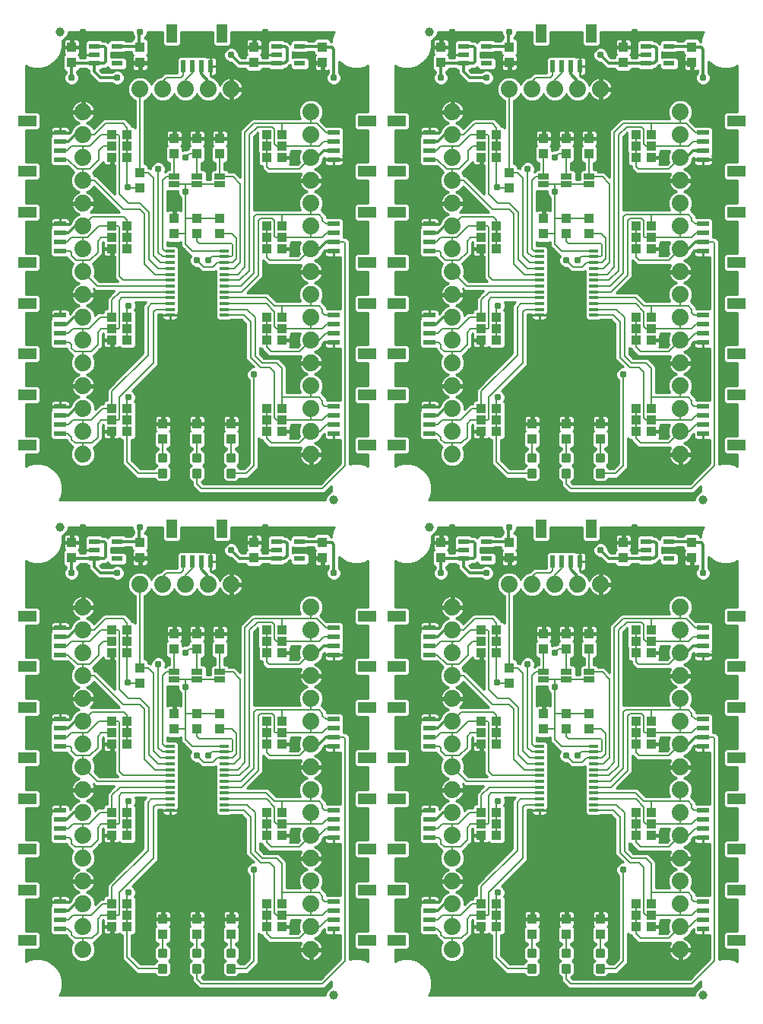
<source format=gtl>
G75*
%MOIN*%
%OFA0B0*%
%FSLAX25Y25*%
%IPPOS*%
%LPD*%
%AMOC8*
5,1,8,0,0,1.08239X$1,22.5*
%
%ADD10R,0.03937X0.04331*%
%ADD11C,0.03937*%
%ADD12R,0.07874X0.04724*%
%ADD13R,0.05315X0.02362*%
%ADD14R,0.03937X0.01181*%
%ADD15R,0.04331X0.03937*%
%ADD16R,0.05000X0.02500*%
%ADD17C,0.07400*%
%ADD18R,0.04724X0.07874*%
%ADD19R,0.02362X0.05315*%
%ADD20R,0.04724X0.02165*%
%ADD21C,0.01181*%
%ADD22C,0.01000*%
%ADD23C,0.03100*%
%ADD24C,0.00700*%
%ADD25C,0.01200*%
D10*
X0128333Y0054987D03*
X0128333Y0061680D03*
X0143333Y0061680D03*
X0143333Y0054987D03*
X0158333Y0054987D03*
X0158333Y0061680D03*
X0153334Y0144984D03*
X0153334Y0151677D03*
X0143334Y0151677D03*
X0143334Y0144984D03*
X0133334Y0144984D03*
X0133334Y0151677D03*
X0118334Y0164984D03*
X0118334Y0171677D03*
X0133334Y0179984D03*
X0133334Y0186677D03*
X0143334Y0186677D03*
X0143334Y0179984D03*
X0153334Y0179984D03*
X0153334Y0186677D03*
X0168333Y0219987D03*
X0168333Y0226680D03*
X0198333Y0226680D03*
X0198333Y0219987D03*
X0158333Y0271987D03*
X0158333Y0278680D03*
X0143333Y0278680D03*
X0143333Y0271987D03*
X0128333Y0271987D03*
X0128333Y0278680D03*
X0118333Y0226680D03*
X0118333Y0219987D03*
X0088333Y0219987D03*
X0088333Y0226680D03*
X0133334Y0361984D03*
X0133334Y0368677D03*
X0143334Y0368677D03*
X0143334Y0361984D03*
X0153334Y0361984D03*
X0153334Y0368677D03*
X0153334Y0396984D03*
X0153334Y0403677D03*
X0143334Y0403677D03*
X0143334Y0396984D03*
X0133334Y0396984D03*
X0133334Y0403677D03*
X0118334Y0388677D03*
X0118334Y0381984D03*
X0118333Y0436987D03*
X0118333Y0443680D03*
X0088333Y0443680D03*
X0088333Y0436987D03*
X0168333Y0436987D03*
X0168333Y0443680D03*
X0198333Y0443680D03*
X0198333Y0436987D03*
X0250333Y0436987D03*
X0250333Y0443680D03*
X0280333Y0443680D03*
X0280333Y0436987D03*
X0295334Y0403677D03*
X0295334Y0396984D03*
X0305334Y0396984D03*
X0305334Y0403677D03*
X0315334Y0403677D03*
X0315334Y0396984D03*
X0315334Y0368677D03*
X0315334Y0361984D03*
X0305334Y0361984D03*
X0305334Y0368677D03*
X0295334Y0368677D03*
X0295334Y0361984D03*
X0280334Y0381984D03*
X0280334Y0388677D03*
X0330333Y0436987D03*
X0330333Y0443680D03*
X0360333Y0443680D03*
X0360333Y0436987D03*
X0320333Y0278680D03*
X0320333Y0271987D03*
X0305333Y0271987D03*
X0305333Y0278680D03*
X0290333Y0278680D03*
X0290333Y0271987D03*
X0280333Y0226680D03*
X0280333Y0219987D03*
X0250333Y0219987D03*
X0250333Y0226680D03*
X0295334Y0186677D03*
X0295334Y0179984D03*
X0305334Y0179984D03*
X0305334Y0186677D03*
X0315334Y0186677D03*
X0315334Y0179984D03*
X0315334Y0151677D03*
X0315334Y0144984D03*
X0305334Y0144984D03*
X0305334Y0151677D03*
X0295334Y0151677D03*
X0295334Y0144984D03*
X0280334Y0164984D03*
X0280334Y0171677D03*
X0330333Y0219987D03*
X0330333Y0226680D03*
X0360333Y0226680D03*
X0360333Y0219987D03*
X0320333Y0061680D03*
X0320333Y0054987D03*
X0305333Y0054987D03*
X0305333Y0061680D03*
X0290333Y0061680D03*
X0290333Y0054987D03*
D11*
X0365333Y0028333D03*
X0203333Y0028333D03*
X0245333Y0233333D03*
X0203333Y0245333D03*
X0083333Y0233333D03*
X0083333Y0450333D03*
X0245333Y0450333D03*
X0365333Y0245333D03*
D12*
X0379799Y0269309D03*
X0379799Y0291356D03*
X0379799Y0309309D03*
X0379799Y0331356D03*
X0379799Y0349309D03*
X0379799Y0371356D03*
X0379799Y0389309D03*
X0379799Y0411356D03*
X0230865Y0411354D03*
X0217799Y0411356D03*
X0217799Y0389309D03*
X0230865Y0389307D03*
X0230865Y0371354D03*
X0217799Y0371356D03*
X0217799Y0349309D03*
X0230865Y0349307D03*
X0230865Y0331354D03*
X0217799Y0331356D03*
X0217799Y0309309D03*
X0230865Y0309307D03*
X0230865Y0291354D03*
X0217799Y0291356D03*
X0217799Y0269309D03*
X0230865Y0269307D03*
X0230865Y0194354D03*
X0217799Y0194356D03*
X0217799Y0172309D03*
X0230865Y0172307D03*
X0230865Y0154354D03*
X0217799Y0154356D03*
X0217799Y0132309D03*
X0230865Y0132307D03*
X0230865Y0114354D03*
X0217799Y0114356D03*
X0217799Y0092309D03*
X0230865Y0092307D03*
X0230865Y0074354D03*
X0217799Y0074356D03*
X0217799Y0052309D03*
X0230865Y0052307D03*
X0379799Y0052309D03*
X0379799Y0074356D03*
X0379799Y0092309D03*
X0379799Y0114356D03*
X0379799Y0132309D03*
X0379799Y0154356D03*
X0379799Y0172309D03*
X0379799Y0194356D03*
X0068865Y0194354D03*
X0068865Y0172307D03*
X0068865Y0154354D03*
X0068865Y0132307D03*
X0068865Y0114354D03*
X0068865Y0092307D03*
X0068865Y0074354D03*
X0068865Y0052307D03*
X0068865Y0269307D03*
X0068865Y0291354D03*
X0068865Y0309307D03*
X0068865Y0331354D03*
X0068865Y0349307D03*
X0068865Y0371354D03*
X0068865Y0389307D03*
X0068865Y0411354D03*
D13*
X0083334Y0406236D03*
X0083334Y0402299D03*
X0083334Y0398362D03*
X0083334Y0394425D03*
X0083334Y0366236D03*
X0083334Y0362299D03*
X0083334Y0358362D03*
X0083334Y0354425D03*
X0083334Y0326236D03*
X0083334Y0322299D03*
X0083334Y0318362D03*
X0083334Y0314425D03*
X0083334Y0286236D03*
X0083334Y0282299D03*
X0083334Y0278362D03*
X0083334Y0274425D03*
X0083334Y0189236D03*
X0083334Y0185299D03*
X0083334Y0181362D03*
X0083334Y0177425D03*
X0083334Y0149236D03*
X0083334Y0145299D03*
X0083334Y0141362D03*
X0083334Y0137425D03*
X0083334Y0109236D03*
X0083334Y0105299D03*
X0083334Y0101362D03*
X0083334Y0097425D03*
X0083334Y0069236D03*
X0083334Y0065299D03*
X0083334Y0061362D03*
X0083334Y0057425D03*
X0203330Y0057427D03*
X0203330Y0061364D03*
X0203330Y0065301D03*
X0203330Y0069238D03*
X0203330Y0097427D03*
X0203330Y0101364D03*
X0203330Y0105301D03*
X0203330Y0109238D03*
X0203330Y0137427D03*
X0203330Y0141364D03*
X0203330Y0145301D03*
X0203330Y0149238D03*
X0203330Y0177427D03*
X0203330Y0181364D03*
X0203330Y0185301D03*
X0203330Y0189238D03*
X0245334Y0189236D03*
X0245334Y0185299D03*
X0245334Y0181362D03*
X0245334Y0177425D03*
X0245334Y0149236D03*
X0245334Y0145299D03*
X0245334Y0141362D03*
X0245334Y0137425D03*
X0245334Y0109236D03*
X0245334Y0105299D03*
X0245334Y0101362D03*
X0245334Y0097425D03*
X0245334Y0069236D03*
X0245334Y0065299D03*
X0245334Y0061362D03*
X0245334Y0057425D03*
X0365330Y0057427D03*
X0365330Y0061364D03*
X0365330Y0065301D03*
X0365330Y0069238D03*
X0365330Y0097427D03*
X0365330Y0101364D03*
X0365330Y0105301D03*
X0365330Y0109238D03*
X0365330Y0137427D03*
X0365330Y0141364D03*
X0365330Y0145301D03*
X0365330Y0149238D03*
X0365330Y0177427D03*
X0365330Y0181364D03*
X0365330Y0185301D03*
X0365330Y0189238D03*
X0365330Y0274427D03*
X0365330Y0278364D03*
X0365330Y0282301D03*
X0365330Y0286238D03*
X0365330Y0314427D03*
X0365330Y0318364D03*
X0365330Y0322301D03*
X0365330Y0326238D03*
X0365330Y0354427D03*
X0365330Y0358364D03*
X0365330Y0362301D03*
X0365330Y0366238D03*
X0365330Y0394427D03*
X0365330Y0398364D03*
X0365330Y0402301D03*
X0365330Y0406238D03*
X0245334Y0406236D03*
X0245334Y0402299D03*
X0245334Y0398362D03*
X0245334Y0394425D03*
X0245334Y0366236D03*
X0245334Y0362299D03*
X0245334Y0358362D03*
X0245334Y0354425D03*
X0245334Y0326236D03*
X0245334Y0322299D03*
X0245334Y0318362D03*
X0245334Y0314425D03*
X0245334Y0286236D03*
X0245334Y0282299D03*
X0245334Y0278362D03*
X0245334Y0274425D03*
X0203330Y0274427D03*
X0203330Y0278364D03*
X0203330Y0282301D03*
X0203330Y0286238D03*
X0203330Y0314427D03*
X0203330Y0318364D03*
X0203330Y0322301D03*
X0203330Y0326238D03*
X0203330Y0354427D03*
X0203330Y0358364D03*
X0203330Y0362301D03*
X0203330Y0366238D03*
X0203330Y0394427D03*
X0203330Y0398364D03*
X0203330Y0402301D03*
X0203330Y0406238D03*
D14*
X0155145Y0354405D03*
X0155145Y0351846D03*
X0155145Y0349287D03*
X0155145Y0346728D03*
X0155145Y0344169D03*
X0155145Y0341610D03*
X0155145Y0339051D03*
X0155145Y0336492D03*
X0155145Y0333933D03*
X0155145Y0331374D03*
X0155145Y0328815D03*
X0155145Y0326255D03*
X0131523Y0326255D03*
X0131523Y0328815D03*
X0131523Y0331374D03*
X0131523Y0333933D03*
X0131523Y0336492D03*
X0131523Y0339051D03*
X0131523Y0341610D03*
X0131523Y0344169D03*
X0131523Y0346728D03*
X0131523Y0349287D03*
X0131523Y0351846D03*
X0131523Y0354385D03*
X0293523Y0354385D03*
X0293523Y0351846D03*
X0293523Y0349287D03*
X0293523Y0346728D03*
X0293523Y0344169D03*
X0293523Y0341610D03*
X0293523Y0339051D03*
X0293523Y0336492D03*
X0293523Y0333933D03*
X0293523Y0331374D03*
X0293523Y0328815D03*
X0293523Y0326255D03*
X0317145Y0326255D03*
X0317145Y0328815D03*
X0317145Y0331374D03*
X0317145Y0333933D03*
X0317145Y0336492D03*
X0317145Y0339051D03*
X0317145Y0341610D03*
X0317145Y0344169D03*
X0317145Y0346728D03*
X0317145Y0349287D03*
X0317145Y0351846D03*
X0317145Y0354405D03*
X0317145Y0137405D03*
X0317145Y0134846D03*
X0317145Y0132287D03*
X0317145Y0129728D03*
X0317145Y0127169D03*
X0317145Y0124610D03*
X0317145Y0122051D03*
X0317145Y0119492D03*
X0317145Y0116933D03*
X0317145Y0114374D03*
X0317145Y0111815D03*
X0317145Y0109255D03*
X0293523Y0109255D03*
X0293523Y0111815D03*
X0293523Y0114374D03*
X0293523Y0116933D03*
X0293523Y0119492D03*
X0293523Y0122051D03*
X0293523Y0124610D03*
X0293523Y0127169D03*
X0293523Y0129728D03*
X0293523Y0132287D03*
X0293523Y0134846D03*
X0293523Y0137385D03*
X0155145Y0137405D03*
X0155145Y0134846D03*
X0155145Y0132287D03*
X0155145Y0129728D03*
X0155145Y0127169D03*
X0155145Y0124610D03*
X0155145Y0122051D03*
X0155145Y0119492D03*
X0155145Y0116933D03*
X0155145Y0114374D03*
X0155145Y0111815D03*
X0155145Y0109255D03*
X0131523Y0109255D03*
X0131523Y0111815D03*
X0131523Y0114374D03*
X0131523Y0116933D03*
X0131523Y0119492D03*
X0131523Y0122051D03*
X0131523Y0124610D03*
X0131523Y0127169D03*
X0131523Y0129728D03*
X0131523Y0132287D03*
X0131523Y0134846D03*
X0131523Y0137385D03*
D15*
X0112680Y0138330D03*
X0112680Y0143330D03*
X0112680Y0148330D03*
X0105987Y0148330D03*
X0105987Y0143330D03*
X0105987Y0138330D03*
X0105987Y0108330D03*
X0105987Y0103330D03*
X0105987Y0098330D03*
X0112680Y0098330D03*
X0112680Y0103330D03*
X0112680Y0108330D03*
X0112680Y0068330D03*
X0112680Y0063330D03*
X0112680Y0058330D03*
X0105987Y0058330D03*
X0105987Y0063330D03*
X0105987Y0068330D03*
X0173986Y0068336D03*
X0173986Y0063336D03*
X0173987Y0058333D03*
X0180680Y0058333D03*
X0180679Y0063336D03*
X0180679Y0068336D03*
X0180680Y0098333D03*
X0180679Y0103336D03*
X0180679Y0108336D03*
X0173986Y0108336D03*
X0173986Y0103336D03*
X0173987Y0098333D03*
X0173987Y0138333D03*
X0173986Y0143336D03*
X0173986Y0148336D03*
X0180679Y0148336D03*
X0180679Y0143336D03*
X0180680Y0138333D03*
X0180680Y0178333D03*
X0180679Y0183336D03*
X0180679Y0188336D03*
X0173986Y0188336D03*
X0173986Y0183336D03*
X0173987Y0178333D03*
X0112680Y0178330D03*
X0112680Y0183330D03*
X0112680Y0188330D03*
X0105987Y0188330D03*
X0105987Y0183330D03*
X0105987Y0178330D03*
X0105987Y0275330D03*
X0105987Y0280330D03*
X0105987Y0285330D03*
X0112680Y0285330D03*
X0112680Y0280330D03*
X0112680Y0275330D03*
X0112680Y0315330D03*
X0112680Y0320330D03*
X0112680Y0325330D03*
X0105987Y0325330D03*
X0105987Y0320330D03*
X0105987Y0315330D03*
X0105987Y0355330D03*
X0105987Y0360330D03*
X0105987Y0365330D03*
X0112680Y0365330D03*
X0112680Y0360330D03*
X0112680Y0355330D03*
X0112680Y0395330D03*
X0112680Y0400330D03*
X0112680Y0405330D03*
X0105987Y0405330D03*
X0105987Y0400330D03*
X0105987Y0395330D03*
X0173987Y0395333D03*
X0173986Y0400336D03*
X0173986Y0405336D03*
X0180679Y0405336D03*
X0180679Y0400336D03*
X0180680Y0395333D03*
X0180679Y0365336D03*
X0180679Y0360336D03*
X0180680Y0355333D03*
X0173987Y0355333D03*
X0173986Y0360336D03*
X0173986Y0365336D03*
X0173986Y0325336D03*
X0173986Y0320336D03*
X0173987Y0315333D03*
X0180680Y0315333D03*
X0180679Y0320336D03*
X0180679Y0325336D03*
X0180679Y0285336D03*
X0180679Y0280336D03*
X0180680Y0275333D03*
X0173987Y0275333D03*
X0173986Y0280336D03*
X0173986Y0285336D03*
X0267987Y0285330D03*
X0267987Y0280330D03*
X0267987Y0275330D03*
X0274680Y0275330D03*
X0274680Y0280330D03*
X0274680Y0285330D03*
X0274680Y0315330D03*
X0274680Y0320330D03*
X0274680Y0325330D03*
X0267987Y0325330D03*
X0267987Y0320330D03*
X0267987Y0315330D03*
X0267987Y0355330D03*
X0267987Y0360330D03*
X0267987Y0365330D03*
X0274680Y0365330D03*
X0274680Y0360330D03*
X0274680Y0355330D03*
X0274680Y0395330D03*
X0274680Y0400330D03*
X0274680Y0405330D03*
X0267987Y0405330D03*
X0267987Y0400330D03*
X0267987Y0395330D03*
X0335987Y0395333D03*
X0335986Y0400336D03*
X0335986Y0405336D03*
X0342679Y0405336D03*
X0342679Y0400336D03*
X0342680Y0395333D03*
X0342679Y0365336D03*
X0342679Y0360336D03*
X0342680Y0355333D03*
X0335987Y0355333D03*
X0335986Y0360336D03*
X0335986Y0365336D03*
X0335986Y0325336D03*
X0335986Y0320336D03*
X0335987Y0315333D03*
X0342680Y0315333D03*
X0342679Y0320336D03*
X0342679Y0325336D03*
X0342679Y0285336D03*
X0342679Y0280336D03*
X0342680Y0275333D03*
X0335987Y0275333D03*
X0335986Y0280336D03*
X0335986Y0285336D03*
X0335986Y0188336D03*
X0335986Y0183336D03*
X0335987Y0178333D03*
X0342680Y0178333D03*
X0342679Y0183336D03*
X0342679Y0188336D03*
X0342679Y0148336D03*
X0342679Y0143336D03*
X0342680Y0138333D03*
X0335987Y0138333D03*
X0335986Y0143336D03*
X0335986Y0148336D03*
X0335986Y0108336D03*
X0335986Y0103336D03*
X0335987Y0098333D03*
X0342680Y0098333D03*
X0342679Y0103336D03*
X0342679Y0108336D03*
X0342679Y0068336D03*
X0342679Y0063336D03*
X0342680Y0058333D03*
X0335987Y0058333D03*
X0335986Y0063336D03*
X0335986Y0068336D03*
X0274680Y0068330D03*
X0274680Y0063330D03*
X0274680Y0058330D03*
X0267987Y0058330D03*
X0267987Y0063330D03*
X0267987Y0068330D03*
X0267987Y0098330D03*
X0267987Y0103330D03*
X0267987Y0108330D03*
X0274680Y0108330D03*
X0274680Y0103330D03*
X0274680Y0098330D03*
X0274680Y0138330D03*
X0274680Y0143330D03*
X0274680Y0148330D03*
X0267987Y0148330D03*
X0267987Y0143330D03*
X0267987Y0138330D03*
X0267987Y0178330D03*
X0267987Y0183330D03*
X0267987Y0188330D03*
X0274680Y0188330D03*
X0274680Y0183330D03*
X0274680Y0178330D03*
D16*
X0295334Y0169930D03*
X0295334Y0166730D03*
X0305334Y0166730D03*
X0305334Y0169930D03*
X0315334Y0169930D03*
X0315334Y0166730D03*
X0153334Y0166730D03*
X0153334Y0169930D03*
X0143334Y0169930D03*
X0143334Y0166730D03*
X0133334Y0166730D03*
X0133334Y0169930D03*
X0133334Y0383730D03*
X0133334Y0386930D03*
X0143334Y0386930D03*
X0143334Y0383730D03*
X0153334Y0383730D03*
X0153334Y0386930D03*
X0295334Y0386930D03*
X0295334Y0383730D03*
X0305334Y0383730D03*
X0305334Y0386930D03*
X0315334Y0386930D03*
X0315334Y0383730D03*
D17*
X0355333Y0385333D03*
X0355333Y0375333D03*
X0355333Y0365333D03*
X0355333Y0355333D03*
X0355333Y0345333D03*
X0355333Y0335333D03*
X0355333Y0325333D03*
X0355333Y0315333D03*
X0355333Y0305333D03*
X0355333Y0295333D03*
X0355333Y0285333D03*
X0355333Y0275333D03*
X0355333Y0265333D03*
X0320333Y0208333D03*
X0310333Y0208333D03*
X0300333Y0208333D03*
X0290333Y0208333D03*
X0280334Y0208330D03*
X0255333Y0198333D03*
X0255333Y0188333D03*
X0255333Y0178333D03*
X0255333Y0168333D03*
X0255333Y0158333D03*
X0255333Y0148333D03*
X0255333Y0138333D03*
X0255333Y0128333D03*
X0255333Y0118333D03*
X0255333Y0108333D03*
X0255333Y0098333D03*
X0255333Y0088333D03*
X0255333Y0078333D03*
X0255333Y0068333D03*
X0255333Y0058333D03*
X0255333Y0048333D03*
X0193333Y0048333D03*
X0193333Y0058333D03*
X0193333Y0068333D03*
X0193333Y0078333D03*
X0193333Y0088333D03*
X0193333Y0098333D03*
X0193333Y0108333D03*
X0193333Y0118333D03*
X0193333Y0128333D03*
X0193333Y0138333D03*
X0193333Y0148333D03*
X0193333Y0158333D03*
X0193333Y0168333D03*
X0193333Y0178333D03*
X0193333Y0188333D03*
X0193333Y0198333D03*
X0158333Y0208333D03*
X0148333Y0208333D03*
X0138333Y0208333D03*
X0128333Y0208333D03*
X0118334Y0208330D03*
X0093333Y0198333D03*
X0093333Y0188333D03*
X0093333Y0178333D03*
X0093333Y0168333D03*
X0093333Y0158333D03*
X0093333Y0148333D03*
X0093333Y0138333D03*
X0093333Y0128333D03*
X0093333Y0118333D03*
X0093333Y0108333D03*
X0093333Y0098333D03*
X0093333Y0088333D03*
X0093333Y0078333D03*
X0093333Y0068333D03*
X0093333Y0058333D03*
X0093333Y0048333D03*
X0093333Y0265333D03*
X0093333Y0275333D03*
X0093333Y0285333D03*
X0093333Y0295333D03*
X0093333Y0305333D03*
X0093333Y0315333D03*
X0093333Y0325333D03*
X0093333Y0335333D03*
X0093333Y0345333D03*
X0093333Y0355333D03*
X0093333Y0365333D03*
X0093333Y0375333D03*
X0093333Y0385333D03*
X0093333Y0395333D03*
X0093333Y0405333D03*
X0093333Y0415333D03*
X0118334Y0425330D03*
X0128333Y0425333D03*
X0138333Y0425333D03*
X0148333Y0425333D03*
X0158333Y0425333D03*
X0193333Y0415333D03*
X0193333Y0405333D03*
X0193333Y0395333D03*
X0193333Y0385333D03*
X0193333Y0375333D03*
X0193333Y0365333D03*
X0193333Y0355333D03*
X0193333Y0345333D03*
X0193333Y0335333D03*
X0193333Y0325333D03*
X0193333Y0315333D03*
X0193333Y0305333D03*
X0193333Y0295333D03*
X0193333Y0285333D03*
X0193333Y0275333D03*
X0193333Y0265333D03*
X0255333Y0265333D03*
X0255333Y0275333D03*
X0255333Y0285333D03*
X0255333Y0295333D03*
X0255333Y0305333D03*
X0255333Y0315333D03*
X0255333Y0325333D03*
X0255333Y0335333D03*
X0255333Y0345333D03*
X0255333Y0355333D03*
X0255333Y0365333D03*
X0255333Y0375333D03*
X0255333Y0385333D03*
X0255333Y0395333D03*
X0255333Y0405333D03*
X0255333Y0415333D03*
X0280334Y0425330D03*
X0290333Y0425333D03*
X0300333Y0425333D03*
X0310333Y0425333D03*
X0320333Y0425333D03*
X0355333Y0415333D03*
X0355333Y0405333D03*
X0355333Y0395333D03*
X0355333Y0198333D03*
X0355333Y0188333D03*
X0355333Y0178333D03*
X0355333Y0168333D03*
X0355333Y0158333D03*
X0355333Y0148333D03*
X0355333Y0138333D03*
X0355333Y0128333D03*
X0355333Y0118333D03*
X0355333Y0108333D03*
X0355333Y0098333D03*
X0355333Y0088333D03*
X0355333Y0078333D03*
X0355333Y0068333D03*
X0355333Y0058333D03*
X0355333Y0048333D03*
D18*
X0316357Y0232802D03*
X0294310Y0232802D03*
X0154357Y0232802D03*
X0132310Y0232802D03*
X0132310Y0449802D03*
X0154357Y0449802D03*
X0294310Y0449802D03*
X0316357Y0449802D03*
D19*
X0311239Y0435333D03*
X0307302Y0435333D03*
X0303365Y0435333D03*
X0299428Y0435333D03*
X0149239Y0435333D03*
X0145302Y0435333D03*
X0141365Y0435333D03*
X0137428Y0435333D03*
X0137428Y0218333D03*
X0141365Y0218333D03*
X0145302Y0218333D03*
X0149239Y0218333D03*
X0299428Y0218333D03*
X0303365Y0218333D03*
X0307302Y0218333D03*
X0311239Y0218333D03*
D20*
X0340215Y0219593D03*
X0340215Y0223333D03*
X0340215Y0227073D03*
X0350452Y0227073D03*
X0350452Y0219593D03*
X0270452Y0219593D03*
X0270452Y0227073D03*
X0260215Y0227073D03*
X0260215Y0223333D03*
X0260215Y0219593D03*
X0188452Y0219593D03*
X0188452Y0227073D03*
X0178215Y0227073D03*
X0178215Y0223333D03*
X0178215Y0219593D03*
X0108452Y0219593D03*
X0108452Y0227073D03*
X0098215Y0227073D03*
X0098215Y0223333D03*
X0098215Y0219593D03*
X0098215Y0436593D03*
X0098215Y0440333D03*
X0098215Y0444073D03*
X0108452Y0444073D03*
X0108452Y0436593D03*
X0178215Y0436593D03*
X0178215Y0440333D03*
X0178215Y0444073D03*
X0188452Y0444073D03*
X0188452Y0436593D03*
X0260215Y0436593D03*
X0260215Y0440333D03*
X0260215Y0444073D03*
X0270452Y0444073D03*
X0270452Y0436593D03*
X0340215Y0436593D03*
X0340215Y0440333D03*
X0340215Y0444073D03*
X0350452Y0444073D03*
X0350452Y0436593D03*
D21*
X0321711Y0262408D02*
X0318955Y0262408D01*
X0318955Y0265164D01*
X0321711Y0265164D01*
X0321711Y0262408D01*
X0321711Y0263588D02*
X0318955Y0263588D01*
X0318955Y0264768D02*
X0321711Y0264768D01*
X0321711Y0255503D02*
X0318955Y0255503D01*
X0318955Y0258259D01*
X0321711Y0258259D01*
X0321711Y0255503D01*
X0321711Y0256683D02*
X0318955Y0256683D01*
X0318955Y0257863D02*
X0321711Y0257863D01*
X0306711Y0255503D02*
X0303955Y0255503D01*
X0303955Y0258259D01*
X0306711Y0258259D01*
X0306711Y0255503D01*
X0306711Y0256683D02*
X0303955Y0256683D01*
X0303955Y0257863D02*
X0306711Y0257863D01*
X0306711Y0262408D02*
X0303955Y0262408D01*
X0303955Y0265164D01*
X0306711Y0265164D01*
X0306711Y0262408D01*
X0306711Y0263588D02*
X0303955Y0263588D01*
X0303955Y0264768D02*
X0306711Y0264768D01*
X0291711Y0262408D02*
X0288955Y0262408D01*
X0288955Y0265164D01*
X0291711Y0265164D01*
X0291711Y0262408D01*
X0291711Y0263588D02*
X0288955Y0263588D01*
X0288955Y0264768D02*
X0291711Y0264768D01*
X0291711Y0255503D02*
X0288955Y0255503D01*
X0288955Y0258259D01*
X0291711Y0258259D01*
X0291711Y0255503D01*
X0291711Y0256683D02*
X0288955Y0256683D01*
X0288955Y0257863D02*
X0291711Y0257863D01*
X0159711Y0255503D02*
X0156955Y0255503D01*
X0156955Y0258259D01*
X0159711Y0258259D01*
X0159711Y0255503D01*
X0159711Y0256683D02*
X0156955Y0256683D01*
X0156955Y0257863D02*
X0159711Y0257863D01*
X0159711Y0262408D02*
X0156955Y0262408D01*
X0156955Y0265164D01*
X0159711Y0265164D01*
X0159711Y0262408D01*
X0159711Y0263588D02*
X0156955Y0263588D01*
X0156955Y0264768D02*
X0159711Y0264768D01*
X0144711Y0262408D02*
X0141955Y0262408D01*
X0141955Y0265164D01*
X0144711Y0265164D01*
X0144711Y0262408D01*
X0144711Y0263588D02*
X0141955Y0263588D01*
X0141955Y0264768D02*
X0144711Y0264768D01*
X0144711Y0255503D02*
X0141955Y0255503D01*
X0141955Y0258259D01*
X0144711Y0258259D01*
X0144711Y0255503D01*
X0144711Y0256683D02*
X0141955Y0256683D01*
X0141955Y0257863D02*
X0144711Y0257863D01*
X0129711Y0255503D02*
X0126955Y0255503D01*
X0126955Y0258259D01*
X0129711Y0258259D01*
X0129711Y0255503D01*
X0129711Y0256683D02*
X0126955Y0256683D01*
X0126955Y0257863D02*
X0129711Y0257863D01*
X0129711Y0262408D02*
X0126955Y0262408D01*
X0126955Y0265164D01*
X0129711Y0265164D01*
X0129711Y0262408D01*
X0129711Y0263588D02*
X0126955Y0263588D01*
X0126955Y0264768D02*
X0129711Y0264768D01*
X0129711Y0045408D02*
X0126955Y0045408D01*
X0126955Y0048164D01*
X0129711Y0048164D01*
X0129711Y0045408D01*
X0129711Y0046588D02*
X0126955Y0046588D01*
X0126955Y0047768D02*
X0129711Y0047768D01*
X0129711Y0038503D02*
X0126955Y0038503D01*
X0126955Y0041259D01*
X0129711Y0041259D01*
X0129711Y0038503D01*
X0129711Y0039683D02*
X0126955Y0039683D01*
X0126955Y0040863D02*
X0129711Y0040863D01*
X0141955Y0038503D02*
X0144711Y0038503D01*
X0141955Y0038503D02*
X0141955Y0041259D01*
X0144711Y0041259D01*
X0144711Y0038503D01*
X0144711Y0039683D02*
X0141955Y0039683D01*
X0141955Y0040863D02*
X0144711Y0040863D01*
X0144711Y0045408D02*
X0141955Y0045408D01*
X0141955Y0048164D01*
X0144711Y0048164D01*
X0144711Y0045408D01*
X0144711Y0046588D02*
X0141955Y0046588D01*
X0141955Y0047768D02*
X0144711Y0047768D01*
X0156955Y0045408D02*
X0159711Y0045408D01*
X0156955Y0045408D02*
X0156955Y0048164D01*
X0159711Y0048164D01*
X0159711Y0045408D01*
X0159711Y0046588D02*
X0156955Y0046588D01*
X0156955Y0047768D02*
X0159711Y0047768D01*
X0159711Y0038503D02*
X0156955Y0038503D01*
X0156955Y0041259D01*
X0159711Y0041259D01*
X0159711Y0038503D01*
X0159711Y0039683D02*
X0156955Y0039683D01*
X0156955Y0040863D02*
X0159711Y0040863D01*
X0288955Y0038503D02*
X0291711Y0038503D01*
X0288955Y0038503D02*
X0288955Y0041259D01*
X0291711Y0041259D01*
X0291711Y0038503D01*
X0291711Y0039683D02*
X0288955Y0039683D01*
X0288955Y0040863D02*
X0291711Y0040863D01*
X0291711Y0045408D02*
X0288955Y0045408D01*
X0288955Y0048164D01*
X0291711Y0048164D01*
X0291711Y0045408D01*
X0291711Y0046588D02*
X0288955Y0046588D01*
X0288955Y0047768D02*
X0291711Y0047768D01*
X0303955Y0045408D02*
X0306711Y0045408D01*
X0303955Y0045408D02*
X0303955Y0048164D01*
X0306711Y0048164D01*
X0306711Y0045408D01*
X0306711Y0046588D02*
X0303955Y0046588D01*
X0303955Y0047768D02*
X0306711Y0047768D01*
X0306711Y0038503D02*
X0303955Y0038503D01*
X0303955Y0041259D01*
X0306711Y0041259D01*
X0306711Y0038503D01*
X0306711Y0039683D02*
X0303955Y0039683D01*
X0303955Y0040863D02*
X0306711Y0040863D01*
X0318955Y0038503D02*
X0321711Y0038503D01*
X0318955Y0038503D02*
X0318955Y0041259D01*
X0321711Y0041259D01*
X0321711Y0038503D01*
X0321711Y0039683D02*
X0318955Y0039683D01*
X0318955Y0040863D02*
X0321711Y0040863D01*
X0321711Y0045408D02*
X0318955Y0045408D01*
X0318955Y0048164D01*
X0321711Y0048164D01*
X0321711Y0045408D01*
X0321711Y0046588D02*
X0318955Y0046588D01*
X0318955Y0047768D02*
X0321711Y0047768D01*
D22*
X0068233Y0048244D02*
X0068233Y0043091D01*
X0069087Y0043584D01*
X0071885Y0044333D01*
X0074782Y0044333D01*
X0077579Y0043584D01*
X0080087Y0042136D01*
X0082136Y0040087D01*
X0083584Y0037579D01*
X0084333Y0034782D01*
X0084333Y0031885D01*
X0083584Y0029087D01*
X0083091Y0028233D01*
X0199665Y0028233D01*
X0199665Y0029063D01*
X0200223Y0030411D01*
X0201255Y0031443D01*
X0202333Y0031890D01*
X0202333Y0034434D01*
X0200383Y0032484D01*
X0200383Y0032484D01*
X0199182Y0031283D01*
X0144484Y0031283D01*
X0143283Y0032484D01*
X0143283Y0032484D01*
X0141283Y0034484D01*
X0141283Y0036212D01*
X0141007Y0036212D01*
X0139665Y0037554D01*
X0139665Y0042207D01*
X0140791Y0043333D01*
X0139665Y0044459D01*
X0139665Y0049113D01*
X0141007Y0050455D01*
X0141283Y0050455D01*
X0141283Y0051122D01*
X0140661Y0051122D01*
X0139665Y0052117D01*
X0139665Y0057856D01*
X0140283Y0058475D01*
X0140165Y0058593D01*
X0139967Y0058935D01*
X0139865Y0059317D01*
X0139865Y0061196D01*
X0142849Y0061196D01*
X0142849Y0062164D01*
X0139865Y0062164D01*
X0139865Y0064043D01*
X0139967Y0064424D01*
X0140165Y0064766D01*
X0140444Y0065045D01*
X0140786Y0065243D01*
X0141167Y0065345D01*
X0142849Y0065345D01*
X0142849Y0062164D01*
X0143818Y0062164D01*
X0146802Y0062164D01*
X0146802Y0064043D01*
X0146700Y0064424D01*
X0146502Y0064766D01*
X0146223Y0065045D01*
X0145881Y0065243D01*
X0145499Y0065345D01*
X0143818Y0065345D01*
X0143818Y0062164D01*
X0143818Y0061196D01*
X0146802Y0061196D01*
X0146802Y0059317D01*
X0146700Y0058935D01*
X0146502Y0058593D01*
X0146383Y0058475D01*
X0147002Y0057856D01*
X0147002Y0052117D01*
X0146006Y0051122D01*
X0145383Y0051122D01*
X0145383Y0050455D01*
X0145660Y0050455D01*
X0147002Y0049113D01*
X0147002Y0044459D01*
X0145876Y0043333D01*
X0147002Y0042207D01*
X0147002Y0037554D01*
X0145660Y0036212D01*
X0145383Y0036212D01*
X0145383Y0036182D01*
X0146182Y0035383D01*
X0197484Y0035383D01*
X0206283Y0044182D01*
X0206283Y0054773D01*
X0206185Y0054746D01*
X0203421Y0054746D01*
X0203421Y0057337D01*
X0203240Y0057337D01*
X0203240Y0054746D01*
X0200475Y0054746D01*
X0200094Y0054848D01*
X0199752Y0055046D01*
X0199472Y0055325D01*
X0199275Y0055667D01*
X0199173Y0056049D01*
X0199173Y0057274D01*
X0198433Y0056534D01*
X0197911Y0055274D01*
X0196392Y0053755D01*
X0195109Y0053224D01*
X0195329Y0053152D01*
X0196059Y0052781D01*
X0196721Y0052300D01*
X0197300Y0051721D01*
X0197781Y0051059D01*
X0198152Y0050329D01*
X0198405Y0049551D01*
X0198519Y0048833D01*
X0193833Y0048833D01*
X0193833Y0047833D01*
X0193833Y0043148D01*
X0194551Y0043261D01*
X0195329Y0043514D01*
X0196059Y0043886D01*
X0196721Y0044367D01*
X0197300Y0044946D01*
X0197781Y0045608D01*
X0198152Y0046337D01*
X0198405Y0047116D01*
X0198519Y0047833D01*
X0193833Y0047833D01*
X0192833Y0047833D01*
X0192833Y0043148D01*
X0192116Y0043261D01*
X0191337Y0043514D01*
X0190608Y0043886D01*
X0189946Y0044367D01*
X0189367Y0044946D01*
X0188886Y0045608D01*
X0188514Y0046337D01*
X0188261Y0047116D01*
X0188148Y0047833D01*
X0192833Y0047833D01*
X0192833Y0048833D01*
X0188148Y0048833D01*
X0188261Y0049551D01*
X0188514Y0050329D01*
X0188886Y0051059D01*
X0189049Y0051283D01*
X0174984Y0051283D01*
X0173783Y0052484D01*
X0171937Y0054331D01*
X0171937Y0054665D01*
X0171117Y0054665D01*
X0170383Y0055399D01*
X0170383Y0042484D01*
X0165730Y0037831D01*
X0162002Y0037831D01*
X0162002Y0037554D01*
X0160660Y0036212D01*
X0156007Y0036212D01*
X0154665Y0037554D01*
X0154665Y0042207D01*
X0155791Y0043333D01*
X0154665Y0044459D01*
X0154665Y0049113D01*
X0156007Y0050455D01*
X0156283Y0050455D01*
X0156283Y0051122D01*
X0155661Y0051122D01*
X0154665Y0052117D01*
X0154665Y0057856D01*
X0155283Y0058475D01*
X0155165Y0058593D01*
X0154967Y0058935D01*
X0154865Y0059317D01*
X0154865Y0061196D01*
X0157849Y0061196D01*
X0157849Y0062164D01*
X0154865Y0062164D01*
X0154865Y0064043D01*
X0154967Y0064424D01*
X0155165Y0064766D01*
X0155444Y0065045D01*
X0155786Y0065243D01*
X0156167Y0065345D01*
X0157849Y0065345D01*
X0157849Y0062164D01*
X0158818Y0062164D01*
X0161802Y0062164D01*
X0161802Y0064043D01*
X0161700Y0064424D01*
X0161502Y0064766D01*
X0161223Y0065045D01*
X0160881Y0065243D01*
X0160499Y0065345D01*
X0158818Y0065345D01*
X0158818Y0062164D01*
X0158818Y0061196D01*
X0161802Y0061196D01*
X0161802Y0059317D01*
X0161700Y0058935D01*
X0161502Y0058593D01*
X0161383Y0058475D01*
X0162002Y0057856D01*
X0162002Y0052117D01*
X0161006Y0051122D01*
X0160383Y0051122D01*
X0160383Y0050455D01*
X0160660Y0050455D01*
X0162002Y0049113D01*
X0162002Y0044459D01*
X0160876Y0043333D01*
X0162002Y0042207D01*
X0162002Y0041931D01*
X0164031Y0041931D01*
X0166283Y0044182D01*
X0166283Y0080787D01*
X0165578Y0081492D01*
X0165083Y0082687D01*
X0165083Y0083980D01*
X0165578Y0085174D01*
X0166492Y0086089D01*
X0167687Y0086583D01*
X0168184Y0086583D01*
X0164783Y0089984D01*
X0164783Y0105484D01*
X0163062Y0107205D01*
X0158058Y0107205D01*
X0157817Y0106965D01*
X0152472Y0106965D01*
X0151476Y0107961D01*
X0151476Y0128577D01*
X0151182Y0128283D01*
X0145484Y0128283D01*
X0143684Y0130083D01*
X0142687Y0130083D01*
X0141492Y0130578D01*
X0140578Y0131492D01*
X0140083Y0132687D01*
X0140083Y0133980D01*
X0140578Y0135174D01*
X0140759Y0135355D01*
X0140412Y0135355D01*
X0137484Y0138283D01*
X0136283Y0139484D01*
X0136283Y0141395D01*
X0136006Y0141118D01*
X0130661Y0141118D01*
X0130384Y0141396D01*
X0130384Y0139676D01*
X0134195Y0139676D01*
X0135191Y0138680D01*
X0135191Y0110520D01*
X0134933Y0110261D01*
X0134991Y0110043D01*
X0134991Y0109255D01*
X0131523Y0109255D01*
X0131523Y0107165D01*
X0133689Y0107165D01*
X0134070Y0107267D01*
X0134412Y0107465D01*
X0134692Y0107744D01*
X0134889Y0108086D01*
X0134991Y0108467D01*
X0134991Y0109255D01*
X0131523Y0109255D01*
X0131523Y0109255D01*
X0131523Y0109255D01*
X0131523Y0107165D01*
X0129357Y0107165D01*
X0128975Y0107267D01*
X0128633Y0107465D01*
X0128354Y0107744D01*
X0128156Y0108086D01*
X0128054Y0108467D01*
X0128054Y0109255D01*
X0131523Y0109255D01*
X0131523Y0109255D01*
X0128054Y0109255D01*
X0128054Y0109765D01*
X0126384Y0109765D01*
X0126384Y0087481D01*
X0115045Y0076142D01*
X0115174Y0076089D01*
X0116089Y0075174D01*
X0116583Y0073980D01*
X0116583Y0072687D01*
X0116089Y0071492D01*
X0116072Y0071476D01*
X0116546Y0071003D01*
X0116546Y0055658D01*
X0115550Y0054662D01*
X0114730Y0054662D01*
X0114730Y0045836D01*
X0118635Y0041931D01*
X0124665Y0041931D01*
X0124665Y0042207D01*
X0125791Y0043333D01*
X0124665Y0044459D01*
X0124665Y0049113D01*
X0126007Y0050455D01*
X0126283Y0050455D01*
X0126283Y0051122D01*
X0125661Y0051122D01*
X0124665Y0052117D01*
X0124665Y0057856D01*
X0125283Y0058475D01*
X0125165Y0058593D01*
X0124967Y0058935D01*
X0124865Y0059317D01*
X0124865Y0061196D01*
X0127849Y0061196D01*
X0127849Y0062164D01*
X0124865Y0062164D01*
X0124865Y0064043D01*
X0124967Y0064424D01*
X0125165Y0064766D01*
X0125444Y0065045D01*
X0125786Y0065243D01*
X0126167Y0065345D01*
X0127849Y0065345D01*
X0127849Y0062164D01*
X0128818Y0062164D01*
X0131802Y0062164D01*
X0131802Y0064043D01*
X0131700Y0064424D01*
X0131502Y0064766D01*
X0131223Y0065045D01*
X0130881Y0065243D01*
X0130499Y0065345D01*
X0128818Y0065345D01*
X0128818Y0062164D01*
X0128818Y0061196D01*
X0131802Y0061196D01*
X0131802Y0059317D01*
X0131700Y0058935D01*
X0131502Y0058593D01*
X0131383Y0058475D01*
X0132002Y0057856D01*
X0132002Y0052117D01*
X0131006Y0051122D01*
X0130383Y0051122D01*
X0130383Y0050455D01*
X0130660Y0050455D01*
X0132002Y0049113D01*
X0132002Y0044459D01*
X0130876Y0043333D01*
X0132002Y0042207D01*
X0132002Y0037554D01*
X0130660Y0036212D01*
X0126007Y0036212D01*
X0124665Y0037554D01*
X0124665Y0037831D01*
X0116937Y0037831D01*
X0110630Y0044137D01*
X0110630Y0054662D01*
X0109811Y0054662D01*
X0109192Y0055280D01*
X0109074Y0055161D01*
X0108732Y0054964D01*
X0108350Y0054862D01*
X0106472Y0054862D01*
X0106472Y0057846D01*
X0105503Y0057846D01*
X0102322Y0057846D01*
X0102322Y0056164D01*
X0102424Y0055783D01*
X0102622Y0055441D01*
X0102901Y0055161D01*
X0103243Y0054964D01*
X0103624Y0054862D01*
X0105503Y0054862D01*
X0105503Y0057846D01*
X0105503Y0058815D01*
X0102322Y0058815D01*
X0102322Y0060458D01*
X0102122Y0060658D01*
X0102122Y0061223D01*
X0101883Y0060984D01*
X0101883Y0054984D01*
X0099383Y0052484D01*
X0098182Y0051283D01*
X0097956Y0051283D01*
X0098733Y0049407D01*
X0098733Y0047259D01*
X0097911Y0045274D01*
X0096392Y0043755D01*
X0094407Y0042933D01*
X0092259Y0042933D01*
X0090274Y0043755D01*
X0088755Y0045274D01*
X0087933Y0047259D01*
X0087933Y0049407D01*
X0088755Y0051392D01*
X0088815Y0051452D01*
X0086283Y0053984D01*
X0086283Y0054544D01*
X0079972Y0054544D01*
X0078976Y0055539D01*
X0078976Y0059310D01*
X0079060Y0059393D01*
X0078976Y0059476D01*
X0078976Y0063247D01*
X0079060Y0063330D01*
X0078976Y0063413D01*
X0078976Y0067184D01*
X0079276Y0067484D01*
X0079176Y0067857D01*
X0079176Y0069145D01*
X0083243Y0069145D01*
X0083243Y0069326D01*
X0079176Y0069326D01*
X0079176Y0070614D01*
X0079279Y0070996D01*
X0079476Y0071338D01*
X0079755Y0071617D01*
X0080097Y0071815D01*
X0080479Y0071917D01*
X0083243Y0071917D01*
X0083243Y0069326D01*
X0083424Y0069326D01*
X0083424Y0071917D01*
X0086189Y0071917D01*
X0086570Y0071815D01*
X0086912Y0071617D01*
X0087192Y0071338D01*
X0087389Y0070996D01*
X0087491Y0070614D01*
X0087491Y0069326D01*
X0083424Y0069326D01*
X0083424Y0069145D01*
X0087393Y0069145D01*
X0087533Y0069286D01*
X0087533Y0069286D01*
X0088130Y0069883D01*
X0088755Y0071392D01*
X0090274Y0072911D01*
X0091558Y0073443D01*
X0091337Y0073514D01*
X0090608Y0073886D01*
X0089946Y0074367D01*
X0089367Y0074946D01*
X0088886Y0075608D01*
X0088514Y0076337D01*
X0088261Y0077116D01*
X0088148Y0077833D01*
X0092833Y0077833D01*
X0092833Y0078833D01*
X0088148Y0078833D01*
X0088261Y0079551D01*
X0088514Y0080329D01*
X0088886Y0081059D01*
X0089367Y0081721D01*
X0089946Y0082300D01*
X0090608Y0082781D01*
X0091337Y0083152D01*
X0091558Y0083224D01*
X0090274Y0083755D01*
X0088755Y0085274D01*
X0087933Y0087259D01*
X0087933Y0089407D01*
X0088755Y0091392D01*
X0088815Y0091452D01*
X0086283Y0093984D01*
X0086283Y0094544D01*
X0079972Y0094544D01*
X0078976Y0095539D01*
X0078976Y0099310D01*
X0079060Y0099393D01*
X0078976Y0099476D01*
X0078976Y0103247D01*
X0079060Y0103330D01*
X0078976Y0103413D01*
X0078976Y0107184D01*
X0079276Y0107484D01*
X0079176Y0107857D01*
X0079176Y0109145D01*
X0083243Y0109145D01*
X0083243Y0109326D01*
X0079176Y0109326D01*
X0079176Y0110614D01*
X0079279Y0110996D01*
X0079476Y0111338D01*
X0079755Y0111617D01*
X0080097Y0111815D01*
X0080479Y0111917D01*
X0083243Y0111917D01*
X0083243Y0109326D01*
X0083424Y0109326D01*
X0083424Y0111917D01*
X0086189Y0111917D01*
X0086570Y0111815D01*
X0086912Y0111617D01*
X0087192Y0111338D01*
X0087389Y0110996D01*
X0087491Y0110614D01*
X0087491Y0109744D01*
X0088381Y0110633D01*
X0088441Y0110633D01*
X0088755Y0111392D01*
X0090274Y0112911D01*
X0091558Y0113443D01*
X0091337Y0113514D01*
X0090608Y0113886D01*
X0089946Y0114367D01*
X0089367Y0114946D01*
X0088886Y0115608D01*
X0088514Y0116337D01*
X0088261Y0117116D01*
X0088148Y0117833D01*
X0092833Y0117833D01*
X0092833Y0118833D01*
X0088148Y0118833D01*
X0088261Y0119551D01*
X0088514Y0120329D01*
X0088886Y0121059D01*
X0089367Y0121721D01*
X0089946Y0122300D01*
X0090608Y0122781D01*
X0091337Y0123152D01*
X0091558Y0123224D01*
X0090274Y0123755D01*
X0088755Y0125274D01*
X0087933Y0127259D01*
X0087933Y0129407D01*
X0088755Y0131392D01*
X0089065Y0131702D01*
X0088283Y0132484D01*
X0086283Y0134484D01*
X0086283Y0134544D01*
X0079972Y0134544D01*
X0078976Y0135539D01*
X0078976Y0139310D01*
X0079060Y0139393D01*
X0078976Y0139476D01*
X0078976Y0143247D01*
X0079060Y0143330D01*
X0078976Y0143413D01*
X0078976Y0147184D01*
X0079276Y0147484D01*
X0079176Y0147857D01*
X0079176Y0149145D01*
X0083243Y0149145D01*
X0083243Y0149326D01*
X0079176Y0149326D01*
X0079176Y0150614D01*
X0079279Y0150996D01*
X0079476Y0151338D01*
X0079755Y0151617D01*
X0080097Y0151815D01*
X0080479Y0151917D01*
X0083243Y0151917D01*
X0083243Y0149326D01*
X0083424Y0149326D01*
X0083424Y0151917D01*
X0086189Y0151917D01*
X0086570Y0151815D01*
X0086912Y0151617D01*
X0087192Y0151338D01*
X0087389Y0150996D01*
X0087491Y0150614D01*
X0087491Y0149326D01*
X0083424Y0149326D01*
X0083424Y0149145D01*
X0087393Y0149145D01*
X0087533Y0149286D01*
X0088130Y0149883D01*
X0088755Y0151392D01*
X0090274Y0152911D01*
X0091558Y0153443D01*
X0091337Y0153514D01*
X0090608Y0153886D01*
X0089946Y0154367D01*
X0089367Y0154946D01*
X0088886Y0155608D01*
X0088514Y0156337D01*
X0088261Y0157116D01*
X0088148Y0157833D01*
X0092833Y0157833D01*
X0092833Y0158833D01*
X0088148Y0158833D01*
X0088261Y0159551D01*
X0088514Y0160329D01*
X0088886Y0161059D01*
X0089367Y0161721D01*
X0089946Y0162300D01*
X0090608Y0162781D01*
X0091337Y0163152D01*
X0091558Y0163224D01*
X0090274Y0163755D01*
X0088755Y0165274D01*
X0087933Y0167259D01*
X0087933Y0169407D01*
X0088755Y0171392D01*
X0089315Y0171952D01*
X0086710Y0174558D01*
X0086695Y0174544D01*
X0079972Y0174544D01*
X0078976Y0175539D01*
X0078976Y0179310D01*
X0079060Y0179393D01*
X0078976Y0179476D01*
X0078976Y0183247D01*
X0079060Y0183330D01*
X0078976Y0183413D01*
X0078976Y0187184D01*
X0079276Y0187484D01*
X0079176Y0187857D01*
X0079176Y0189145D01*
X0083243Y0189145D01*
X0083243Y0189326D01*
X0079176Y0189326D01*
X0079176Y0190614D01*
X0079279Y0190996D01*
X0079476Y0191338D01*
X0079755Y0191617D01*
X0080097Y0191815D01*
X0080479Y0191917D01*
X0083243Y0191917D01*
X0083243Y0189326D01*
X0083424Y0189326D01*
X0083424Y0191917D01*
X0086189Y0191917D01*
X0086570Y0191815D01*
X0086912Y0191617D01*
X0087192Y0191338D01*
X0087389Y0190996D01*
X0087491Y0190614D01*
X0087491Y0189326D01*
X0083424Y0189326D01*
X0083424Y0189145D01*
X0087393Y0189145D01*
X0087533Y0189286D01*
X0088130Y0189883D01*
X0088755Y0191392D01*
X0090274Y0192911D01*
X0091558Y0193443D01*
X0091337Y0193514D01*
X0090608Y0193886D01*
X0089946Y0194367D01*
X0089367Y0194946D01*
X0088886Y0195608D01*
X0088514Y0196337D01*
X0088261Y0197116D01*
X0088148Y0197833D01*
X0092833Y0197833D01*
X0092833Y0198833D01*
X0088148Y0198833D01*
X0088261Y0199551D01*
X0088514Y0200329D01*
X0088886Y0201059D01*
X0089367Y0201721D01*
X0089946Y0202300D01*
X0090608Y0202781D01*
X0091337Y0203152D01*
X0092116Y0203405D01*
X0092833Y0203519D01*
X0092833Y0198833D01*
X0093833Y0198833D01*
X0093833Y0203519D01*
X0094551Y0203405D01*
X0095329Y0203152D01*
X0096059Y0202781D01*
X0096721Y0202300D01*
X0097300Y0201721D01*
X0097781Y0201059D01*
X0098152Y0200329D01*
X0098405Y0199551D01*
X0098519Y0198833D01*
X0093833Y0198833D01*
X0093833Y0197833D01*
X0098519Y0197833D01*
X0098405Y0197116D01*
X0098152Y0196337D01*
X0097781Y0195608D01*
X0097300Y0194946D01*
X0096721Y0194367D01*
X0096059Y0193886D01*
X0095329Y0193514D01*
X0095109Y0193443D01*
X0096392Y0192911D01*
X0097911Y0191392D01*
X0098082Y0190981D01*
X0102484Y0195383D01*
X0111682Y0195383D01*
X0112883Y0194182D01*
X0114730Y0192336D01*
X0114730Y0191999D01*
X0115550Y0191999D01*
X0116284Y0191265D01*
X0116284Y0203334D01*
X0115275Y0203752D01*
X0113756Y0205271D01*
X0112934Y0207256D01*
X0112934Y0209404D01*
X0113756Y0211389D01*
X0115275Y0212908D01*
X0117260Y0213730D01*
X0119408Y0213730D01*
X0121393Y0212908D01*
X0122912Y0211389D01*
X0123333Y0210372D01*
X0123755Y0211392D01*
X0125274Y0212911D01*
X0127259Y0213733D01*
X0127334Y0213733D01*
X0127484Y0213883D01*
X0128984Y0215383D01*
X0134547Y0215383D01*
X0134547Y0221695D01*
X0135543Y0222691D01*
X0139313Y0222691D01*
X0139396Y0222608D01*
X0139480Y0222691D01*
X0143250Y0222691D01*
X0143333Y0222608D01*
X0143417Y0222691D01*
X0147187Y0222691D01*
X0147487Y0222391D01*
X0147860Y0222491D01*
X0149148Y0222491D01*
X0149148Y0218424D01*
X0149329Y0218424D01*
X0149329Y0222491D01*
X0150617Y0222491D01*
X0150999Y0222389D01*
X0151341Y0222191D01*
X0151620Y0221912D01*
X0151818Y0221570D01*
X0151920Y0221188D01*
X0151920Y0218424D01*
X0149329Y0218424D01*
X0149329Y0218243D01*
X0149329Y0214176D01*
X0150617Y0214176D01*
X0150999Y0214278D01*
X0151341Y0214476D01*
X0151620Y0214755D01*
X0151818Y0215097D01*
X0151920Y0215478D01*
X0151920Y0218243D01*
X0149329Y0218243D01*
X0149148Y0218243D01*
X0149148Y0214271D01*
X0149286Y0214133D01*
X0149883Y0213536D01*
X0151392Y0212911D01*
X0152911Y0211392D01*
X0153443Y0210109D01*
X0153514Y0210329D01*
X0153886Y0211059D01*
X0154367Y0211721D01*
X0154946Y0212300D01*
X0155608Y0212781D01*
X0156337Y0213152D01*
X0157116Y0213405D01*
X0157833Y0213519D01*
X0157833Y0208833D01*
X0158833Y0208833D01*
X0158833Y0213519D01*
X0159551Y0213405D01*
X0160329Y0213152D01*
X0161059Y0212781D01*
X0161721Y0212300D01*
X0162300Y0211721D01*
X0162781Y0211059D01*
X0163152Y0210329D01*
X0163405Y0209551D01*
X0163519Y0208833D01*
X0158833Y0208833D01*
X0158833Y0207833D01*
X0158833Y0203148D01*
X0159551Y0203261D01*
X0160329Y0203514D01*
X0161059Y0203886D01*
X0161721Y0204367D01*
X0162300Y0204946D01*
X0162781Y0205608D01*
X0163152Y0206337D01*
X0163405Y0207116D01*
X0163519Y0207833D01*
X0158833Y0207833D01*
X0157833Y0207833D01*
X0157833Y0203148D01*
X0157116Y0203261D01*
X0156337Y0203514D01*
X0155608Y0203886D01*
X0154946Y0204367D01*
X0154367Y0204946D01*
X0153886Y0205608D01*
X0153514Y0206337D01*
X0153443Y0206558D01*
X0152911Y0205274D01*
X0151392Y0203755D01*
X0149407Y0202933D01*
X0147259Y0202933D01*
X0145274Y0203755D01*
X0143755Y0205274D01*
X0143333Y0206294D01*
X0142911Y0205274D01*
X0141392Y0203755D01*
X0139407Y0202933D01*
X0137259Y0202933D01*
X0135274Y0203755D01*
X0133755Y0205274D01*
X0133333Y0206294D01*
X0132911Y0205274D01*
X0131392Y0203755D01*
X0129407Y0202933D01*
X0127259Y0202933D01*
X0125274Y0203755D01*
X0123755Y0205274D01*
X0123334Y0206291D01*
X0122912Y0205271D01*
X0121393Y0203752D01*
X0120384Y0203334D01*
X0120384Y0175542D01*
X0121006Y0175542D01*
X0122002Y0174546D01*
X0122002Y0173727D01*
X0122836Y0173727D01*
X0123084Y0173479D01*
X0123084Y0173977D01*
X0123579Y0175171D01*
X0124493Y0176085D01*
X0125687Y0176580D01*
X0126980Y0176580D01*
X0128175Y0176085D01*
X0129089Y0175171D01*
X0129584Y0173977D01*
X0129584Y0172684D01*
X0129337Y0172087D01*
X0130130Y0172880D01*
X0131284Y0172880D01*
X0131284Y0176118D01*
X0130661Y0176118D01*
X0129665Y0177114D01*
X0129665Y0182853D01*
X0130284Y0183472D01*
X0130165Y0183590D01*
X0129968Y0183932D01*
X0129865Y0184314D01*
X0129865Y0186192D01*
X0132849Y0186192D01*
X0132849Y0187161D01*
X0129865Y0187161D01*
X0129865Y0189040D01*
X0129968Y0189421D01*
X0130165Y0189763D01*
X0130444Y0190042D01*
X0130786Y0190240D01*
X0131168Y0190342D01*
X0132850Y0190342D01*
X0132850Y0187161D01*
X0133818Y0187161D01*
X0133818Y0190342D01*
X0135500Y0190342D01*
X0135881Y0190240D01*
X0136223Y0190042D01*
X0136503Y0189763D01*
X0136700Y0189421D01*
X0136802Y0189040D01*
X0136802Y0187161D01*
X0133818Y0187161D01*
X0133818Y0186192D01*
X0136802Y0186192D01*
X0136802Y0184314D01*
X0136700Y0183932D01*
X0136503Y0183590D01*
X0136384Y0183472D01*
X0137002Y0182853D01*
X0137002Y0181296D01*
X0137687Y0181580D01*
X0138685Y0181580D01*
X0139138Y0182034D01*
X0139665Y0182034D01*
X0139665Y0182853D01*
X0140284Y0183472D01*
X0140165Y0183590D01*
X0139968Y0183932D01*
X0139865Y0184314D01*
X0139865Y0186192D01*
X0142849Y0186192D01*
X0142849Y0187161D01*
X0139865Y0187161D01*
X0139865Y0189040D01*
X0139968Y0189421D01*
X0140165Y0189763D01*
X0140444Y0190042D01*
X0140786Y0190240D01*
X0141168Y0190342D01*
X0142850Y0190342D01*
X0142850Y0187161D01*
X0143818Y0187161D01*
X0143818Y0190342D01*
X0145500Y0190342D01*
X0145881Y0190240D01*
X0146223Y0190042D01*
X0146503Y0189763D01*
X0146700Y0189421D01*
X0146802Y0189040D01*
X0146802Y0187161D01*
X0143818Y0187161D01*
X0143818Y0186192D01*
X0146802Y0186192D01*
X0146802Y0184314D01*
X0146700Y0183932D01*
X0146503Y0183590D01*
X0146384Y0183472D01*
X0147002Y0182853D01*
X0147002Y0177114D01*
X0146006Y0176118D01*
X0145384Y0176118D01*
X0145384Y0172880D01*
X0146538Y0172880D01*
X0147534Y0171884D01*
X0147534Y0168780D01*
X0149134Y0168780D01*
X0149134Y0171884D01*
X0150130Y0172880D01*
X0151284Y0172880D01*
X0151284Y0176118D01*
X0150661Y0176118D01*
X0149665Y0177114D01*
X0149665Y0182853D01*
X0150284Y0183472D01*
X0150165Y0183590D01*
X0149968Y0183932D01*
X0149865Y0184314D01*
X0149865Y0186192D01*
X0152849Y0186192D01*
X0152849Y0187161D01*
X0149865Y0187161D01*
X0149865Y0189040D01*
X0149968Y0189421D01*
X0150165Y0189763D01*
X0150444Y0190042D01*
X0150786Y0190240D01*
X0151168Y0190342D01*
X0152850Y0190342D01*
X0152850Y0187161D01*
X0153818Y0187161D01*
X0153818Y0190342D01*
X0155500Y0190342D01*
X0155881Y0190240D01*
X0156223Y0190042D01*
X0156503Y0189763D01*
X0156700Y0189421D01*
X0156802Y0189040D01*
X0156802Y0187161D01*
X0153818Y0187161D01*
X0153818Y0186192D01*
X0156802Y0186192D01*
X0156802Y0184314D01*
X0156700Y0183932D01*
X0156503Y0183590D01*
X0156384Y0183472D01*
X0157002Y0182853D01*
X0157002Y0177114D01*
X0156006Y0176118D01*
X0155384Y0176118D01*
X0155384Y0172880D01*
X0156538Y0172880D01*
X0157438Y0171980D01*
X0160083Y0171980D01*
X0162283Y0169780D01*
X0162283Y0190182D01*
X0167484Y0195383D01*
X0188710Y0195383D01*
X0187933Y0197259D01*
X0187933Y0199407D01*
X0188755Y0201392D01*
X0190274Y0202911D01*
X0192259Y0203733D01*
X0194407Y0203733D01*
X0196392Y0202911D01*
X0197911Y0201392D01*
X0198733Y0199407D01*
X0198733Y0197259D01*
X0197911Y0195274D01*
X0197351Y0194715D01*
X0199957Y0192108D01*
X0199969Y0192119D01*
X0206692Y0192119D01*
X0207688Y0191124D01*
X0207688Y0187353D01*
X0207604Y0187270D01*
X0207688Y0187187D01*
X0207688Y0183416D01*
X0207604Y0183333D01*
X0207688Y0183250D01*
X0207688Y0179479D01*
X0207388Y0179179D01*
X0207488Y0178806D01*
X0207488Y0177518D01*
X0203421Y0177518D01*
X0203421Y0177337D01*
X0207488Y0177337D01*
X0207488Y0176049D01*
X0207385Y0175667D01*
X0207188Y0175325D01*
X0206909Y0175046D01*
X0206567Y0174848D01*
X0206185Y0174746D01*
X0203421Y0174746D01*
X0203421Y0177337D01*
X0203240Y0177337D01*
X0203240Y0174746D01*
X0200475Y0174746D01*
X0200094Y0174848D01*
X0199752Y0175046D01*
X0199472Y0175325D01*
X0199275Y0175667D01*
X0199173Y0176049D01*
X0199173Y0177337D01*
X0203240Y0177337D01*
X0203240Y0177518D01*
X0199173Y0177518D01*
X0199173Y0178420D01*
X0198733Y0177981D01*
X0198733Y0177259D01*
X0197911Y0175274D01*
X0196392Y0173755D01*
X0195109Y0173224D01*
X0195329Y0173152D01*
X0196059Y0172781D01*
X0196721Y0172300D01*
X0197300Y0171721D01*
X0197781Y0171059D01*
X0198152Y0170329D01*
X0198405Y0169551D01*
X0198519Y0168833D01*
X0193833Y0168833D01*
X0193833Y0167833D01*
X0198519Y0167833D01*
X0198405Y0167116D01*
X0198152Y0166337D01*
X0197781Y0165608D01*
X0197300Y0164946D01*
X0196721Y0164367D01*
X0196059Y0163886D01*
X0195329Y0163514D01*
X0195109Y0163443D01*
X0196392Y0162911D01*
X0197911Y0161392D01*
X0198733Y0159407D01*
X0198733Y0157259D01*
X0197911Y0155274D01*
X0197851Y0155215D01*
X0198883Y0154182D01*
X0200383Y0152682D01*
X0200383Y0152119D01*
X0206692Y0152119D01*
X0207688Y0151124D01*
X0207688Y0147353D01*
X0207604Y0147270D01*
X0207688Y0147187D01*
X0207688Y0143416D01*
X0207655Y0143383D01*
X0208682Y0143383D01*
X0209883Y0142182D01*
X0210383Y0141682D01*
X0210383Y0043931D01*
X0211885Y0044333D01*
X0214782Y0044333D01*
X0217579Y0043584D01*
X0218433Y0043091D01*
X0218433Y0048247D01*
X0213158Y0048247D01*
X0212162Y0049243D01*
X0212162Y0055376D01*
X0213158Y0056371D01*
X0218433Y0056371D01*
X0218433Y0070294D01*
X0213158Y0070294D01*
X0212162Y0071290D01*
X0212162Y0077423D01*
X0213158Y0078419D01*
X0218433Y0078419D01*
X0218433Y0088247D01*
X0213158Y0088247D01*
X0212162Y0089243D01*
X0212162Y0095376D01*
X0213158Y0096371D01*
X0218433Y0096371D01*
X0218433Y0110294D01*
X0213158Y0110294D01*
X0212162Y0111290D01*
X0212162Y0117423D01*
X0213158Y0118419D01*
X0218433Y0118419D01*
X0218433Y0128247D01*
X0213158Y0128247D01*
X0212162Y0129243D01*
X0212162Y0135376D01*
X0213158Y0136371D01*
X0218433Y0136371D01*
X0218433Y0150294D01*
X0213158Y0150294D01*
X0212162Y0151290D01*
X0212162Y0157423D01*
X0213158Y0158419D01*
X0218433Y0158419D01*
X0218433Y0168247D01*
X0213158Y0168247D01*
X0212162Y0169243D01*
X0212162Y0175376D01*
X0213158Y0176371D01*
X0218433Y0176371D01*
X0218433Y0190294D01*
X0213158Y0190294D01*
X0212162Y0191290D01*
X0212162Y0197423D01*
X0213158Y0198419D01*
X0218433Y0198419D01*
X0218433Y0218576D01*
X0217579Y0218083D01*
X0214782Y0217333D01*
X0211885Y0217333D01*
X0209087Y0218083D01*
X0206579Y0219531D01*
X0205633Y0220477D01*
X0205633Y0215630D01*
X0206089Y0215174D01*
X0206583Y0213980D01*
X0206583Y0212687D01*
X0206089Y0211492D01*
X0205174Y0210578D01*
X0203980Y0210083D01*
X0202687Y0210083D01*
X0201492Y0210578D01*
X0200578Y0211492D01*
X0200083Y0212687D01*
X0200083Y0213980D01*
X0200578Y0215174D01*
X0201033Y0215630D01*
X0201033Y0216512D01*
X0200881Y0216424D01*
X0200499Y0216322D01*
X0198818Y0216322D01*
X0198818Y0219503D01*
X0197849Y0219503D01*
X0194865Y0219503D01*
X0194865Y0217624D01*
X0194967Y0217243D01*
X0195165Y0216900D01*
X0195444Y0216621D01*
X0195786Y0216424D01*
X0196167Y0216322D01*
X0197849Y0216322D01*
X0197849Y0219503D01*
X0197849Y0220471D01*
X0194865Y0220471D01*
X0194865Y0222350D01*
X0194967Y0222731D01*
X0195165Y0223073D01*
X0195283Y0223192D01*
X0194665Y0223810D01*
X0194665Y0224773D01*
X0192001Y0224773D01*
X0191518Y0224291D01*
X0185385Y0224291D01*
X0185133Y0224543D01*
X0185133Y0222124D01*
X0185385Y0222376D01*
X0191518Y0222376D01*
X0192514Y0221380D01*
X0192514Y0217806D01*
X0191518Y0216810D01*
X0185385Y0216810D01*
X0184390Y0217806D01*
X0184390Y0219137D01*
X0183786Y0218533D01*
X0182546Y0217293D01*
X0181764Y0217293D01*
X0181281Y0216810D01*
X0175148Y0216810D01*
X0174666Y0217293D01*
X0172002Y0217293D01*
X0172002Y0217117D01*
X0171006Y0216122D01*
X0165661Y0216122D01*
X0164665Y0217117D01*
X0164665Y0217293D01*
X0161121Y0217293D01*
X0158331Y0220083D01*
X0157687Y0220083D01*
X0156492Y0220578D01*
X0155578Y0221492D01*
X0155083Y0222687D01*
X0155083Y0223980D01*
X0155578Y0225174D01*
X0156492Y0226089D01*
X0157687Y0226583D01*
X0158980Y0226583D01*
X0160174Y0226089D01*
X0161089Y0225174D01*
X0161583Y0223980D01*
X0161583Y0223336D01*
X0163026Y0221893D01*
X0164665Y0221893D01*
X0164665Y0222856D01*
X0165283Y0223475D01*
X0165165Y0223593D01*
X0164967Y0223935D01*
X0164865Y0224317D01*
X0164865Y0226196D01*
X0167849Y0226196D01*
X0167849Y0227164D01*
X0164865Y0227164D01*
X0164865Y0229043D01*
X0164967Y0229424D01*
X0165165Y0229766D01*
X0165444Y0230045D01*
X0165786Y0230243D01*
X0166167Y0230345D01*
X0167849Y0230345D01*
X0167849Y0227164D01*
X0168818Y0227164D01*
X0171802Y0227164D01*
X0171802Y0229043D01*
X0171700Y0229424D01*
X0171502Y0229766D01*
X0171223Y0230045D01*
X0170881Y0230243D01*
X0170499Y0230345D01*
X0168818Y0230345D01*
X0168818Y0227164D01*
X0168818Y0226196D01*
X0171802Y0226196D01*
X0171802Y0224317D01*
X0171700Y0223935D01*
X0171502Y0223593D01*
X0171383Y0223475D01*
X0172002Y0222856D01*
X0172002Y0221893D01*
X0174395Y0221893D01*
X0174353Y0222053D01*
X0174353Y0223292D01*
X0178173Y0223292D01*
X0178173Y0223375D01*
X0174353Y0223375D01*
X0174353Y0224613D01*
X0174453Y0224987D01*
X0174153Y0225287D01*
X0174153Y0228860D01*
X0175148Y0229856D01*
X0181281Y0229856D01*
X0181764Y0229373D01*
X0183046Y0229373D01*
X0183786Y0228633D01*
X0183786Y0228633D01*
X0184390Y0228030D01*
X0184390Y0228860D01*
X0185385Y0229856D01*
X0191518Y0229856D01*
X0192001Y0229373D01*
X0194665Y0229373D01*
X0194665Y0229549D01*
X0195661Y0230545D01*
X0201006Y0230545D01*
X0202002Y0229549D01*
X0202002Y0228980D01*
X0202333Y0228980D01*
X0202333Y0229782D01*
X0203083Y0232579D01*
X0203576Y0233433D01*
X0158419Y0233433D01*
X0158419Y0228161D01*
X0157423Y0227165D01*
X0151291Y0227165D01*
X0150295Y0228161D01*
X0150295Y0233433D01*
X0136372Y0233433D01*
X0136372Y0228161D01*
X0135376Y0227165D01*
X0129243Y0227165D01*
X0128248Y0228161D01*
X0128248Y0233433D01*
X0121583Y0233433D01*
X0121583Y0232687D01*
X0121089Y0231492D01*
X0120240Y0230643D01*
X0120240Y0230545D01*
X0121006Y0230545D01*
X0122002Y0229549D01*
X0122002Y0223810D01*
X0121383Y0223192D01*
X0121502Y0223073D01*
X0121700Y0222731D01*
X0121802Y0222350D01*
X0121802Y0220471D01*
X0118818Y0220471D01*
X0118818Y0219503D01*
X0121802Y0219503D01*
X0121802Y0217624D01*
X0121700Y0217243D01*
X0121502Y0216900D01*
X0121223Y0216621D01*
X0120881Y0216424D01*
X0120499Y0216322D01*
X0118818Y0216322D01*
X0118818Y0219503D01*
X0117849Y0219503D01*
X0114865Y0219503D01*
X0114865Y0217624D01*
X0114967Y0217243D01*
X0115165Y0216900D01*
X0115444Y0216621D01*
X0115786Y0216424D01*
X0116167Y0216322D01*
X0117849Y0216322D01*
X0117849Y0219503D01*
X0117849Y0220471D01*
X0114865Y0220471D01*
X0114865Y0222350D01*
X0114967Y0222731D01*
X0115165Y0223073D01*
X0115283Y0223192D01*
X0114665Y0223810D01*
X0114665Y0224773D01*
X0112001Y0224773D01*
X0111518Y0224291D01*
X0105633Y0224291D01*
X0105633Y0222376D01*
X0111518Y0222376D01*
X0112514Y0221380D01*
X0112514Y0217806D01*
X0111518Y0216810D01*
X0105385Y0216810D01*
X0104390Y0217806D01*
X0104390Y0218137D01*
X0104286Y0218033D01*
X0103546Y0217293D01*
X0101764Y0217293D01*
X0101281Y0216810D01*
X0100609Y0216810D01*
X0101786Y0215633D01*
X0106037Y0215633D01*
X0106492Y0216089D01*
X0107687Y0216583D01*
X0108980Y0216583D01*
X0110174Y0216089D01*
X0111089Y0215174D01*
X0111583Y0213980D01*
X0111583Y0212687D01*
X0111089Y0211492D01*
X0110174Y0210578D01*
X0108980Y0210083D01*
X0107687Y0210083D01*
X0106492Y0210578D01*
X0106037Y0211033D01*
X0099881Y0211033D01*
X0097262Y0213652D01*
X0095915Y0214999D01*
X0095915Y0216810D01*
X0095148Y0216810D01*
X0094666Y0217293D01*
X0092002Y0217293D01*
X0092002Y0217117D01*
X0091006Y0216122D01*
X0090633Y0216122D01*
X0090633Y0215630D01*
X0091089Y0215174D01*
X0091583Y0213980D01*
X0091583Y0212687D01*
X0091089Y0211492D01*
X0090174Y0210578D01*
X0088980Y0210083D01*
X0087687Y0210083D01*
X0086492Y0210578D01*
X0085578Y0211492D01*
X0085083Y0212687D01*
X0085083Y0213980D01*
X0085578Y0215174D01*
X0086033Y0215630D01*
X0086033Y0216122D01*
X0085661Y0216122D01*
X0084665Y0217117D01*
X0084665Y0222856D01*
X0085283Y0223475D01*
X0085165Y0223593D01*
X0084967Y0223935D01*
X0084865Y0224317D01*
X0084865Y0226196D01*
X0087849Y0226196D01*
X0087849Y0227164D01*
X0084865Y0227164D01*
X0084865Y0229043D01*
X0084967Y0229424D01*
X0085165Y0229766D01*
X0085444Y0230045D01*
X0085786Y0230243D01*
X0086167Y0230345D01*
X0087849Y0230345D01*
X0087849Y0227164D01*
X0088818Y0227164D01*
X0091802Y0227164D01*
X0091802Y0229043D01*
X0091700Y0229424D01*
X0091502Y0229766D01*
X0091223Y0230045D01*
X0090881Y0230243D01*
X0090499Y0230345D01*
X0088818Y0230345D01*
X0088818Y0227164D01*
X0088818Y0226196D01*
X0091802Y0226196D01*
X0091802Y0224317D01*
X0091700Y0223935D01*
X0091502Y0223593D01*
X0091383Y0223475D01*
X0092002Y0222856D01*
X0092002Y0221893D01*
X0094395Y0221893D01*
X0094353Y0222053D01*
X0094353Y0223292D01*
X0098173Y0223292D01*
X0098173Y0223375D01*
X0094353Y0223375D01*
X0094353Y0224613D01*
X0094453Y0224987D01*
X0094153Y0225287D01*
X0094153Y0228860D01*
X0095148Y0229856D01*
X0101281Y0229856D01*
X0101764Y0229373D01*
X0103546Y0229373D01*
X0104286Y0228633D01*
X0104390Y0228530D01*
X0104390Y0228860D01*
X0105385Y0229856D01*
X0111518Y0229856D01*
X0112001Y0229373D01*
X0114665Y0229373D01*
X0114665Y0229549D01*
X0115640Y0230524D01*
X0115640Y0231431D01*
X0115578Y0231492D01*
X0115083Y0232687D01*
X0115083Y0233433D01*
X0087002Y0233433D01*
X0087002Y0232604D01*
X0086443Y0231255D01*
X0085411Y0230223D01*
X0084333Y0229777D01*
X0084333Y0226885D01*
X0083584Y0224087D01*
X0082136Y0221579D01*
X0080087Y0219531D01*
X0077579Y0218083D01*
X0074782Y0217333D01*
X0071885Y0217333D01*
X0069087Y0218083D01*
X0068233Y0218576D01*
X0068233Y0198416D01*
X0073506Y0198416D01*
X0074502Y0197420D01*
X0074502Y0191287D01*
X0073506Y0190292D01*
X0068233Y0190292D01*
X0068233Y0176369D01*
X0073506Y0176369D01*
X0074502Y0175373D01*
X0074502Y0169240D01*
X0073506Y0168244D01*
X0068233Y0168244D01*
X0068233Y0158416D01*
X0073506Y0158416D01*
X0074502Y0157420D01*
X0074502Y0151288D01*
X0073506Y0150292D01*
X0068233Y0150292D01*
X0068233Y0136369D01*
X0073506Y0136369D01*
X0074502Y0135373D01*
X0074502Y0129240D01*
X0073506Y0128244D01*
X0068233Y0128244D01*
X0068233Y0118416D01*
X0073506Y0118416D01*
X0074502Y0117420D01*
X0074502Y0111287D01*
X0073506Y0110292D01*
X0068233Y0110292D01*
X0068233Y0096369D01*
X0073506Y0096369D01*
X0074502Y0095373D01*
X0074502Y0089240D01*
X0073506Y0088244D01*
X0068233Y0088244D01*
X0068233Y0078416D01*
X0073506Y0078416D01*
X0074502Y0077420D01*
X0074502Y0071288D01*
X0073506Y0070292D01*
X0068233Y0070292D01*
X0068233Y0056369D01*
X0073506Y0056369D01*
X0074502Y0055373D01*
X0074502Y0049240D01*
X0073506Y0048244D01*
X0068233Y0048244D01*
X0068233Y0047298D02*
X0087933Y0047298D01*
X0087933Y0048296D02*
X0073558Y0048296D01*
X0074502Y0049295D02*
X0087933Y0049295D01*
X0088300Y0050293D02*
X0074502Y0050293D01*
X0074502Y0051292D02*
X0088714Y0051292D01*
X0087977Y0052290D02*
X0074502Y0052290D01*
X0074502Y0053289D02*
X0086979Y0053289D01*
X0086283Y0054287D02*
X0074502Y0054287D01*
X0074502Y0055286D02*
X0079230Y0055286D01*
X0078976Y0056284D02*
X0073591Y0056284D01*
X0068233Y0057283D02*
X0078976Y0057283D01*
X0078976Y0058281D02*
X0068233Y0058281D01*
X0068233Y0059280D02*
X0078976Y0059280D01*
X0078976Y0060278D02*
X0068233Y0060278D01*
X0068233Y0061277D02*
X0078976Y0061277D01*
X0078976Y0062275D02*
X0068233Y0062275D01*
X0068233Y0063274D02*
X0079003Y0063274D01*
X0078976Y0064272D02*
X0068233Y0064272D01*
X0068233Y0065271D02*
X0078976Y0065271D01*
X0078976Y0066269D02*
X0068233Y0066269D01*
X0068233Y0067268D02*
X0079060Y0067268D01*
X0079176Y0068266D02*
X0068233Y0068266D01*
X0068233Y0069265D02*
X0083243Y0069265D01*
X0083424Y0069265D02*
X0087512Y0069265D01*
X0087491Y0070263D02*
X0088288Y0070263D01*
X0088701Y0071262D02*
X0087235Y0071262D01*
X0089624Y0072260D02*
X0074502Y0072260D01*
X0074477Y0071262D02*
X0079432Y0071262D01*
X0079176Y0070263D02*
X0068233Y0070263D01*
X0074502Y0073259D02*
X0091114Y0073259D01*
X0090097Y0074257D02*
X0074502Y0074257D01*
X0074502Y0075256D02*
X0089142Y0075256D01*
X0088556Y0076254D02*
X0074502Y0076254D01*
X0074502Y0077253D02*
X0088240Y0077253D01*
X0088214Y0079250D02*
X0068233Y0079250D01*
X0068233Y0080248D02*
X0088488Y0080248D01*
X0089023Y0081247D02*
X0068233Y0081247D01*
X0068233Y0082245D02*
X0089892Y0082245D01*
X0091509Y0083244D02*
X0068233Y0083244D01*
X0068233Y0084243D02*
X0089787Y0084243D01*
X0088789Y0085241D02*
X0068233Y0085241D01*
X0068233Y0086240D02*
X0088356Y0086240D01*
X0087942Y0087238D02*
X0068233Y0087238D01*
X0068233Y0088237D02*
X0087933Y0088237D01*
X0087933Y0089235D02*
X0074497Y0089235D01*
X0074502Y0090234D02*
X0088276Y0090234D01*
X0088689Y0091232D02*
X0074502Y0091232D01*
X0074502Y0092231D02*
X0088037Y0092231D01*
X0087038Y0093229D02*
X0074502Y0093229D01*
X0074502Y0094228D02*
X0086283Y0094228D01*
X0079290Y0095226D02*
X0074502Y0095226D01*
X0073651Y0096225D02*
X0078976Y0096225D01*
X0078976Y0097223D02*
X0068233Y0097223D01*
X0068233Y0098222D02*
X0078976Y0098222D01*
X0078976Y0099220D02*
X0068233Y0099220D01*
X0068233Y0100219D02*
X0078976Y0100219D01*
X0078976Y0101217D02*
X0068233Y0101217D01*
X0068233Y0102216D02*
X0078976Y0102216D01*
X0078976Y0103214D02*
X0068233Y0103214D01*
X0068233Y0104213D02*
X0078976Y0104213D01*
X0078976Y0105211D02*
X0068233Y0105211D01*
X0068233Y0106210D02*
X0078976Y0106210D01*
X0079001Y0107208D02*
X0068233Y0107208D01*
X0068233Y0108207D02*
X0079176Y0108207D01*
X0079176Y0110204D02*
X0068233Y0110204D01*
X0068233Y0109205D02*
X0083243Y0109205D01*
X0083243Y0110204D02*
X0083424Y0110204D01*
X0083424Y0111202D02*
X0083243Y0111202D01*
X0079398Y0111202D02*
X0074417Y0111202D01*
X0074502Y0112201D02*
X0089564Y0112201D01*
X0088677Y0111202D02*
X0087270Y0111202D01*
X0087491Y0110204D02*
X0087951Y0110204D01*
X0090970Y0113199D02*
X0074502Y0113199D01*
X0074502Y0114198D02*
X0090179Y0114198D01*
X0089185Y0115196D02*
X0074502Y0115196D01*
X0074502Y0116195D02*
X0088587Y0116195D01*
X0088249Y0117193D02*
X0074502Y0117193D01*
X0073731Y0118192D02*
X0092833Y0118192D01*
X0093833Y0118192D02*
X0105293Y0118192D01*
X0105138Y0118037D02*
X0103937Y0116836D01*
X0103937Y0111999D01*
X0103118Y0111999D01*
X0102122Y0111003D01*
X0102122Y0110383D01*
X0099984Y0110383D01*
X0098783Y0109182D01*
X0098733Y0109132D01*
X0098733Y0109407D01*
X0097911Y0111392D01*
X0096392Y0112911D01*
X0095109Y0113443D01*
X0095329Y0113514D01*
X0096059Y0113886D01*
X0096721Y0114367D01*
X0097300Y0114946D01*
X0097781Y0115608D01*
X0098152Y0116337D01*
X0098405Y0117116D01*
X0098519Y0117833D01*
X0093833Y0117833D01*
X0093833Y0118833D01*
X0098519Y0118833D01*
X0098405Y0119551D01*
X0098152Y0120329D01*
X0097855Y0120912D01*
X0098767Y0120001D01*
X0107102Y0120001D01*
X0105138Y0118037D01*
X0104294Y0117193D02*
X0098418Y0117193D01*
X0098080Y0116195D02*
X0103937Y0116195D01*
X0103937Y0115196D02*
X0097482Y0115196D01*
X0096488Y0114198D02*
X0103937Y0114198D01*
X0103937Y0113199D02*
X0095697Y0113199D01*
X0097103Y0112201D02*
X0103937Y0112201D01*
X0102321Y0111202D02*
X0097990Y0111202D01*
X0098403Y0110204D02*
X0099805Y0110204D01*
X0098806Y0109205D02*
X0098733Y0109205D01*
X0098783Y0109182D02*
X0098783Y0109182D01*
X0102122Y0101223D02*
X0102122Y0100658D01*
X0102322Y0100458D01*
X0102322Y0098815D01*
X0105503Y0098815D01*
X0105503Y0097846D01*
X0102322Y0097846D01*
X0102322Y0096164D01*
X0102424Y0095783D01*
X0102622Y0095441D01*
X0102901Y0095161D01*
X0103243Y0094964D01*
X0103624Y0094862D01*
X0105503Y0094862D01*
X0105503Y0097846D01*
X0106472Y0097846D01*
X0106472Y0094862D01*
X0108350Y0094862D01*
X0108732Y0094964D01*
X0109074Y0095161D01*
X0109192Y0095280D01*
X0109811Y0094662D01*
X0115550Y0094662D01*
X0116546Y0095658D01*
X0116546Y0111003D01*
X0116072Y0111476D01*
X0116089Y0111492D01*
X0116583Y0112687D01*
X0116583Y0113980D01*
X0116209Y0114883D01*
X0120987Y0114883D01*
X0120985Y0114880D01*
X0119784Y0113679D01*
X0119784Y0092683D01*
X0105138Y0078037D01*
X0103937Y0076836D01*
X0103937Y0071999D01*
X0103118Y0071999D01*
X0102122Y0071003D01*
X0102122Y0070380D01*
X0100981Y0070380D01*
X0098733Y0068132D01*
X0098733Y0069407D01*
X0097911Y0071392D01*
X0096392Y0072911D01*
X0095109Y0073443D01*
X0095329Y0073514D01*
X0096059Y0073886D01*
X0096721Y0074367D01*
X0097300Y0074946D01*
X0097781Y0075608D01*
X0098152Y0076337D01*
X0098405Y0077116D01*
X0098519Y0077833D01*
X0093833Y0077833D01*
X0093833Y0078833D01*
X0098519Y0078833D01*
X0098405Y0079551D01*
X0098152Y0080329D01*
X0097781Y0081059D01*
X0097300Y0081721D01*
X0096721Y0082300D01*
X0096059Y0082781D01*
X0095329Y0083152D01*
X0095109Y0083224D01*
X0096392Y0083755D01*
X0097911Y0085274D01*
X0098733Y0087259D01*
X0098733Y0089407D01*
X0097911Y0091392D01*
X0097851Y0091452D01*
X0100682Y0094283D01*
X0101883Y0095484D01*
X0101883Y0100984D01*
X0102122Y0101223D01*
X0102122Y0101217D02*
X0102116Y0101217D01*
X0102322Y0100219D02*
X0101883Y0100219D01*
X0101883Y0099220D02*
X0102322Y0099220D01*
X0101883Y0098222D02*
X0105503Y0098222D01*
X0105503Y0097223D02*
X0106472Y0097223D01*
X0106472Y0096225D02*
X0105503Y0096225D01*
X0105503Y0095226D02*
X0106472Y0095226D01*
X0109138Y0095226D02*
X0109246Y0095226D01*
X0116114Y0095226D02*
X0119784Y0095226D01*
X0119784Y0094228D02*
X0100627Y0094228D01*
X0101625Y0095226D02*
X0102836Y0095226D01*
X0102322Y0096225D02*
X0101883Y0096225D01*
X0101883Y0097223D02*
X0102322Y0097223D01*
X0099628Y0093229D02*
X0119784Y0093229D01*
X0119331Y0092231D02*
X0098630Y0092231D01*
X0097978Y0091232D02*
X0118333Y0091232D01*
X0117334Y0090234D02*
X0098391Y0090234D01*
X0098733Y0089235D02*
X0116336Y0089235D01*
X0115337Y0088237D02*
X0098733Y0088237D01*
X0098725Y0087238D02*
X0114339Y0087238D01*
X0113340Y0086240D02*
X0098311Y0086240D01*
X0097878Y0085241D02*
X0112342Y0085241D01*
X0111343Y0084243D02*
X0096879Y0084243D01*
X0095157Y0083244D02*
X0110345Y0083244D01*
X0109346Y0082245D02*
X0096775Y0082245D01*
X0097644Y0081247D02*
X0108348Y0081247D01*
X0107349Y0080248D02*
X0098179Y0080248D01*
X0098453Y0079250D02*
X0106351Y0079250D01*
X0105352Y0078251D02*
X0093833Y0078251D01*
X0092833Y0078251D02*
X0073671Y0078251D01*
X0083243Y0071262D02*
X0083424Y0071262D01*
X0083424Y0070263D02*
X0083243Y0070263D01*
X0095553Y0073259D02*
X0103937Y0073259D01*
X0103937Y0074257D02*
X0096570Y0074257D01*
X0097525Y0075256D02*
X0103937Y0075256D01*
X0103937Y0076254D02*
X0098110Y0076254D01*
X0098427Y0077253D02*
X0104354Y0077253D01*
X0103937Y0072260D02*
X0097043Y0072260D01*
X0097965Y0071262D02*
X0102381Y0071262D01*
X0100864Y0070263D02*
X0098379Y0070263D01*
X0098733Y0069265D02*
X0099866Y0069265D01*
X0098867Y0068266D02*
X0098733Y0068266D01*
X0101883Y0060278D02*
X0102322Y0060278D01*
X0102322Y0059280D02*
X0101883Y0059280D01*
X0101883Y0058281D02*
X0105503Y0058281D01*
X0105503Y0057283D02*
X0106472Y0057283D01*
X0106472Y0056284D02*
X0105503Y0056284D01*
X0105503Y0055286D02*
X0106472Y0055286D01*
X0102777Y0055286D02*
X0101883Y0055286D01*
X0101883Y0056284D02*
X0102322Y0056284D01*
X0102322Y0057283D02*
X0101883Y0057283D01*
X0101186Y0054287D02*
X0110630Y0054287D01*
X0110630Y0053289D02*
X0100188Y0053289D01*
X0099189Y0052290D02*
X0110630Y0052290D01*
X0110630Y0051292D02*
X0098191Y0051292D01*
X0098366Y0050293D02*
X0110630Y0050293D01*
X0110630Y0049295D02*
X0098733Y0049295D01*
X0098733Y0048296D02*
X0110630Y0048296D01*
X0110630Y0047298D02*
X0098733Y0047298D01*
X0098336Y0046299D02*
X0110630Y0046299D01*
X0110630Y0045301D02*
X0097922Y0045301D01*
X0096939Y0044302D02*
X0110630Y0044302D01*
X0111464Y0043304D02*
X0095301Y0043304D01*
X0091365Y0043304D02*
X0078064Y0043304D01*
X0079794Y0042305D02*
X0112462Y0042305D01*
X0113461Y0041307D02*
X0080916Y0041307D01*
X0081915Y0040308D02*
X0114459Y0040308D01*
X0115458Y0039310D02*
X0082585Y0039310D01*
X0083161Y0038311D02*
X0116457Y0038311D01*
X0118261Y0042305D02*
X0124763Y0042305D01*
X0125761Y0043304D02*
X0117262Y0043304D01*
X0116264Y0044302D02*
X0124822Y0044302D01*
X0124665Y0045301D02*
X0115265Y0045301D01*
X0114730Y0046299D02*
X0124665Y0046299D01*
X0124665Y0047298D02*
X0114730Y0047298D01*
X0114730Y0048296D02*
X0124665Y0048296D01*
X0124847Y0049295D02*
X0114730Y0049295D01*
X0114730Y0050293D02*
X0125845Y0050293D01*
X0125491Y0051292D02*
X0114730Y0051292D01*
X0114730Y0052290D02*
X0124665Y0052290D01*
X0124665Y0053289D02*
X0114730Y0053289D01*
X0114730Y0054287D02*
X0124665Y0054287D01*
X0124665Y0055286D02*
X0116174Y0055286D01*
X0116546Y0056284D02*
X0124665Y0056284D01*
X0124665Y0057283D02*
X0116546Y0057283D01*
X0116546Y0058281D02*
X0125090Y0058281D01*
X0124875Y0059280D02*
X0116546Y0059280D01*
X0116546Y0060278D02*
X0124865Y0060278D01*
X0124865Y0062275D02*
X0116546Y0062275D01*
X0116546Y0061277D02*
X0127849Y0061277D01*
X0128818Y0061277D02*
X0142849Y0061277D01*
X0143818Y0061277D02*
X0157849Y0061277D01*
X0158818Y0061277D02*
X0166283Y0061277D01*
X0166283Y0062275D02*
X0161802Y0062275D01*
X0161802Y0063274D02*
X0166283Y0063274D01*
X0166283Y0064272D02*
X0161740Y0064272D01*
X0160777Y0065271D02*
X0166283Y0065271D01*
X0166283Y0066269D02*
X0116546Y0066269D01*
X0116546Y0065271D02*
X0125890Y0065271D01*
X0124926Y0064272D02*
X0116546Y0064272D01*
X0116546Y0063274D02*
X0124865Y0063274D01*
X0127849Y0063274D02*
X0128818Y0063274D01*
X0128818Y0064272D02*
X0127849Y0064272D01*
X0127849Y0065271D02*
X0128818Y0065271D01*
X0130777Y0065271D02*
X0140890Y0065271D01*
X0139926Y0064272D02*
X0131740Y0064272D01*
X0131802Y0063274D02*
X0139865Y0063274D01*
X0139865Y0062275D02*
X0131802Y0062275D01*
X0131802Y0060278D02*
X0139865Y0060278D01*
X0139875Y0059280D02*
X0131792Y0059280D01*
X0131577Y0058281D02*
X0140090Y0058281D01*
X0139665Y0057283D02*
X0132002Y0057283D01*
X0132002Y0056284D02*
X0139665Y0056284D01*
X0139665Y0055286D02*
X0132002Y0055286D01*
X0132002Y0054287D02*
X0139665Y0054287D01*
X0139665Y0053289D02*
X0132002Y0053289D01*
X0132002Y0052290D02*
X0139665Y0052290D01*
X0140491Y0051292D02*
X0131176Y0051292D01*
X0130821Y0050293D02*
X0140845Y0050293D01*
X0139847Y0049295D02*
X0131820Y0049295D01*
X0132002Y0048296D02*
X0139665Y0048296D01*
X0139665Y0047298D02*
X0132002Y0047298D01*
X0132002Y0046299D02*
X0139665Y0046299D01*
X0139665Y0045301D02*
X0132002Y0045301D01*
X0131845Y0044302D02*
X0139822Y0044302D01*
X0140761Y0043304D02*
X0130906Y0043304D01*
X0131904Y0042305D02*
X0139763Y0042305D01*
X0139665Y0041307D02*
X0132002Y0041307D01*
X0132002Y0040308D02*
X0139665Y0040308D01*
X0139665Y0039310D02*
X0132002Y0039310D01*
X0132002Y0038311D02*
X0139665Y0038311D01*
X0139906Y0037312D02*
X0131760Y0037312D01*
X0130762Y0036314D02*
X0140905Y0036314D01*
X0141283Y0035315D02*
X0084190Y0035315D01*
X0084333Y0034317D02*
X0141451Y0034317D01*
X0142449Y0033318D02*
X0084333Y0033318D01*
X0084333Y0032320D02*
X0143448Y0032320D01*
X0144446Y0031321D02*
X0084182Y0031321D01*
X0083915Y0030323D02*
X0200187Y0030323D01*
X0199773Y0029324D02*
X0083647Y0029324D01*
X0083144Y0028326D02*
X0199665Y0028326D01*
X0199221Y0031321D02*
X0201133Y0031321D01*
X0200219Y0032320D02*
X0202333Y0032320D01*
X0202333Y0033318D02*
X0201218Y0033318D01*
X0202216Y0034317D02*
X0202333Y0034317D01*
X0199413Y0037312D02*
X0161760Y0037312D01*
X0160762Y0036314D02*
X0198415Y0036314D01*
X0200412Y0038311D02*
X0166210Y0038311D01*
X0167209Y0039310D02*
X0201410Y0039310D01*
X0202409Y0040308D02*
X0168207Y0040308D01*
X0169206Y0041307D02*
X0203407Y0041307D01*
X0204406Y0042305D02*
X0170204Y0042305D01*
X0170383Y0043304D02*
X0191986Y0043304D01*
X0192833Y0043304D02*
X0193833Y0043304D01*
X0194681Y0043304D02*
X0205404Y0043304D01*
X0206283Y0044302D02*
X0196632Y0044302D01*
X0197557Y0045301D02*
X0206283Y0045301D01*
X0206283Y0046299D02*
X0198133Y0046299D01*
X0198434Y0047298D02*
X0206283Y0047298D01*
X0206283Y0048296D02*
X0193833Y0048296D01*
X0193833Y0047298D02*
X0192833Y0047298D01*
X0192833Y0048296D02*
X0170383Y0048296D01*
X0170383Y0047298D02*
X0188233Y0047298D01*
X0188534Y0046299D02*
X0170383Y0046299D01*
X0170383Y0045301D02*
X0189109Y0045301D01*
X0190035Y0044302D02*
X0170383Y0044302D01*
X0166283Y0044302D02*
X0161845Y0044302D01*
X0162002Y0045301D02*
X0166283Y0045301D01*
X0166283Y0046299D02*
X0162002Y0046299D01*
X0162002Y0047298D02*
X0166283Y0047298D01*
X0166283Y0048296D02*
X0162002Y0048296D01*
X0161820Y0049295D02*
X0166283Y0049295D01*
X0166283Y0050293D02*
X0160821Y0050293D01*
X0161176Y0051292D02*
X0166283Y0051292D01*
X0166283Y0052290D02*
X0162002Y0052290D01*
X0162002Y0053289D02*
X0166283Y0053289D01*
X0166283Y0054287D02*
X0162002Y0054287D01*
X0162002Y0055286D02*
X0166283Y0055286D01*
X0166283Y0056284D02*
X0162002Y0056284D01*
X0162002Y0057283D02*
X0166283Y0057283D01*
X0166283Y0058281D02*
X0161577Y0058281D01*
X0161792Y0059280D02*
X0166283Y0059280D01*
X0166283Y0060278D02*
X0161802Y0060278D01*
X0158818Y0062275D02*
X0157849Y0062275D01*
X0157849Y0063274D02*
X0158818Y0063274D01*
X0158818Y0064272D02*
X0157849Y0064272D01*
X0157849Y0065271D02*
X0158818Y0065271D01*
X0155890Y0065271D02*
X0145777Y0065271D01*
X0146740Y0064272D02*
X0154926Y0064272D01*
X0154865Y0063274D02*
X0146802Y0063274D01*
X0146802Y0062275D02*
X0154865Y0062275D01*
X0154865Y0060278D02*
X0146802Y0060278D01*
X0146792Y0059280D02*
X0154875Y0059280D01*
X0155090Y0058281D02*
X0146577Y0058281D01*
X0147002Y0057283D02*
X0154665Y0057283D01*
X0154665Y0056284D02*
X0147002Y0056284D01*
X0147002Y0055286D02*
X0154665Y0055286D01*
X0154665Y0054287D02*
X0147002Y0054287D01*
X0147002Y0053289D02*
X0154665Y0053289D01*
X0154665Y0052290D02*
X0147002Y0052290D01*
X0146176Y0051292D02*
X0155491Y0051292D01*
X0155845Y0050293D02*
X0145821Y0050293D01*
X0146820Y0049295D02*
X0154847Y0049295D01*
X0154665Y0048296D02*
X0147002Y0048296D01*
X0147002Y0047298D02*
X0154665Y0047298D01*
X0154665Y0046299D02*
X0147002Y0046299D01*
X0147002Y0045301D02*
X0154665Y0045301D01*
X0154822Y0044302D02*
X0146845Y0044302D01*
X0145906Y0043304D02*
X0155761Y0043304D01*
X0154763Y0042305D02*
X0146904Y0042305D01*
X0147002Y0041307D02*
X0154665Y0041307D01*
X0154665Y0040308D02*
X0147002Y0040308D01*
X0147002Y0039310D02*
X0154665Y0039310D01*
X0154665Y0038311D02*
X0147002Y0038311D01*
X0146760Y0037312D02*
X0154906Y0037312D01*
X0155905Y0036314D02*
X0145762Y0036314D01*
X0160906Y0043304D02*
X0165404Y0043304D01*
X0164406Y0042305D02*
X0161904Y0042305D01*
X0170383Y0049295D02*
X0188221Y0049295D01*
X0188503Y0050293D02*
X0170383Y0050293D01*
X0170383Y0051292D02*
X0174976Y0051292D01*
X0173977Y0052290D02*
X0170383Y0052290D01*
X0170383Y0053289D02*
X0172979Y0053289D01*
X0171980Y0054287D02*
X0170383Y0054287D01*
X0170383Y0055286D02*
X0170496Y0055286D01*
X0181164Y0057849D02*
X0181164Y0058818D01*
X0184345Y0058818D01*
X0184345Y0060464D01*
X0184545Y0060664D01*
X0184545Y0061286D01*
X0188712Y0061286D01*
X0187933Y0059407D01*
X0187933Y0057259D01*
X0188351Y0056250D01*
X0187484Y0055383D01*
X0183985Y0055383D01*
X0184045Y0055444D01*
X0184243Y0055786D01*
X0184345Y0056167D01*
X0184345Y0057849D01*
X0181164Y0057849D01*
X0181164Y0058281D02*
X0187933Y0058281D01*
X0187933Y0057283D02*
X0184345Y0057283D01*
X0184345Y0056284D02*
X0188337Y0056284D01*
X0187933Y0059280D02*
X0184345Y0059280D01*
X0184345Y0060278D02*
X0188294Y0060278D01*
X0188708Y0061277D02*
X0184545Y0061277D01*
X0195265Y0053289D02*
X0206283Y0053289D01*
X0206283Y0054287D02*
X0196924Y0054287D01*
X0197916Y0055286D02*
X0199512Y0055286D01*
X0199173Y0056284D02*
X0198329Y0056284D01*
X0196730Y0052290D02*
X0206283Y0052290D01*
X0206283Y0051292D02*
X0197612Y0051292D01*
X0198164Y0050293D02*
X0206283Y0050293D01*
X0206283Y0049295D02*
X0198446Y0049295D01*
X0193833Y0046299D02*
X0192833Y0046299D01*
X0192833Y0045301D02*
X0193833Y0045301D01*
X0193833Y0044302D02*
X0192833Y0044302D01*
X0203240Y0055286D02*
X0203421Y0055286D01*
X0203421Y0056284D02*
X0203240Y0056284D01*
X0203240Y0057283D02*
X0203421Y0057283D01*
X0210383Y0057283D02*
X0218433Y0057283D01*
X0218433Y0058281D02*
X0210383Y0058281D01*
X0210383Y0059280D02*
X0218433Y0059280D01*
X0218433Y0060278D02*
X0210383Y0060278D01*
X0210383Y0061277D02*
X0218433Y0061277D01*
X0218433Y0062275D02*
X0210383Y0062275D01*
X0210383Y0063274D02*
X0218433Y0063274D01*
X0218433Y0064272D02*
X0210383Y0064272D01*
X0210383Y0065271D02*
X0218433Y0065271D01*
X0218433Y0066269D02*
X0210383Y0066269D01*
X0210383Y0067268D02*
X0218433Y0067268D01*
X0218433Y0068266D02*
X0210383Y0068266D01*
X0210383Y0069265D02*
X0218433Y0069265D01*
X0218433Y0070263D02*
X0210383Y0070263D01*
X0210383Y0071262D02*
X0212190Y0071262D01*
X0212162Y0072260D02*
X0210383Y0072260D01*
X0210383Y0073259D02*
X0212162Y0073259D01*
X0212162Y0074257D02*
X0210383Y0074257D01*
X0210383Y0075256D02*
X0212162Y0075256D01*
X0212162Y0076254D02*
X0210383Y0076254D01*
X0210383Y0077253D02*
X0212162Y0077253D01*
X0212990Y0078251D02*
X0210383Y0078251D01*
X0210383Y0079250D02*
X0218433Y0079250D01*
X0218433Y0080248D02*
X0210383Y0080248D01*
X0210383Y0081247D02*
X0218433Y0081247D01*
X0218433Y0082245D02*
X0210383Y0082245D01*
X0210383Y0083244D02*
X0218433Y0083244D01*
X0218433Y0084243D02*
X0210383Y0084243D01*
X0210383Y0085241D02*
X0218433Y0085241D01*
X0218433Y0086240D02*
X0210383Y0086240D01*
X0210383Y0087238D02*
X0218433Y0087238D01*
X0218433Y0088237D02*
X0210383Y0088237D01*
X0210383Y0089235D02*
X0212170Y0089235D01*
X0212162Y0090234D02*
X0210383Y0090234D01*
X0210383Y0091232D02*
X0212162Y0091232D01*
X0212162Y0092231D02*
X0210383Y0092231D01*
X0210383Y0093229D02*
X0212162Y0093229D01*
X0212162Y0094228D02*
X0210383Y0094228D01*
X0210383Y0095226D02*
X0212162Y0095226D01*
X0213011Y0096225D02*
X0210383Y0096225D01*
X0210383Y0097223D02*
X0218433Y0097223D01*
X0218433Y0098222D02*
X0210383Y0098222D01*
X0210383Y0099220D02*
X0218433Y0099220D01*
X0218433Y0100219D02*
X0210383Y0100219D01*
X0210383Y0101217D02*
X0218433Y0101217D01*
X0218433Y0102216D02*
X0210383Y0102216D01*
X0210383Y0103214D02*
X0218433Y0103214D01*
X0218433Y0104213D02*
X0210383Y0104213D01*
X0210383Y0105211D02*
X0218433Y0105211D01*
X0218433Y0106210D02*
X0210383Y0106210D01*
X0210383Y0107208D02*
X0218433Y0107208D01*
X0218433Y0108207D02*
X0210383Y0108207D01*
X0210383Y0109205D02*
X0218433Y0109205D01*
X0218433Y0110204D02*
X0210383Y0110204D01*
X0210383Y0111202D02*
X0212250Y0111202D01*
X0212162Y0112201D02*
X0210383Y0112201D01*
X0210383Y0113199D02*
X0212162Y0113199D01*
X0212162Y0114198D02*
X0210383Y0114198D01*
X0210383Y0115196D02*
X0212162Y0115196D01*
X0212162Y0116195D02*
X0210383Y0116195D01*
X0210383Y0117193D02*
X0212162Y0117193D01*
X0212931Y0118192D02*
X0210383Y0118192D01*
X0210383Y0119190D02*
X0218433Y0119190D01*
X0218433Y0120189D02*
X0210383Y0120189D01*
X0210383Y0121187D02*
X0218433Y0121187D01*
X0218433Y0122186D02*
X0210383Y0122186D01*
X0210383Y0123184D02*
X0218433Y0123184D01*
X0218433Y0124183D02*
X0210383Y0124183D01*
X0210383Y0125181D02*
X0218433Y0125181D01*
X0218433Y0126180D02*
X0210383Y0126180D01*
X0210383Y0127179D02*
X0218433Y0127179D01*
X0218433Y0128177D02*
X0210383Y0128177D01*
X0210383Y0129176D02*
X0212229Y0129176D01*
X0212162Y0130174D02*
X0210383Y0130174D01*
X0210383Y0131173D02*
X0212162Y0131173D01*
X0212162Y0132171D02*
X0210383Y0132171D01*
X0210383Y0133170D02*
X0212162Y0133170D01*
X0212162Y0134168D02*
X0210383Y0134168D01*
X0210383Y0135167D02*
X0212162Y0135167D01*
X0212951Y0136165D02*
X0210383Y0136165D01*
X0210383Y0137164D02*
X0218433Y0137164D01*
X0218433Y0138162D02*
X0210383Y0138162D01*
X0210383Y0139161D02*
X0218433Y0139161D01*
X0218433Y0140159D02*
X0210383Y0140159D01*
X0210383Y0141158D02*
X0218433Y0141158D01*
X0218433Y0142156D02*
X0209910Y0142156D01*
X0208911Y0143155D02*
X0218433Y0143155D01*
X0218433Y0144153D02*
X0207688Y0144153D01*
X0207688Y0145152D02*
X0218433Y0145152D01*
X0218433Y0146150D02*
X0207688Y0146150D01*
X0207688Y0147149D02*
X0218433Y0147149D01*
X0218433Y0148147D02*
X0207688Y0148147D01*
X0207688Y0149146D02*
X0218433Y0149146D01*
X0218433Y0150144D02*
X0207688Y0150144D01*
X0207669Y0151143D02*
X0212309Y0151143D01*
X0212162Y0152141D02*
X0200383Y0152141D01*
X0199926Y0153140D02*
X0212162Y0153140D01*
X0212162Y0154138D02*
X0198927Y0154138D01*
X0197929Y0155137D02*
X0212162Y0155137D01*
X0212162Y0156135D02*
X0198268Y0156135D01*
X0198681Y0157134D02*
X0212162Y0157134D01*
X0212871Y0158132D02*
X0198733Y0158132D01*
X0198733Y0159131D02*
X0218433Y0159131D01*
X0218433Y0160129D02*
X0198434Y0160129D01*
X0198021Y0161128D02*
X0218433Y0161128D01*
X0218433Y0162126D02*
X0197177Y0162126D01*
X0195876Y0163125D02*
X0218433Y0163125D01*
X0218433Y0164123D02*
X0196386Y0164123D01*
X0197428Y0165122D02*
X0218433Y0165122D01*
X0218433Y0166120D02*
X0198042Y0166120D01*
X0198406Y0167119D02*
X0218433Y0167119D01*
X0218433Y0168117D02*
X0193833Y0168117D01*
X0192833Y0168117D02*
X0168383Y0168117D01*
X0168383Y0167119D02*
X0188261Y0167119D01*
X0188261Y0167116D02*
X0188514Y0166337D01*
X0188886Y0165608D01*
X0189367Y0164946D01*
X0189946Y0164367D01*
X0190608Y0163886D01*
X0191337Y0163514D01*
X0191558Y0163443D01*
X0190274Y0162911D01*
X0188755Y0161392D01*
X0187933Y0159407D01*
X0187933Y0157259D01*
X0188710Y0155383D01*
X0168484Y0155383D01*
X0168383Y0155282D01*
X0168383Y0187484D01*
X0170121Y0189222D01*
X0170121Y0180664D01*
X0170122Y0180663D01*
X0170122Y0175661D01*
X0171117Y0174665D01*
X0171936Y0174665D01*
X0171936Y0173331D01*
X0172783Y0172484D01*
X0173984Y0171283D01*
X0189049Y0171283D01*
X0188886Y0171059D01*
X0188514Y0170329D01*
X0188261Y0169551D01*
X0188148Y0168833D01*
X0192833Y0168833D01*
X0192833Y0167833D01*
X0188148Y0167833D01*
X0188261Y0167116D01*
X0188625Y0166120D02*
X0168383Y0166120D01*
X0168383Y0165122D02*
X0189239Y0165122D01*
X0190281Y0164123D02*
X0168383Y0164123D01*
X0168383Y0163125D02*
X0190790Y0163125D01*
X0189490Y0162126D02*
X0168383Y0162126D01*
X0168383Y0161128D02*
X0188646Y0161128D01*
X0188232Y0160129D02*
X0168383Y0160129D01*
X0168383Y0159131D02*
X0187933Y0159131D01*
X0187933Y0158132D02*
X0168383Y0158132D01*
X0168383Y0157134D02*
X0187985Y0157134D01*
X0188399Y0156135D02*
X0168383Y0156135D01*
X0168383Y0169116D02*
X0188192Y0169116D01*
X0188444Y0170114D02*
X0168383Y0170114D01*
X0168383Y0171113D02*
X0188925Y0171113D01*
X0187484Y0175383D02*
X0183985Y0175383D01*
X0184045Y0175444D01*
X0184243Y0175786D01*
X0184345Y0176167D01*
X0184345Y0177849D01*
X0181164Y0177849D01*
X0181164Y0178818D01*
X0184345Y0178818D01*
X0184345Y0180464D01*
X0184545Y0180664D01*
X0184545Y0181286D01*
X0188712Y0181286D01*
X0187933Y0179407D01*
X0187933Y0177259D01*
X0188351Y0176250D01*
X0187484Y0175383D01*
X0188206Y0176106D02*
X0184329Y0176106D01*
X0184345Y0177104D02*
X0187998Y0177104D01*
X0187933Y0178103D02*
X0181164Y0178103D01*
X0184345Y0179101D02*
X0187933Y0179101D01*
X0188220Y0180100D02*
X0184345Y0180100D01*
X0184545Y0181098D02*
X0188634Y0181098D01*
X0195412Y0173110D02*
X0212162Y0173110D01*
X0212162Y0172112D02*
X0196909Y0172112D01*
X0197741Y0171113D02*
X0212162Y0171113D01*
X0212162Y0170114D02*
X0198222Y0170114D01*
X0198474Y0169116D02*
X0212289Y0169116D01*
X0212162Y0174109D02*
X0196745Y0174109D01*
X0197744Y0175107D02*
X0199691Y0175107D01*
X0199173Y0176106D02*
X0198255Y0176106D01*
X0198669Y0177104D02*
X0199173Y0177104D01*
X0199173Y0178103D02*
X0198855Y0178103D01*
X0203240Y0177104D02*
X0203421Y0177104D01*
X0203421Y0176106D02*
X0203240Y0176106D01*
X0203240Y0175107D02*
X0203421Y0175107D01*
X0206970Y0175107D02*
X0212162Y0175107D01*
X0212892Y0176106D02*
X0207488Y0176106D01*
X0207488Y0177104D02*
X0218433Y0177104D01*
X0218433Y0178103D02*
X0207488Y0178103D01*
X0207409Y0179101D02*
X0218433Y0179101D01*
X0218433Y0180100D02*
X0207688Y0180100D01*
X0207688Y0181098D02*
X0218433Y0181098D01*
X0218433Y0182097D02*
X0207688Y0182097D01*
X0207688Y0183095D02*
X0218433Y0183095D01*
X0218433Y0184094D02*
X0207688Y0184094D01*
X0207688Y0185092D02*
X0218433Y0185092D01*
X0218433Y0186091D02*
X0207688Y0186091D01*
X0207688Y0187089D02*
X0218433Y0187089D01*
X0218433Y0188088D02*
X0207688Y0188088D01*
X0207688Y0189086D02*
X0218433Y0189086D01*
X0218433Y0190085D02*
X0207688Y0190085D01*
X0207688Y0191083D02*
X0212369Y0191083D01*
X0212162Y0192082D02*
X0206730Y0192082D01*
X0212162Y0193080D02*
X0198986Y0193080D01*
X0197987Y0194079D02*
X0212162Y0194079D01*
X0212162Y0195077D02*
X0197714Y0195077D01*
X0198243Y0196076D02*
X0212162Y0196076D01*
X0212162Y0197074D02*
X0198657Y0197074D01*
X0198733Y0198073D02*
X0212812Y0198073D01*
X0218433Y0199071D02*
X0198733Y0199071D01*
X0198459Y0200070D02*
X0218433Y0200070D01*
X0218433Y0201068D02*
X0198045Y0201068D01*
X0197237Y0202067D02*
X0218433Y0202067D01*
X0218433Y0203065D02*
X0196020Y0203065D01*
X0201017Y0211053D02*
X0162783Y0211053D01*
X0163242Y0210055D02*
X0218433Y0210055D01*
X0218433Y0211053D02*
X0205650Y0211053D01*
X0206320Y0212052D02*
X0218433Y0212052D01*
X0218433Y0213050D02*
X0206583Y0213050D01*
X0206555Y0214049D02*
X0218433Y0214049D01*
X0218433Y0215048D02*
X0206141Y0215048D01*
X0205633Y0216046D02*
X0218433Y0216046D01*
X0218433Y0217045D02*
X0205633Y0217045D01*
X0205633Y0218043D02*
X0209236Y0218043D01*
X0207427Y0219042D02*
X0205633Y0219042D01*
X0205633Y0220040D02*
X0206070Y0220040D01*
X0201033Y0216046D02*
X0151920Y0216046D01*
X0151920Y0217045D02*
X0164738Y0217045D01*
X0160371Y0218043D02*
X0151920Y0218043D01*
X0151920Y0219042D02*
X0159372Y0219042D01*
X0158374Y0220040D02*
X0151920Y0220040D01*
X0151920Y0221039D02*
X0156032Y0221039D01*
X0155352Y0222037D02*
X0151495Y0222037D01*
X0149329Y0222037D02*
X0149148Y0222037D01*
X0149148Y0221039D02*
X0149329Y0221039D01*
X0149329Y0220040D02*
X0149148Y0220040D01*
X0149148Y0219042D02*
X0149329Y0219042D01*
X0149329Y0218043D02*
X0149148Y0218043D01*
X0149148Y0217045D02*
X0149329Y0217045D01*
X0149329Y0216046D02*
X0149148Y0216046D01*
X0149148Y0215048D02*
X0149329Y0215048D01*
X0149370Y0214049D02*
X0200112Y0214049D01*
X0200083Y0213050D02*
X0160529Y0213050D01*
X0158833Y0213050D02*
X0157833Y0213050D01*
X0157833Y0212052D02*
X0158833Y0212052D01*
X0158833Y0211053D02*
X0157833Y0211053D01*
X0157833Y0210055D02*
X0158833Y0210055D01*
X0158833Y0209056D02*
X0157833Y0209056D01*
X0158833Y0208058D02*
X0218433Y0208058D01*
X0218433Y0209056D02*
X0163484Y0209056D01*
X0163387Y0207059D02*
X0218433Y0207059D01*
X0218433Y0206061D02*
X0163012Y0206061D01*
X0162384Y0205062D02*
X0218433Y0205062D01*
X0218433Y0204064D02*
X0161304Y0204064D01*
X0158833Y0204064D02*
X0157833Y0204064D01*
X0157833Y0205062D02*
X0158833Y0205062D01*
X0158833Y0206061D02*
X0157833Y0206061D01*
X0157833Y0207059D02*
X0158833Y0207059D01*
X0155363Y0204064D02*
X0151701Y0204064D01*
X0152699Y0205062D02*
X0154282Y0205062D01*
X0153655Y0206061D02*
X0153237Y0206061D01*
X0149726Y0203065D02*
X0190647Y0203065D01*
X0189430Y0202067D02*
X0120384Y0202067D01*
X0120384Y0203065D02*
X0126940Y0203065D01*
X0124966Y0204064D02*
X0121704Y0204064D01*
X0122703Y0205062D02*
X0123968Y0205062D01*
X0123430Y0206061D02*
X0123239Y0206061D01*
X0123051Y0211053D02*
X0123615Y0211053D01*
X0124415Y0212052D02*
X0122249Y0212052D01*
X0121049Y0213050D02*
X0125611Y0213050D01*
X0127650Y0214049D02*
X0111555Y0214049D01*
X0111583Y0213050D02*
X0115619Y0213050D01*
X0114419Y0212052D02*
X0111320Y0212052D01*
X0110650Y0211053D02*
X0113617Y0211053D01*
X0113203Y0210055D02*
X0068233Y0210055D01*
X0068233Y0211053D02*
X0086017Y0211053D01*
X0085346Y0212052D02*
X0068233Y0212052D01*
X0068233Y0213050D02*
X0085083Y0213050D01*
X0085112Y0214049D02*
X0068233Y0214049D01*
X0068233Y0215048D02*
X0085526Y0215048D01*
X0086033Y0216046D02*
X0068233Y0216046D01*
X0068233Y0217045D02*
X0084738Y0217045D01*
X0084665Y0218043D02*
X0077430Y0218043D01*
X0079239Y0219042D02*
X0084665Y0219042D01*
X0084665Y0220040D02*
X0080596Y0220040D01*
X0081595Y0221039D02*
X0084665Y0221039D01*
X0084665Y0222037D02*
X0082400Y0222037D01*
X0082976Y0223036D02*
X0084844Y0223036D01*
X0084941Y0224034D02*
X0083553Y0224034D01*
X0083837Y0225033D02*
X0084865Y0225033D01*
X0084865Y0226031D02*
X0084104Y0226031D01*
X0084333Y0227030D02*
X0087849Y0227030D01*
X0088818Y0227030D02*
X0094153Y0227030D01*
X0094153Y0228028D02*
X0091802Y0228028D01*
X0091802Y0229027D02*
X0094319Y0229027D01*
X0094153Y0226031D02*
X0091802Y0226031D01*
X0091802Y0225033D02*
X0094407Y0225033D01*
X0094353Y0224034D02*
X0091726Y0224034D01*
X0091823Y0223036D02*
X0094353Y0223036D01*
X0094357Y0222037D02*
X0092002Y0222037D01*
X0091929Y0217045D02*
X0094914Y0217045D01*
X0095915Y0216046D02*
X0090633Y0216046D01*
X0091141Y0215048D02*
X0095915Y0215048D01*
X0096865Y0214049D02*
X0091555Y0214049D01*
X0091583Y0213050D02*
X0097863Y0213050D01*
X0098862Y0212052D02*
X0091320Y0212052D01*
X0090650Y0211053D02*
X0099861Y0211053D01*
X0101373Y0216046D02*
X0106450Y0216046D01*
X0105151Y0217045D02*
X0101515Y0217045D01*
X0104296Y0218043D02*
X0104390Y0218043D01*
X0105633Y0223036D02*
X0115143Y0223036D01*
X0114865Y0222037D02*
X0111857Y0222037D01*
X0112514Y0221039D02*
X0114865Y0221039D01*
X0114865Y0219042D02*
X0112514Y0219042D01*
X0112514Y0220040D02*
X0117849Y0220040D01*
X0118818Y0220040D02*
X0134547Y0220040D01*
X0134547Y0219042D02*
X0121802Y0219042D01*
X0121802Y0218043D02*
X0134547Y0218043D01*
X0134547Y0217045D02*
X0121585Y0217045D01*
X0118818Y0217045D02*
X0117849Y0217045D01*
X0117849Y0218043D02*
X0118818Y0218043D01*
X0118818Y0219042D02*
X0117849Y0219042D01*
X0114865Y0218043D02*
X0112514Y0218043D01*
X0111752Y0217045D02*
X0115081Y0217045D01*
X0111141Y0215048D02*
X0128648Y0215048D01*
X0134547Y0216046D02*
X0110217Y0216046D01*
X0112934Y0209056D02*
X0068233Y0209056D01*
X0068233Y0208058D02*
X0112934Y0208058D01*
X0113015Y0207059D02*
X0068233Y0207059D01*
X0068233Y0206061D02*
X0113429Y0206061D01*
X0113965Y0205062D02*
X0068233Y0205062D01*
X0068233Y0204064D02*
X0114963Y0204064D01*
X0116284Y0203065D02*
X0095500Y0203065D01*
X0093833Y0203065D02*
X0092833Y0203065D01*
X0092833Y0202067D02*
X0093833Y0202067D01*
X0093833Y0201068D02*
X0092833Y0201068D01*
X0092833Y0200070D02*
X0093833Y0200070D01*
X0093833Y0199071D02*
X0092833Y0199071D01*
X0092833Y0198073D02*
X0073850Y0198073D01*
X0074502Y0197074D02*
X0088275Y0197074D01*
X0088647Y0196076D02*
X0074502Y0196076D01*
X0074502Y0195077D02*
X0089271Y0195077D01*
X0090342Y0194079D02*
X0074502Y0194079D01*
X0074502Y0193080D02*
X0090683Y0193080D01*
X0089445Y0192082D02*
X0074502Y0192082D01*
X0074298Y0191083D02*
X0079329Y0191083D01*
X0079176Y0190085D02*
X0068233Y0190085D01*
X0068233Y0189086D02*
X0079176Y0189086D01*
X0079176Y0188088D02*
X0068233Y0188088D01*
X0068233Y0187089D02*
X0078976Y0187089D01*
X0078976Y0186091D02*
X0068233Y0186091D01*
X0068233Y0185092D02*
X0078976Y0185092D01*
X0078976Y0184094D02*
X0068233Y0184094D01*
X0068233Y0183095D02*
X0078976Y0183095D01*
X0078976Y0182097D02*
X0068233Y0182097D01*
X0068233Y0181098D02*
X0078976Y0181098D01*
X0078976Y0180100D02*
X0068233Y0180100D01*
X0068233Y0179101D02*
X0078976Y0179101D01*
X0078976Y0178103D02*
X0068233Y0178103D01*
X0068233Y0177104D02*
X0078976Y0177104D01*
X0078976Y0176106D02*
X0073770Y0176106D01*
X0074502Y0175107D02*
X0079409Y0175107D01*
X0074502Y0174109D02*
X0087159Y0174109D01*
X0088157Y0173110D02*
X0074502Y0173110D01*
X0074502Y0172112D02*
X0089156Y0172112D01*
X0088640Y0171113D02*
X0074502Y0171113D01*
X0074502Y0170114D02*
X0088226Y0170114D01*
X0087933Y0169116D02*
X0074378Y0169116D01*
X0068233Y0168117D02*
X0087933Y0168117D01*
X0087991Y0167119D02*
X0068233Y0167119D01*
X0068233Y0166120D02*
X0088405Y0166120D01*
X0088908Y0165122D02*
X0068233Y0165122D01*
X0068233Y0164123D02*
X0089906Y0164123D01*
X0091283Y0163125D02*
X0068233Y0163125D01*
X0068233Y0162126D02*
X0089773Y0162126D01*
X0088936Y0161128D02*
X0068233Y0161128D01*
X0068233Y0160129D02*
X0088449Y0160129D01*
X0088195Y0159131D02*
X0068233Y0159131D01*
X0073790Y0158132D02*
X0092833Y0158132D01*
X0093833Y0158132D02*
X0105635Y0158132D01*
X0106634Y0157134D02*
X0098408Y0157134D01*
X0098405Y0157116D02*
X0098519Y0157833D01*
X0093833Y0157833D01*
X0093833Y0158833D01*
X0098519Y0158833D01*
X0098405Y0159551D01*
X0098152Y0160329D01*
X0097781Y0161059D01*
X0097300Y0161721D01*
X0096721Y0162300D01*
X0096059Y0162781D01*
X0095329Y0163152D01*
X0095109Y0163224D01*
X0096392Y0163755D01*
X0097911Y0165274D01*
X0098082Y0165686D01*
X0109384Y0154383D01*
X0098182Y0154383D01*
X0096737Y0154383D01*
X0097300Y0154946D01*
X0097781Y0155608D01*
X0098152Y0156337D01*
X0098405Y0157116D01*
X0098049Y0156135D02*
X0107632Y0156135D01*
X0108631Y0155137D02*
X0097438Y0155137D01*
X0098472Y0159131D02*
X0104637Y0159131D01*
X0103638Y0160129D02*
X0098217Y0160129D01*
X0097731Y0161128D02*
X0102640Y0161128D01*
X0101641Y0162126D02*
X0096894Y0162126D01*
X0095383Y0163125D02*
X0100643Y0163125D01*
X0099644Y0164123D02*
X0096760Y0164123D01*
X0097759Y0165122D02*
X0098646Y0165122D01*
X0101448Y0168117D02*
X0107283Y0168117D01*
X0107283Y0167119D02*
X0102447Y0167119D01*
X0103445Y0166120D02*
X0107283Y0166120D01*
X0107283Y0165122D02*
X0104444Y0165122D01*
X0105442Y0164123D02*
X0107283Y0164123D01*
X0107283Y0163125D02*
X0106441Y0163125D01*
X0107283Y0162282D02*
X0100383Y0169182D01*
X0099182Y0170383D01*
X0098329Y0170383D01*
X0097911Y0171392D01*
X0097601Y0171702D01*
X0098383Y0172484D01*
X0102322Y0176423D01*
X0102322Y0176164D01*
X0102424Y0175783D01*
X0102622Y0175441D01*
X0102901Y0175161D01*
X0103243Y0174964D01*
X0103624Y0174862D01*
X0105503Y0174862D01*
X0105503Y0177846D01*
X0106472Y0177846D01*
X0106472Y0174862D01*
X0107283Y0174862D01*
X0107283Y0162282D01*
X0107283Y0169116D02*
X0100450Y0169116D01*
X0099451Y0170114D02*
X0107283Y0170114D01*
X0107283Y0171113D02*
X0098027Y0171113D01*
X0098011Y0172112D02*
X0107283Y0172112D01*
X0107283Y0173110D02*
X0099009Y0173110D01*
X0100008Y0174109D02*
X0107283Y0174109D01*
X0106472Y0175107D02*
X0105503Y0175107D01*
X0105503Y0176106D02*
X0106472Y0176106D01*
X0106472Y0177104D02*
X0105503Y0177104D01*
X0102995Y0175107D02*
X0101006Y0175107D01*
X0102005Y0176106D02*
X0102338Y0176106D01*
X0112680Y0183330D02*
X0112680Y0188330D01*
X0114730Y0192082D02*
X0116284Y0192082D01*
X0116284Y0193080D02*
X0113986Y0193080D01*
X0112987Y0194079D02*
X0116284Y0194079D01*
X0116284Y0195077D02*
X0111989Y0195077D01*
X0116284Y0196076D02*
X0098019Y0196076D01*
X0098392Y0197074D02*
X0116284Y0197074D01*
X0116284Y0198073D02*
X0093833Y0198073D01*
X0097395Y0195077D02*
X0102178Y0195077D01*
X0101180Y0194079D02*
X0096324Y0194079D01*
X0095984Y0193080D02*
X0100181Y0193080D01*
X0099183Y0192082D02*
X0097222Y0192082D01*
X0098039Y0191083D02*
X0098184Y0191083D01*
X0098481Y0199071D02*
X0116284Y0199071D01*
X0116284Y0200070D02*
X0098237Y0200070D01*
X0097774Y0201068D02*
X0116284Y0201068D01*
X0116284Y0202067D02*
X0096954Y0202067D01*
X0091167Y0203065D02*
X0068233Y0203065D01*
X0068233Y0202067D02*
X0089713Y0202067D01*
X0088893Y0201068D02*
X0068233Y0201068D01*
X0068233Y0200070D02*
X0088430Y0200070D01*
X0088185Y0199071D02*
X0068233Y0199071D01*
X0083243Y0191083D02*
X0083424Y0191083D01*
X0083424Y0190085D02*
X0083243Y0190085D01*
X0087339Y0191083D02*
X0088627Y0191083D01*
X0088214Y0190085D02*
X0087491Y0190085D01*
X0069236Y0218043D02*
X0068233Y0218043D01*
X0084333Y0228028D02*
X0084865Y0228028D01*
X0084865Y0229027D02*
X0084333Y0229027D01*
X0084933Y0230025D02*
X0085424Y0230025D01*
X0086212Y0231024D02*
X0115640Y0231024D01*
X0115359Y0232022D02*
X0086761Y0232022D01*
X0087002Y0233021D02*
X0115083Y0233021D01*
X0115141Y0230025D02*
X0091243Y0230025D01*
X0088818Y0230025D02*
X0087849Y0230025D01*
X0087849Y0229027D02*
X0088818Y0229027D01*
X0088818Y0228028D02*
X0087849Y0228028D01*
X0083091Y0245233D02*
X0083584Y0246087D01*
X0084333Y0248885D01*
X0084333Y0251782D01*
X0083584Y0254579D01*
X0082136Y0257087D01*
X0080087Y0259136D01*
X0077579Y0260584D01*
X0074782Y0261333D01*
X0071885Y0261333D01*
X0069087Y0260584D01*
X0068233Y0260091D01*
X0068233Y0265244D01*
X0073506Y0265244D01*
X0074502Y0266240D01*
X0074502Y0272373D01*
X0073506Y0273369D01*
X0068233Y0273369D01*
X0068233Y0287292D01*
X0073506Y0287292D01*
X0074502Y0288288D01*
X0074502Y0294420D01*
X0073506Y0295416D01*
X0068233Y0295416D01*
X0068233Y0305244D01*
X0073506Y0305244D01*
X0074502Y0306240D01*
X0074502Y0312373D01*
X0073506Y0313369D01*
X0068233Y0313369D01*
X0068233Y0327292D01*
X0073506Y0327292D01*
X0074502Y0328288D01*
X0074502Y0334420D01*
X0073506Y0335416D01*
X0068233Y0335416D01*
X0068233Y0345244D01*
X0073506Y0345244D01*
X0074502Y0346240D01*
X0074502Y0352373D01*
X0073506Y0353369D01*
X0068233Y0353369D01*
X0068233Y0367292D01*
X0073506Y0367292D01*
X0074502Y0368287D01*
X0074502Y0374420D01*
X0073506Y0375416D01*
X0068233Y0375416D01*
X0068233Y0385244D01*
X0073506Y0385244D01*
X0074502Y0386240D01*
X0074502Y0392373D01*
X0073506Y0393369D01*
X0068233Y0393369D01*
X0068233Y0407292D01*
X0073506Y0407292D01*
X0074502Y0408287D01*
X0074502Y0414420D01*
X0073506Y0415416D01*
X0068233Y0415416D01*
X0068233Y0435576D01*
X0069087Y0435083D01*
X0071885Y0434333D01*
X0074782Y0434333D01*
X0077579Y0435083D01*
X0080087Y0436531D01*
X0082136Y0438579D01*
X0083584Y0441087D01*
X0084333Y0443885D01*
X0084333Y0446777D01*
X0085411Y0447223D01*
X0086443Y0448255D01*
X0087002Y0449604D01*
X0087002Y0450433D01*
X0115083Y0450433D01*
X0115083Y0449687D01*
X0115578Y0448492D01*
X0115640Y0448431D01*
X0115640Y0447524D01*
X0114665Y0446549D01*
X0114665Y0446373D01*
X0112001Y0446373D01*
X0111518Y0446856D01*
X0105385Y0446856D01*
X0104390Y0445860D01*
X0104390Y0445530D01*
X0104286Y0445633D01*
X0103546Y0446373D01*
X0101764Y0446373D01*
X0101281Y0446856D01*
X0095148Y0446856D01*
X0094153Y0445860D01*
X0094153Y0442287D01*
X0094453Y0441987D01*
X0094353Y0441613D01*
X0094353Y0440375D01*
X0098173Y0440375D01*
X0098173Y0440292D01*
X0094353Y0440292D01*
X0094353Y0439053D01*
X0094396Y0438893D01*
X0092002Y0438893D01*
X0092002Y0439856D01*
X0091383Y0440475D01*
X0091502Y0440593D01*
X0091700Y0440935D01*
X0091802Y0441317D01*
X0091802Y0443196D01*
X0088818Y0443196D01*
X0088818Y0444164D01*
X0091802Y0444164D01*
X0091802Y0446043D01*
X0091700Y0446424D01*
X0091502Y0446766D01*
X0091223Y0447045D01*
X0090881Y0447243D01*
X0090499Y0447345D01*
X0088818Y0447345D01*
X0088818Y0444164D01*
X0087849Y0444164D01*
X0087849Y0443196D01*
X0084865Y0443196D01*
X0084865Y0441317D01*
X0084967Y0440935D01*
X0085165Y0440593D01*
X0085283Y0440475D01*
X0084665Y0439856D01*
X0084665Y0434117D01*
X0085661Y0433122D01*
X0086033Y0433122D01*
X0086033Y0432630D01*
X0085578Y0432174D01*
X0085083Y0430980D01*
X0085083Y0429687D01*
X0085578Y0428492D01*
X0086492Y0427578D01*
X0087687Y0427083D01*
X0088980Y0427083D01*
X0090174Y0427578D01*
X0091089Y0428492D01*
X0091583Y0429687D01*
X0091583Y0430980D01*
X0091089Y0432174D01*
X0090633Y0432630D01*
X0090633Y0433122D01*
X0091006Y0433122D01*
X0092002Y0434117D01*
X0092002Y0434293D01*
X0094666Y0434293D01*
X0095148Y0433810D01*
X0095915Y0433810D01*
X0095915Y0431999D01*
X0097262Y0430652D01*
X0099881Y0428033D01*
X0106037Y0428033D01*
X0106492Y0427578D01*
X0107687Y0427083D01*
X0108980Y0427083D01*
X0110174Y0427578D01*
X0111089Y0428492D01*
X0111583Y0429687D01*
X0111583Y0430980D01*
X0111089Y0432174D01*
X0110174Y0433089D01*
X0108980Y0433583D01*
X0107687Y0433583D01*
X0106492Y0433089D01*
X0106037Y0432633D01*
X0101786Y0432633D01*
X0100609Y0433810D01*
X0101281Y0433810D01*
X0101764Y0434293D01*
X0103546Y0434293D01*
X0104390Y0435137D01*
X0104390Y0434806D01*
X0105385Y0433810D01*
X0111518Y0433810D01*
X0112514Y0434806D01*
X0112514Y0438380D01*
X0111518Y0439376D01*
X0105633Y0439376D01*
X0105633Y0441291D01*
X0111518Y0441291D01*
X0112001Y0441773D01*
X0114665Y0441773D01*
X0114665Y0440810D01*
X0115283Y0440192D01*
X0115165Y0440073D01*
X0114967Y0439731D01*
X0114865Y0439350D01*
X0114865Y0437471D01*
X0117849Y0437471D01*
X0117849Y0436503D01*
X0114865Y0436503D01*
X0114865Y0434624D01*
X0114967Y0434243D01*
X0115165Y0433900D01*
X0115444Y0433621D01*
X0115786Y0433424D01*
X0116167Y0433322D01*
X0117849Y0433322D01*
X0117849Y0436503D01*
X0118818Y0436503D01*
X0118818Y0437471D01*
X0121802Y0437471D01*
X0121802Y0439350D01*
X0121700Y0439731D01*
X0121502Y0440073D01*
X0121383Y0440192D01*
X0122002Y0440810D01*
X0122002Y0446549D01*
X0121006Y0447545D01*
X0120240Y0447545D01*
X0120240Y0447643D01*
X0121089Y0448492D01*
X0121583Y0449687D01*
X0121583Y0450433D01*
X0128248Y0450433D01*
X0128248Y0445161D01*
X0129243Y0444165D01*
X0135376Y0444165D01*
X0136372Y0445161D01*
X0136372Y0450433D01*
X0150295Y0450433D01*
X0150295Y0445161D01*
X0151291Y0444165D01*
X0157423Y0444165D01*
X0158419Y0445161D01*
X0158419Y0450433D01*
X0203576Y0450433D01*
X0203083Y0449579D01*
X0202333Y0446782D01*
X0202333Y0445980D01*
X0202002Y0445980D01*
X0202002Y0446549D01*
X0201006Y0447545D01*
X0195661Y0447545D01*
X0194665Y0446549D01*
X0194665Y0446373D01*
X0192001Y0446373D01*
X0191518Y0446856D01*
X0185385Y0446856D01*
X0184390Y0445860D01*
X0184390Y0445030D01*
X0183786Y0445633D01*
X0183046Y0446373D01*
X0181764Y0446373D01*
X0181281Y0446856D01*
X0175148Y0446856D01*
X0174153Y0445860D01*
X0174153Y0442287D01*
X0174453Y0441987D01*
X0174353Y0441613D01*
X0174353Y0440375D01*
X0178173Y0440375D01*
X0178173Y0440292D01*
X0174353Y0440292D01*
X0174353Y0439053D01*
X0174396Y0438893D01*
X0172002Y0438893D01*
X0172002Y0439856D01*
X0171383Y0440475D01*
X0171502Y0440593D01*
X0171700Y0440935D01*
X0171802Y0441317D01*
X0171802Y0443196D01*
X0168818Y0443196D01*
X0168818Y0444164D01*
X0171802Y0444164D01*
X0171802Y0446043D01*
X0171700Y0446424D01*
X0171502Y0446766D01*
X0171223Y0447045D01*
X0170881Y0447243D01*
X0170499Y0447345D01*
X0168818Y0447345D01*
X0168818Y0444164D01*
X0167849Y0444164D01*
X0167849Y0443196D01*
X0164865Y0443196D01*
X0164865Y0441317D01*
X0164967Y0440935D01*
X0165165Y0440593D01*
X0165283Y0440475D01*
X0164665Y0439856D01*
X0164665Y0438893D01*
X0163026Y0438893D01*
X0161583Y0440336D01*
X0161583Y0440980D01*
X0161089Y0442174D01*
X0160174Y0443089D01*
X0158980Y0443583D01*
X0157687Y0443583D01*
X0156492Y0443089D01*
X0155578Y0442174D01*
X0155083Y0440980D01*
X0155083Y0439687D01*
X0155578Y0438492D01*
X0156492Y0437578D01*
X0157687Y0437083D01*
X0158331Y0437083D01*
X0161121Y0434293D01*
X0164665Y0434293D01*
X0164665Y0434117D01*
X0165661Y0433122D01*
X0171006Y0433122D01*
X0172002Y0434117D01*
X0172002Y0434293D01*
X0174666Y0434293D01*
X0175148Y0433810D01*
X0181281Y0433810D01*
X0181764Y0434293D01*
X0182546Y0434293D01*
X0183786Y0435533D01*
X0184390Y0436137D01*
X0184390Y0434806D01*
X0185385Y0433810D01*
X0191518Y0433810D01*
X0192514Y0434806D01*
X0192514Y0438380D01*
X0191518Y0439376D01*
X0185385Y0439376D01*
X0185133Y0439124D01*
X0185133Y0441543D01*
X0185385Y0441291D01*
X0191518Y0441291D01*
X0192001Y0441773D01*
X0194665Y0441773D01*
X0194665Y0440810D01*
X0195283Y0440192D01*
X0195165Y0440073D01*
X0194967Y0439731D01*
X0194865Y0439350D01*
X0194865Y0437471D01*
X0197849Y0437471D01*
X0197849Y0436503D01*
X0194865Y0436503D01*
X0194865Y0434624D01*
X0194967Y0434243D01*
X0195165Y0433900D01*
X0195444Y0433621D01*
X0195786Y0433424D01*
X0196167Y0433322D01*
X0197849Y0433322D01*
X0197849Y0436503D01*
X0198818Y0436503D01*
X0198818Y0433322D01*
X0200499Y0433322D01*
X0200881Y0433424D01*
X0201033Y0433512D01*
X0201033Y0432630D01*
X0200578Y0432174D01*
X0200083Y0430980D01*
X0200083Y0429687D01*
X0200578Y0428492D01*
X0201492Y0427578D01*
X0202687Y0427083D01*
X0203980Y0427083D01*
X0205174Y0427578D01*
X0206089Y0428492D01*
X0206583Y0429687D01*
X0206583Y0430980D01*
X0206089Y0432174D01*
X0205633Y0432630D01*
X0205633Y0437477D01*
X0206579Y0436531D01*
X0209087Y0435083D01*
X0211885Y0434333D01*
X0214782Y0434333D01*
X0217579Y0435083D01*
X0218433Y0435576D01*
X0218433Y0415419D01*
X0213158Y0415419D01*
X0212162Y0414423D01*
X0212162Y0408290D01*
X0213158Y0407294D01*
X0218433Y0407294D01*
X0218433Y0393371D01*
X0213158Y0393371D01*
X0212162Y0392376D01*
X0212162Y0386243D01*
X0213158Y0385247D01*
X0218433Y0385247D01*
X0218433Y0375419D01*
X0213158Y0375419D01*
X0212162Y0374423D01*
X0212162Y0368290D01*
X0213158Y0367294D01*
X0218433Y0367294D01*
X0218433Y0353371D01*
X0213158Y0353371D01*
X0212162Y0352376D01*
X0212162Y0346243D01*
X0213158Y0345247D01*
X0218433Y0345247D01*
X0218433Y0335419D01*
X0213158Y0335419D01*
X0212162Y0334423D01*
X0212162Y0328290D01*
X0213158Y0327294D01*
X0218433Y0327294D01*
X0218433Y0313371D01*
X0213158Y0313371D01*
X0212162Y0312376D01*
X0212162Y0306243D01*
X0213158Y0305247D01*
X0218433Y0305247D01*
X0218433Y0295419D01*
X0213158Y0295419D01*
X0212162Y0294423D01*
X0212162Y0288290D01*
X0213158Y0287294D01*
X0218433Y0287294D01*
X0218433Y0273371D01*
X0213158Y0273371D01*
X0212162Y0272376D01*
X0212162Y0266243D01*
X0213158Y0265247D01*
X0218433Y0265247D01*
X0218433Y0260091D01*
X0217579Y0260584D01*
X0214782Y0261333D01*
X0211885Y0261333D01*
X0210383Y0260931D01*
X0210383Y0358682D01*
X0209883Y0359182D01*
X0208682Y0360383D01*
X0207655Y0360383D01*
X0207688Y0360416D01*
X0207688Y0364187D01*
X0207604Y0364270D01*
X0207688Y0364353D01*
X0207688Y0368124D01*
X0206692Y0369119D01*
X0200383Y0369119D01*
X0200383Y0369682D01*
X0198883Y0371182D01*
X0197851Y0372215D01*
X0197911Y0372274D01*
X0198733Y0374259D01*
X0198733Y0376407D01*
X0197911Y0378392D01*
X0196392Y0379911D01*
X0195109Y0380443D01*
X0195329Y0380514D01*
X0196059Y0380886D01*
X0196721Y0381367D01*
X0197300Y0381946D01*
X0197781Y0382608D01*
X0198152Y0383337D01*
X0198405Y0384116D01*
X0198519Y0384833D01*
X0193833Y0384833D01*
X0193833Y0385833D01*
X0198519Y0385833D01*
X0198405Y0386551D01*
X0198152Y0387329D01*
X0197781Y0388059D01*
X0197300Y0388721D01*
X0196721Y0389300D01*
X0196059Y0389781D01*
X0195329Y0390152D01*
X0195109Y0390224D01*
X0196392Y0390755D01*
X0197911Y0392274D01*
X0198733Y0394259D01*
X0198733Y0394981D01*
X0199173Y0395420D01*
X0199173Y0394518D01*
X0203240Y0394518D01*
X0203240Y0394337D01*
X0203421Y0394337D01*
X0203421Y0394518D01*
X0207488Y0394518D01*
X0207488Y0395806D01*
X0207388Y0396179D01*
X0207688Y0396479D01*
X0207688Y0400250D01*
X0207604Y0400333D01*
X0207688Y0400416D01*
X0207688Y0404187D01*
X0207604Y0404270D01*
X0207688Y0404353D01*
X0207688Y0408124D01*
X0206692Y0409119D01*
X0199969Y0409119D01*
X0199957Y0409108D01*
X0197351Y0411715D01*
X0197911Y0412274D01*
X0198733Y0414259D01*
X0198733Y0416407D01*
X0197911Y0418392D01*
X0196392Y0419911D01*
X0194407Y0420733D01*
X0192259Y0420733D01*
X0190274Y0419911D01*
X0188755Y0418392D01*
X0187933Y0416407D01*
X0187933Y0414259D01*
X0188710Y0412383D01*
X0167484Y0412383D01*
X0162283Y0407182D01*
X0162283Y0386780D01*
X0160083Y0388980D01*
X0157438Y0388980D01*
X0156538Y0389880D01*
X0155384Y0389880D01*
X0155384Y0393118D01*
X0156006Y0393118D01*
X0157002Y0394114D01*
X0157002Y0399853D01*
X0156384Y0400472D01*
X0156503Y0400590D01*
X0156700Y0400932D01*
X0156802Y0401314D01*
X0156802Y0403192D01*
X0153818Y0403192D01*
X0153818Y0404161D01*
X0152850Y0404161D01*
X0152850Y0407342D01*
X0151168Y0407342D01*
X0150786Y0407240D01*
X0150444Y0407042D01*
X0150165Y0406763D01*
X0149968Y0406421D01*
X0149865Y0406040D01*
X0149865Y0404161D01*
X0152849Y0404161D01*
X0152849Y0403192D01*
X0149865Y0403192D01*
X0149865Y0401314D01*
X0149968Y0400932D01*
X0150165Y0400590D01*
X0150284Y0400472D01*
X0149665Y0399853D01*
X0149665Y0394114D01*
X0150661Y0393118D01*
X0151284Y0393118D01*
X0151284Y0389880D01*
X0150130Y0389880D01*
X0149134Y0388884D01*
X0149134Y0385780D01*
X0147534Y0385780D01*
X0147534Y0388884D01*
X0146538Y0389880D01*
X0145384Y0389880D01*
X0145384Y0393118D01*
X0146006Y0393118D01*
X0147002Y0394114D01*
X0147002Y0399853D01*
X0146384Y0400472D01*
X0146503Y0400590D01*
X0146700Y0400932D01*
X0146802Y0401314D01*
X0146802Y0403192D01*
X0143818Y0403192D01*
X0143818Y0404161D01*
X0142850Y0404161D01*
X0142850Y0407342D01*
X0141168Y0407342D01*
X0140786Y0407240D01*
X0140444Y0407042D01*
X0140165Y0406763D01*
X0139968Y0406421D01*
X0139865Y0406040D01*
X0139865Y0404161D01*
X0142849Y0404161D01*
X0142849Y0403192D01*
X0139865Y0403192D01*
X0139865Y0401314D01*
X0139968Y0400932D01*
X0140165Y0400590D01*
X0140284Y0400472D01*
X0139665Y0399853D01*
X0139665Y0399034D01*
X0139138Y0399034D01*
X0138685Y0398580D01*
X0137687Y0398580D01*
X0137002Y0398296D01*
X0137002Y0399853D01*
X0136384Y0400472D01*
X0136503Y0400590D01*
X0136700Y0400932D01*
X0136802Y0401314D01*
X0136802Y0403192D01*
X0133818Y0403192D01*
X0133818Y0404161D01*
X0132850Y0404161D01*
X0132850Y0407342D01*
X0131168Y0407342D01*
X0130786Y0407240D01*
X0130444Y0407042D01*
X0130165Y0406763D01*
X0129968Y0406421D01*
X0129865Y0406040D01*
X0129865Y0404161D01*
X0132849Y0404161D01*
X0132849Y0403192D01*
X0129865Y0403192D01*
X0129865Y0401314D01*
X0129968Y0400932D01*
X0130165Y0400590D01*
X0130284Y0400472D01*
X0129665Y0399853D01*
X0129665Y0394114D01*
X0130661Y0393118D01*
X0131284Y0393118D01*
X0131284Y0389880D01*
X0130130Y0389880D01*
X0129337Y0389087D01*
X0129584Y0389684D01*
X0129584Y0390977D01*
X0129089Y0392171D01*
X0128175Y0393085D01*
X0126980Y0393580D01*
X0125687Y0393580D01*
X0124493Y0393085D01*
X0123579Y0392171D01*
X0123084Y0390977D01*
X0123084Y0390479D01*
X0122836Y0390727D01*
X0122002Y0390727D01*
X0122002Y0391546D01*
X0121006Y0392542D01*
X0120384Y0392542D01*
X0120384Y0420334D01*
X0121393Y0420752D01*
X0122912Y0422271D01*
X0123334Y0423291D01*
X0123755Y0422274D01*
X0125274Y0420755D01*
X0127259Y0419933D01*
X0129407Y0419933D01*
X0131392Y0420755D01*
X0132911Y0422274D01*
X0133333Y0423294D01*
X0133755Y0422274D01*
X0135274Y0420755D01*
X0137259Y0419933D01*
X0139407Y0419933D01*
X0141392Y0420755D01*
X0142911Y0422274D01*
X0143333Y0423294D01*
X0143755Y0422274D01*
X0145274Y0420755D01*
X0147259Y0419933D01*
X0149407Y0419933D01*
X0151392Y0420755D01*
X0152911Y0422274D01*
X0153443Y0423558D01*
X0153514Y0423337D01*
X0153886Y0422608D01*
X0154367Y0421946D01*
X0154946Y0421367D01*
X0155608Y0420886D01*
X0156337Y0420514D01*
X0157116Y0420261D01*
X0157833Y0420148D01*
X0157833Y0424833D01*
X0158833Y0424833D01*
X0158833Y0420148D01*
X0159551Y0420261D01*
X0160329Y0420514D01*
X0161059Y0420886D01*
X0161721Y0421367D01*
X0162300Y0421946D01*
X0162781Y0422608D01*
X0163152Y0423337D01*
X0163405Y0424116D01*
X0163519Y0424833D01*
X0158833Y0424833D01*
X0158833Y0425833D01*
X0157833Y0425833D01*
X0157833Y0430519D01*
X0157116Y0430405D01*
X0156337Y0430152D01*
X0155608Y0429781D01*
X0154946Y0429300D01*
X0154367Y0428721D01*
X0153886Y0428059D01*
X0153514Y0427329D01*
X0153443Y0427109D01*
X0152911Y0428392D01*
X0151392Y0429911D01*
X0149883Y0430536D01*
X0149286Y0431133D01*
X0149148Y0431271D01*
X0149148Y0435243D01*
X0149329Y0435243D01*
X0149329Y0431176D01*
X0150617Y0431176D01*
X0150999Y0431278D01*
X0151341Y0431476D01*
X0151620Y0431755D01*
X0151818Y0432097D01*
X0151920Y0432478D01*
X0151920Y0435243D01*
X0149329Y0435243D01*
X0149329Y0435424D01*
X0149148Y0435424D01*
X0149148Y0439491D01*
X0147860Y0439491D01*
X0147487Y0439391D01*
X0147187Y0439691D01*
X0143417Y0439691D01*
X0143333Y0439608D01*
X0143250Y0439691D01*
X0139480Y0439691D01*
X0139396Y0439608D01*
X0139313Y0439691D01*
X0135543Y0439691D01*
X0134547Y0438695D01*
X0134547Y0432383D01*
X0128984Y0432383D01*
X0127484Y0430883D01*
X0127334Y0430733D01*
X0127259Y0430733D01*
X0125274Y0429911D01*
X0123755Y0428392D01*
X0123333Y0427372D01*
X0122912Y0428389D01*
X0121393Y0429908D01*
X0119408Y0430730D01*
X0117260Y0430730D01*
X0115275Y0429908D01*
X0113756Y0428389D01*
X0112934Y0426404D01*
X0112934Y0424256D01*
X0113756Y0422271D01*
X0115275Y0420752D01*
X0116284Y0420334D01*
X0116284Y0408265D01*
X0115550Y0408999D01*
X0114730Y0408999D01*
X0114730Y0409336D01*
X0112883Y0411182D01*
X0111682Y0412383D01*
X0102484Y0412383D01*
X0101283Y0411182D01*
X0098082Y0407981D01*
X0097911Y0408392D01*
X0096392Y0409911D01*
X0095109Y0410443D01*
X0095329Y0410514D01*
X0096059Y0410886D01*
X0096721Y0411367D01*
X0097300Y0411946D01*
X0097781Y0412608D01*
X0098152Y0413337D01*
X0098405Y0414116D01*
X0098519Y0414833D01*
X0093833Y0414833D01*
X0093833Y0415833D01*
X0092833Y0415833D01*
X0092833Y0414833D01*
X0088148Y0414833D01*
X0088261Y0414116D01*
X0088514Y0413337D01*
X0088886Y0412608D01*
X0089367Y0411946D01*
X0089946Y0411367D01*
X0090608Y0410886D01*
X0091337Y0410514D01*
X0091558Y0410443D01*
X0090274Y0409911D01*
X0088755Y0408392D01*
X0088130Y0406883D01*
X0087533Y0406286D01*
X0087393Y0406145D01*
X0083424Y0406145D01*
X0083424Y0406326D01*
X0083243Y0406326D01*
X0083243Y0406145D01*
X0079176Y0406145D01*
X0079176Y0404857D01*
X0079276Y0404484D01*
X0078976Y0404184D01*
X0078976Y0400413D01*
X0079060Y0400330D01*
X0078976Y0400247D01*
X0078976Y0396476D01*
X0079060Y0396393D01*
X0078976Y0396310D01*
X0078976Y0392539D01*
X0079972Y0391544D01*
X0086695Y0391544D01*
X0086710Y0391558D01*
X0089315Y0388952D01*
X0088755Y0388392D01*
X0087933Y0386407D01*
X0087933Y0384259D01*
X0088755Y0382274D01*
X0090274Y0380755D01*
X0091558Y0380224D01*
X0091337Y0380152D01*
X0090608Y0379781D01*
X0089946Y0379300D01*
X0089367Y0378721D01*
X0088886Y0378059D01*
X0088514Y0377329D01*
X0088261Y0376551D01*
X0088148Y0375833D01*
X0092833Y0375833D01*
X0092833Y0374833D01*
X0088148Y0374833D01*
X0088261Y0374116D01*
X0088514Y0373337D01*
X0088886Y0372608D01*
X0089367Y0371946D01*
X0089946Y0371367D01*
X0090608Y0370886D01*
X0091337Y0370514D01*
X0091558Y0370443D01*
X0090274Y0369911D01*
X0088755Y0368392D01*
X0088130Y0366883D01*
X0087533Y0366286D01*
X0087393Y0366145D01*
X0083424Y0366145D01*
X0083424Y0366326D01*
X0083243Y0366326D01*
X0083243Y0366145D01*
X0079176Y0366145D01*
X0079176Y0364857D01*
X0079276Y0364484D01*
X0078976Y0364184D01*
X0078976Y0360413D01*
X0079060Y0360330D01*
X0078976Y0360247D01*
X0078976Y0356476D01*
X0079060Y0356393D01*
X0078976Y0356310D01*
X0078976Y0352539D01*
X0079972Y0351544D01*
X0086283Y0351544D01*
X0086283Y0351484D01*
X0088283Y0349484D01*
X0089065Y0348702D01*
X0088755Y0348392D01*
X0087933Y0346407D01*
X0087933Y0344259D01*
X0088755Y0342274D01*
X0090274Y0340755D01*
X0091558Y0340224D01*
X0091337Y0340152D01*
X0090608Y0339781D01*
X0089946Y0339300D01*
X0089367Y0338721D01*
X0088886Y0338059D01*
X0088514Y0337329D01*
X0088261Y0336551D01*
X0088148Y0335833D01*
X0092833Y0335833D01*
X0092833Y0334833D01*
X0088148Y0334833D01*
X0088261Y0334116D01*
X0088514Y0333337D01*
X0088886Y0332608D01*
X0089367Y0331946D01*
X0089946Y0331367D01*
X0090608Y0330886D01*
X0091337Y0330514D01*
X0091558Y0330443D01*
X0090274Y0329911D01*
X0088755Y0328392D01*
X0088441Y0327633D01*
X0088381Y0327633D01*
X0087491Y0326744D01*
X0087491Y0327614D01*
X0087389Y0327996D01*
X0087192Y0328338D01*
X0086912Y0328617D01*
X0086570Y0328815D01*
X0086189Y0328917D01*
X0083424Y0328917D01*
X0083424Y0326326D01*
X0083243Y0326326D01*
X0083243Y0326145D01*
X0079176Y0326145D01*
X0079176Y0324857D01*
X0079276Y0324484D01*
X0078976Y0324184D01*
X0078976Y0320413D01*
X0079060Y0320330D01*
X0078976Y0320247D01*
X0078976Y0316476D01*
X0079060Y0316393D01*
X0078976Y0316310D01*
X0078976Y0312539D01*
X0079972Y0311544D01*
X0086283Y0311544D01*
X0086283Y0310984D01*
X0088815Y0308452D01*
X0088755Y0308392D01*
X0087933Y0306407D01*
X0087933Y0304259D01*
X0088755Y0302274D01*
X0090274Y0300755D01*
X0091558Y0300224D01*
X0091337Y0300152D01*
X0090608Y0299781D01*
X0089946Y0299300D01*
X0089367Y0298721D01*
X0088886Y0298059D01*
X0088514Y0297329D01*
X0088261Y0296551D01*
X0088148Y0295833D01*
X0092833Y0295833D01*
X0092833Y0294833D01*
X0088148Y0294833D01*
X0088261Y0294116D01*
X0088514Y0293337D01*
X0088886Y0292608D01*
X0089367Y0291946D01*
X0089946Y0291367D01*
X0090608Y0290886D01*
X0091337Y0290514D01*
X0091558Y0290443D01*
X0090274Y0289911D01*
X0088755Y0288392D01*
X0088130Y0286883D01*
X0087533Y0286286D01*
X0087393Y0286145D01*
X0083424Y0286145D01*
X0083424Y0286326D01*
X0083243Y0286326D01*
X0083243Y0286145D01*
X0079176Y0286145D01*
X0079176Y0284857D01*
X0079276Y0284484D01*
X0078976Y0284184D01*
X0078976Y0280413D01*
X0079060Y0280330D01*
X0078976Y0280247D01*
X0078976Y0276476D01*
X0079060Y0276393D01*
X0078976Y0276310D01*
X0078976Y0272539D01*
X0079972Y0271544D01*
X0086283Y0271544D01*
X0086283Y0270984D01*
X0088815Y0268452D01*
X0088755Y0268392D01*
X0087933Y0266407D01*
X0087933Y0264259D01*
X0088755Y0262274D01*
X0090274Y0260755D01*
X0092259Y0259933D01*
X0094407Y0259933D01*
X0096392Y0260755D01*
X0097911Y0262274D01*
X0098733Y0264259D01*
X0098733Y0266407D01*
X0097956Y0268283D01*
X0098182Y0268283D01*
X0099383Y0269484D01*
X0101883Y0271984D01*
X0101883Y0277984D01*
X0102122Y0278223D01*
X0102122Y0277658D01*
X0102322Y0277458D01*
X0102322Y0275815D01*
X0105503Y0275815D01*
X0105503Y0274846D01*
X0102322Y0274846D01*
X0102322Y0273164D01*
X0102424Y0272783D01*
X0102622Y0272441D01*
X0102901Y0272161D01*
X0103243Y0271964D01*
X0103624Y0271862D01*
X0105503Y0271862D01*
X0105503Y0274846D01*
X0106472Y0274846D01*
X0106472Y0271862D01*
X0108350Y0271862D01*
X0108732Y0271964D01*
X0109074Y0272161D01*
X0109192Y0272280D01*
X0109811Y0271662D01*
X0110630Y0271662D01*
X0110630Y0261137D01*
X0116937Y0254831D01*
X0124665Y0254831D01*
X0124665Y0254554D01*
X0126007Y0253212D01*
X0130660Y0253212D01*
X0132002Y0254554D01*
X0132002Y0259207D01*
X0130876Y0260333D01*
X0132002Y0261459D01*
X0132002Y0266113D01*
X0130660Y0267455D01*
X0130383Y0267455D01*
X0130383Y0268122D01*
X0131006Y0268122D01*
X0132002Y0269117D01*
X0132002Y0274856D01*
X0131383Y0275475D01*
X0131502Y0275593D01*
X0131700Y0275935D01*
X0131802Y0276317D01*
X0131802Y0278196D01*
X0128818Y0278196D01*
X0128818Y0279164D01*
X0131802Y0279164D01*
X0131802Y0281043D01*
X0131700Y0281424D01*
X0131502Y0281766D01*
X0131223Y0282045D01*
X0130881Y0282243D01*
X0130499Y0282345D01*
X0128818Y0282345D01*
X0128818Y0279164D01*
X0127849Y0279164D01*
X0127849Y0278196D01*
X0124865Y0278196D01*
X0124865Y0276317D01*
X0124967Y0275935D01*
X0125165Y0275593D01*
X0125283Y0275475D01*
X0124665Y0274856D01*
X0124665Y0269117D01*
X0125661Y0268122D01*
X0126283Y0268122D01*
X0126283Y0267455D01*
X0126007Y0267455D01*
X0124665Y0266113D01*
X0124665Y0261459D01*
X0125791Y0260333D01*
X0124665Y0259207D01*
X0124665Y0258931D01*
X0118635Y0258931D01*
X0114730Y0262836D01*
X0114730Y0271662D01*
X0115550Y0271662D01*
X0116546Y0272658D01*
X0116546Y0288003D01*
X0116072Y0288476D01*
X0116089Y0288492D01*
X0116583Y0289687D01*
X0116583Y0290980D01*
X0116089Y0292174D01*
X0115174Y0293089D01*
X0115045Y0293142D01*
X0125183Y0303280D01*
X0126384Y0304481D01*
X0126384Y0326765D01*
X0128054Y0326765D01*
X0128054Y0326255D01*
X0128054Y0325467D01*
X0128156Y0325086D01*
X0128354Y0324744D01*
X0128633Y0324465D01*
X0128975Y0324267D01*
X0129357Y0324165D01*
X0131523Y0324165D01*
X0133689Y0324165D01*
X0134070Y0324267D01*
X0134412Y0324465D01*
X0134692Y0324744D01*
X0134889Y0325086D01*
X0134991Y0325467D01*
X0134991Y0326255D01*
X0131523Y0326255D01*
X0131523Y0324165D01*
X0131523Y0326255D01*
X0131523Y0326255D01*
X0131523Y0326255D01*
X0134991Y0326255D01*
X0134991Y0327043D01*
X0134933Y0327261D01*
X0135191Y0327520D01*
X0135191Y0355680D01*
X0134195Y0356676D01*
X0130384Y0356676D01*
X0130384Y0358396D01*
X0130661Y0358118D01*
X0136006Y0358118D01*
X0136283Y0358395D01*
X0136283Y0356484D01*
X0137484Y0355283D01*
X0140412Y0352355D01*
X0140759Y0352355D01*
X0140578Y0352174D01*
X0140083Y0350980D01*
X0140083Y0349687D01*
X0140578Y0348492D01*
X0141492Y0347578D01*
X0142687Y0347083D01*
X0143684Y0347083D01*
X0145484Y0345283D01*
X0151182Y0345283D01*
X0151476Y0345577D01*
X0151476Y0324961D01*
X0152472Y0323965D01*
X0157817Y0323965D01*
X0158058Y0324205D01*
X0163062Y0324205D01*
X0164783Y0322484D01*
X0164783Y0306984D01*
X0168184Y0303583D01*
X0167687Y0303583D01*
X0166492Y0303089D01*
X0165578Y0302174D01*
X0165083Y0300980D01*
X0165083Y0299687D01*
X0165578Y0298492D01*
X0166283Y0297787D01*
X0166283Y0261182D01*
X0164031Y0258931D01*
X0162002Y0258931D01*
X0162002Y0259207D01*
X0160876Y0260333D01*
X0162002Y0261459D01*
X0162002Y0266113D01*
X0160660Y0267455D01*
X0160383Y0267455D01*
X0160383Y0268122D01*
X0161006Y0268122D01*
X0162002Y0269117D01*
X0162002Y0274856D01*
X0161383Y0275475D01*
X0161502Y0275593D01*
X0161700Y0275935D01*
X0161802Y0276317D01*
X0161802Y0278196D01*
X0158818Y0278196D01*
X0158818Y0279164D01*
X0161802Y0279164D01*
X0161802Y0281043D01*
X0161700Y0281424D01*
X0161502Y0281766D01*
X0161223Y0282045D01*
X0160881Y0282243D01*
X0160499Y0282345D01*
X0158818Y0282345D01*
X0158818Y0279164D01*
X0157849Y0279164D01*
X0157849Y0278196D01*
X0154865Y0278196D01*
X0154865Y0276317D01*
X0154967Y0275935D01*
X0155165Y0275593D01*
X0155283Y0275475D01*
X0154665Y0274856D01*
X0154665Y0269117D01*
X0155661Y0268122D01*
X0156283Y0268122D01*
X0156283Y0267455D01*
X0156007Y0267455D01*
X0154665Y0266113D01*
X0154665Y0261459D01*
X0155791Y0260333D01*
X0154665Y0259207D01*
X0154665Y0254554D01*
X0156007Y0253212D01*
X0160660Y0253212D01*
X0162002Y0254554D01*
X0162002Y0254831D01*
X0165730Y0254831D01*
X0166931Y0256031D01*
X0166931Y0256031D01*
X0170383Y0259484D01*
X0170383Y0272399D01*
X0171117Y0271665D01*
X0171937Y0271665D01*
X0171937Y0271331D01*
X0173783Y0269484D01*
X0174984Y0268283D01*
X0189049Y0268283D01*
X0188886Y0268059D01*
X0188514Y0267329D01*
X0188261Y0266551D01*
X0188148Y0265833D01*
X0192833Y0265833D01*
X0192833Y0264833D01*
X0193833Y0264833D01*
X0193833Y0260148D01*
X0194551Y0260261D01*
X0195329Y0260514D01*
X0196059Y0260886D01*
X0196721Y0261367D01*
X0197300Y0261946D01*
X0197781Y0262608D01*
X0198152Y0263337D01*
X0198405Y0264116D01*
X0198519Y0264833D01*
X0193833Y0264833D01*
X0193833Y0265833D01*
X0198519Y0265833D01*
X0198405Y0266551D01*
X0198152Y0267329D01*
X0197781Y0268059D01*
X0197300Y0268721D01*
X0196721Y0269300D01*
X0196059Y0269781D01*
X0195329Y0270152D01*
X0195109Y0270224D01*
X0196392Y0270755D01*
X0197911Y0272274D01*
X0198433Y0273534D01*
X0199173Y0274274D01*
X0199173Y0273049D01*
X0199275Y0272667D01*
X0199472Y0272325D01*
X0199752Y0272046D01*
X0200094Y0271848D01*
X0200475Y0271746D01*
X0203240Y0271746D01*
X0203240Y0274337D01*
X0203421Y0274337D01*
X0203421Y0271746D01*
X0206185Y0271746D01*
X0206283Y0271773D01*
X0206283Y0261182D01*
X0197484Y0252383D01*
X0146182Y0252383D01*
X0145383Y0253182D01*
X0145383Y0253212D01*
X0145660Y0253212D01*
X0147002Y0254554D01*
X0147002Y0259207D01*
X0145876Y0260333D01*
X0147002Y0261459D01*
X0147002Y0266113D01*
X0145660Y0267455D01*
X0145383Y0267455D01*
X0145383Y0268122D01*
X0146006Y0268122D01*
X0147002Y0269117D01*
X0147002Y0274856D01*
X0146383Y0275475D01*
X0146502Y0275593D01*
X0146700Y0275935D01*
X0146802Y0276317D01*
X0146802Y0278196D01*
X0143818Y0278196D01*
X0143818Y0279164D01*
X0146802Y0279164D01*
X0146802Y0281043D01*
X0146700Y0281424D01*
X0146502Y0281766D01*
X0146223Y0282045D01*
X0145881Y0282243D01*
X0145499Y0282345D01*
X0143818Y0282345D01*
X0143818Y0279164D01*
X0142849Y0279164D01*
X0142849Y0278196D01*
X0139865Y0278196D01*
X0139865Y0276317D01*
X0139967Y0275935D01*
X0140165Y0275593D01*
X0140283Y0275475D01*
X0139665Y0274856D01*
X0139665Y0269117D01*
X0140661Y0268122D01*
X0141283Y0268122D01*
X0141283Y0267455D01*
X0141007Y0267455D01*
X0139665Y0266113D01*
X0139665Y0261459D01*
X0140791Y0260333D01*
X0139665Y0259207D01*
X0139665Y0254554D01*
X0141007Y0253212D01*
X0141283Y0253212D01*
X0141283Y0251484D01*
X0143283Y0249484D01*
X0144484Y0248283D01*
X0199182Y0248283D01*
X0202333Y0251434D01*
X0202333Y0248890D01*
X0201255Y0248443D01*
X0200223Y0247411D01*
X0199665Y0246063D01*
X0199665Y0245233D01*
X0083091Y0245233D01*
X0083534Y0246001D02*
X0199665Y0246001D01*
X0200053Y0247000D02*
X0083828Y0247000D01*
X0084096Y0247998D02*
X0200810Y0247998D01*
X0199896Y0248997D02*
X0202333Y0248997D01*
X0202333Y0249995D02*
X0200895Y0249995D01*
X0201893Y0250994D02*
X0202333Y0250994D01*
X0199090Y0253989D02*
X0161437Y0253989D01*
X0165887Y0254988D02*
X0200089Y0254988D01*
X0201087Y0255986D02*
X0166886Y0255986D01*
X0167884Y0256985D02*
X0202086Y0256985D01*
X0203084Y0257983D02*
X0168883Y0257983D01*
X0169881Y0258982D02*
X0204083Y0258982D01*
X0205081Y0259981D02*
X0170383Y0259981D01*
X0170383Y0260979D02*
X0190480Y0260979D01*
X0190608Y0260886D02*
X0191337Y0260514D01*
X0192116Y0260261D01*
X0192833Y0260148D01*
X0192833Y0264833D01*
X0188148Y0264833D01*
X0188261Y0264116D01*
X0188514Y0263337D01*
X0188886Y0262608D01*
X0189367Y0261946D01*
X0189946Y0261367D01*
X0190608Y0260886D01*
X0189344Y0261978D02*
X0170383Y0261978D01*
X0170383Y0262976D02*
X0188698Y0262976D01*
X0188307Y0263975D02*
X0170383Y0263975D01*
X0170383Y0264973D02*
X0192833Y0264973D01*
X0192833Y0263975D02*
X0193833Y0263975D01*
X0193833Y0264973D02*
X0206283Y0264973D01*
X0206283Y0263975D02*
X0198359Y0263975D01*
X0197968Y0262976D02*
X0206283Y0262976D01*
X0206283Y0261978D02*
X0197323Y0261978D01*
X0196187Y0260979D02*
X0206080Y0260979D01*
X0210383Y0260979D02*
X0210563Y0260979D01*
X0210383Y0261978D02*
X0218433Y0261978D01*
X0218433Y0262976D02*
X0210383Y0262976D01*
X0210383Y0263975D02*
X0218433Y0263975D01*
X0218433Y0264973D02*
X0210383Y0264973D01*
X0210383Y0265972D02*
X0212433Y0265972D01*
X0212162Y0266970D02*
X0210383Y0266970D01*
X0210383Y0267969D02*
X0212162Y0267969D01*
X0212162Y0268967D02*
X0210383Y0268967D01*
X0210383Y0269966D02*
X0212162Y0269966D01*
X0212162Y0270964D02*
X0210383Y0270964D01*
X0210383Y0271963D02*
X0212162Y0271963D01*
X0212747Y0272961D02*
X0210383Y0272961D01*
X0210383Y0273960D02*
X0218433Y0273960D01*
X0218433Y0274958D02*
X0210383Y0274958D01*
X0210383Y0275957D02*
X0218433Y0275957D01*
X0218433Y0276955D02*
X0210383Y0276955D01*
X0210383Y0277954D02*
X0218433Y0277954D01*
X0218433Y0278952D02*
X0210383Y0278952D01*
X0210383Y0279951D02*
X0218433Y0279951D01*
X0218433Y0280949D02*
X0210383Y0280949D01*
X0210383Y0281948D02*
X0218433Y0281948D01*
X0218433Y0282946D02*
X0210383Y0282946D01*
X0210383Y0283945D02*
X0218433Y0283945D01*
X0218433Y0284943D02*
X0210383Y0284943D01*
X0210383Y0285942D02*
X0218433Y0285942D01*
X0218433Y0286940D02*
X0210383Y0286940D01*
X0210383Y0287939D02*
X0212513Y0287939D01*
X0212162Y0288937D02*
X0210383Y0288937D01*
X0210383Y0289936D02*
X0212162Y0289936D01*
X0212162Y0290934D02*
X0210383Y0290934D01*
X0210383Y0291933D02*
X0212162Y0291933D01*
X0212162Y0292931D02*
X0210383Y0292931D01*
X0210383Y0293930D02*
X0212162Y0293930D01*
X0212667Y0294928D02*
X0210383Y0294928D01*
X0210383Y0295927D02*
X0218433Y0295927D01*
X0218433Y0296925D02*
X0210383Y0296925D01*
X0210383Y0297924D02*
X0218433Y0297924D01*
X0218433Y0298922D02*
X0210383Y0298922D01*
X0210383Y0299921D02*
X0218433Y0299921D01*
X0218433Y0300919D02*
X0210383Y0300919D01*
X0210383Y0301918D02*
X0218433Y0301918D01*
X0218433Y0302916D02*
X0210383Y0302916D01*
X0210383Y0303915D02*
X0218433Y0303915D01*
X0218433Y0304914D02*
X0210383Y0304914D01*
X0210383Y0305912D02*
X0212493Y0305912D01*
X0212162Y0306911D02*
X0210383Y0306911D01*
X0210383Y0307909D02*
X0212162Y0307909D01*
X0212162Y0308908D02*
X0210383Y0308908D01*
X0210383Y0309906D02*
X0212162Y0309906D01*
X0212162Y0310905D02*
X0210383Y0310905D01*
X0210383Y0311903D02*
X0212162Y0311903D01*
X0212688Y0312902D02*
X0210383Y0312902D01*
X0210383Y0313900D02*
X0218433Y0313900D01*
X0218433Y0314899D02*
X0210383Y0314899D01*
X0210383Y0315897D02*
X0218433Y0315897D01*
X0218433Y0316896D02*
X0210383Y0316896D01*
X0210383Y0317894D02*
X0218433Y0317894D01*
X0218433Y0318893D02*
X0210383Y0318893D01*
X0210383Y0319891D02*
X0218433Y0319891D01*
X0218433Y0320890D02*
X0210383Y0320890D01*
X0210383Y0321888D02*
X0218433Y0321888D01*
X0218433Y0322887D02*
X0210383Y0322887D01*
X0210383Y0323885D02*
X0218433Y0323885D01*
X0218433Y0324884D02*
X0210383Y0324884D01*
X0210383Y0325882D02*
X0218433Y0325882D01*
X0218433Y0326881D02*
X0210383Y0326881D01*
X0210383Y0327879D02*
X0212573Y0327879D01*
X0212162Y0328878D02*
X0210383Y0328878D01*
X0210383Y0329876D02*
X0212162Y0329876D01*
X0212162Y0330875D02*
X0210383Y0330875D01*
X0210383Y0331873D02*
X0212162Y0331873D01*
X0212162Y0332872D02*
X0210383Y0332872D01*
X0210383Y0333870D02*
X0212162Y0333870D01*
X0212608Y0334869D02*
X0210383Y0334869D01*
X0210383Y0335867D02*
X0218433Y0335867D01*
X0218433Y0336866D02*
X0210383Y0336866D01*
X0210383Y0337864D02*
X0218433Y0337864D01*
X0218433Y0338863D02*
X0210383Y0338863D01*
X0210383Y0339861D02*
X0218433Y0339861D01*
X0218433Y0340860D02*
X0210383Y0340860D01*
X0210383Y0341858D02*
X0218433Y0341858D01*
X0218433Y0342857D02*
X0210383Y0342857D01*
X0210383Y0343855D02*
X0218433Y0343855D01*
X0218433Y0344854D02*
X0210383Y0344854D01*
X0210383Y0345852D02*
X0212552Y0345852D01*
X0212162Y0346851D02*
X0210383Y0346851D01*
X0210383Y0347850D02*
X0212162Y0347850D01*
X0212162Y0348848D02*
X0210383Y0348848D01*
X0210383Y0349847D02*
X0212162Y0349847D01*
X0212162Y0350845D02*
X0210383Y0350845D01*
X0210383Y0351844D02*
X0212162Y0351844D01*
X0212628Y0352842D02*
X0210383Y0352842D01*
X0210383Y0353841D02*
X0218433Y0353841D01*
X0218433Y0354839D02*
X0210383Y0354839D01*
X0210383Y0355838D02*
X0218433Y0355838D01*
X0218433Y0356836D02*
X0210383Y0356836D01*
X0210383Y0357835D02*
X0218433Y0357835D01*
X0218433Y0358833D02*
X0210233Y0358833D01*
X0209234Y0359832D02*
X0218433Y0359832D01*
X0218433Y0360830D02*
X0207688Y0360830D01*
X0207688Y0361829D02*
X0218433Y0361829D01*
X0218433Y0362827D02*
X0207688Y0362827D01*
X0207688Y0363826D02*
X0218433Y0363826D01*
X0218433Y0364824D02*
X0207688Y0364824D01*
X0207688Y0365823D02*
X0218433Y0365823D01*
X0218433Y0366821D02*
X0207688Y0366821D01*
X0207688Y0367820D02*
X0212632Y0367820D01*
X0212162Y0368818D02*
X0206993Y0368818D01*
X0212162Y0369817D02*
X0200249Y0369817D01*
X0199251Y0370815D02*
X0212162Y0370815D01*
X0212162Y0371814D02*
X0198252Y0371814D01*
X0198134Y0372812D02*
X0212162Y0372812D01*
X0212162Y0373811D02*
X0198548Y0373811D01*
X0198733Y0374809D02*
X0212548Y0374809D01*
X0218433Y0375808D02*
X0198733Y0375808D01*
X0198568Y0376806D02*
X0218433Y0376806D01*
X0218433Y0377805D02*
X0198155Y0377805D01*
X0197500Y0378803D02*
X0218433Y0378803D01*
X0218433Y0379802D02*
X0196502Y0379802D01*
X0195891Y0380800D02*
X0218433Y0380800D01*
X0218433Y0381799D02*
X0197153Y0381799D01*
X0197877Y0382797D02*
X0218433Y0382797D01*
X0218433Y0383796D02*
X0198301Y0383796D01*
X0198513Y0384794D02*
X0218433Y0384794D01*
X0212612Y0385793D02*
X0193833Y0385793D01*
X0192833Y0385793D02*
X0168383Y0385793D01*
X0168383Y0386791D02*
X0188340Y0386791D01*
X0188261Y0386551D02*
X0188148Y0385833D01*
X0192833Y0385833D01*
X0192833Y0384833D01*
X0188148Y0384833D01*
X0188261Y0384116D01*
X0188514Y0383337D01*
X0188886Y0382608D01*
X0189367Y0381946D01*
X0189946Y0381367D01*
X0190608Y0380886D01*
X0191337Y0380514D01*
X0191558Y0380443D01*
X0190274Y0379911D01*
X0188755Y0378392D01*
X0187933Y0376407D01*
X0187933Y0374259D01*
X0188710Y0372383D01*
X0168484Y0372383D01*
X0168383Y0372282D01*
X0168383Y0404484D01*
X0170121Y0406222D01*
X0170121Y0397664D01*
X0170122Y0397663D01*
X0170122Y0392661D01*
X0171117Y0391665D01*
X0171936Y0391665D01*
X0171936Y0390331D01*
X0173984Y0388283D01*
X0189049Y0388283D01*
X0188886Y0388059D01*
X0188514Y0387329D01*
X0188261Y0386551D01*
X0188749Y0387790D02*
X0168383Y0387790D01*
X0168383Y0388788D02*
X0173479Y0388788D01*
X0172481Y0389787D02*
X0168383Y0389787D01*
X0168383Y0390785D02*
X0171936Y0390785D01*
X0170998Y0391784D02*
X0168383Y0391784D01*
X0168383Y0392783D02*
X0170122Y0392783D01*
X0170122Y0393781D02*
X0168383Y0393781D01*
X0168383Y0394780D02*
X0170122Y0394780D01*
X0170122Y0395778D02*
X0168383Y0395778D01*
X0168383Y0396777D02*
X0170122Y0396777D01*
X0170121Y0397775D02*
X0168383Y0397775D01*
X0168383Y0398774D02*
X0170121Y0398774D01*
X0170121Y0399772D02*
X0168383Y0399772D01*
X0168383Y0400771D02*
X0170121Y0400771D01*
X0170121Y0401769D02*
X0168383Y0401769D01*
X0168383Y0402768D02*
X0170121Y0402768D01*
X0170121Y0403766D02*
X0168383Y0403766D01*
X0168664Y0404765D02*
X0170121Y0404765D01*
X0170121Y0405763D02*
X0169662Y0405763D01*
X0164858Y0409757D02*
X0120384Y0409757D01*
X0120384Y0408759D02*
X0163860Y0408759D01*
X0162861Y0407760D02*
X0120384Y0407760D01*
X0120384Y0406762D02*
X0130164Y0406762D01*
X0129865Y0405763D02*
X0120384Y0405763D01*
X0120384Y0404765D02*
X0129865Y0404765D01*
X0129865Y0402768D02*
X0120384Y0402768D01*
X0120384Y0403766D02*
X0132849Y0403766D01*
X0133818Y0403766D02*
X0142849Y0403766D01*
X0143818Y0403766D02*
X0152849Y0403766D01*
X0153818Y0403766D02*
X0162283Y0403766D01*
X0162283Y0402768D02*
X0156802Y0402768D01*
X0156802Y0401769D02*
X0162283Y0401769D01*
X0162283Y0400771D02*
X0156607Y0400771D01*
X0157002Y0399772D02*
X0162283Y0399772D01*
X0162283Y0398774D02*
X0157002Y0398774D01*
X0157002Y0397775D02*
X0162283Y0397775D01*
X0162283Y0396777D02*
X0157002Y0396777D01*
X0157002Y0395778D02*
X0162283Y0395778D01*
X0162283Y0394780D02*
X0157002Y0394780D01*
X0156669Y0393781D02*
X0162283Y0393781D01*
X0162283Y0392783D02*
X0155384Y0392783D01*
X0155384Y0391784D02*
X0162283Y0391784D01*
X0162283Y0390785D02*
X0155384Y0390785D01*
X0156631Y0389787D02*
X0162283Y0389787D01*
X0162283Y0388788D02*
X0160275Y0388788D01*
X0161273Y0387790D02*
X0162283Y0387790D01*
X0162272Y0386791D02*
X0162283Y0386791D01*
X0168383Y0384794D02*
X0188154Y0384794D01*
X0188365Y0383796D02*
X0168383Y0383796D01*
X0168383Y0382797D02*
X0188789Y0382797D01*
X0189514Y0381799D02*
X0168383Y0381799D01*
X0168383Y0380800D02*
X0190776Y0380800D01*
X0190165Y0379802D02*
X0168383Y0379802D01*
X0168383Y0378803D02*
X0189167Y0378803D01*
X0188512Y0377805D02*
X0168383Y0377805D01*
X0168383Y0376806D02*
X0188099Y0376806D01*
X0187933Y0375808D02*
X0168383Y0375808D01*
X0168383Y0374809D02*
X0187933Y0374809D01*
X0188119Y0373811D02*
X0168383Y0373811D01*
X0168383Y0372812D02*
X0188533Y0372812D01*
X0198327Y0386791D02*
X0212162Y0386791D01*
X0212162Y0387790D02*
X0197918Y0387790D01*
X0197232Y0388788D02*
X0212162Y0388788D01*
X0212162Y0389787D02*
X0196047Y0389787D01*
X0196422Y0390785D02*
X0212162Y0390785D01*
X0212162Y0391784D02*
X0206326Y0391784D01*
X0206185Y0391746D02*
X0206567Y0391848D01*
X0206909Y0392046D01*
X0207188Y0392325D01*
X0207385Y0392667D01*
X0207488Y0393049D01*
X0207488Y0394337D01*
X0203421Y0394337D01*
X0203421Y0391746D01*
X0206185Y0391746D01*
X0207416Y0392783D02*
X0212569Y0392783D01*
X0207488Y0393781D02*
X0218433Y0393781D01*
X0218433Y0394780D02*
X0207488Y0394780D01*
X0207488Y0395778D02*
X0218433Y0395778D01*
X0218433Y0396777D02*
X0207688Y0396777D01*
X0207688Y0397775D02*
X0218433Y0397775D01*
X0218433Y0398774D02*
X0207688Y0398774D01*
X0207688Y0399772D02*
X0218433Y0399772D01*
X0218433Y0400771D02*
X0207688Y0400771D01*
X0207688Y0401769D02*
X0218433Y0401769D01*
X0218433Y0402768D02*
X0207688Y0402768D01*
X0207688Y0403766D02*
X0218433Y0403766D01*
X0218433Y0404765D02*
X0207688Y0404765D01*
X0207688Y0405763D02*
X0218433Y0405763D01*
X0218433Y0406762D02*
X0207688Y0406762D01*
X0207688Y0407760D02*
X0212692Y0407760D01*
X0212162Y0408759D02*
X0207053Y0408759D01*
X0212162Y0409757D02*
X0199309Y0409757D01*
X0198310Y0410756D02*
X0212162Y0410756D01*
X0212162Y0411754D02*
X0197391Y0411754D01*
X0198109Y0412753D02*
X0212162Y0412753D01*
X0212162Y0413751D02*
X0198523Y0413751D01*
X0198733Y0414750D02*
X0212489Y0414750D01*
X0218433Y0415748D02*
X0198733Y0415748D01*
X0198593Y0416747D02*
X0218433Y0416747D01*
X0218433Y0417745D02*
X0198179Y0417745D01*
X0197560Y0418744D02*
X0218433Y0418744D01*
X0218433Y0419742D02*
X0196561Y0419742D01*
X0190106Y0419742D02*
X0120384Y0419742D01*
X0120384Y0418744D02*
X0189107Y0418744D01*
X0188487Y0417745D02*
X0120384Y0417745D01*
X0120384Y0416747D02*
X0188074Y0416747D01*
X0187933Y0415748D02*
X0120384Y0415748D01*
X0120384Y0414750D02*
X0187933Y0414750D01*
X0188144Y0413751D02*
X0120384Y0413751D01*
X0120384Y0412753D02*
X0188557Y0412753D01*
X0188712Y0398286D02*
X0184545Y0398286D01*
X0184545Y0397664D01*
X0184345Y0397464D01*
X0184345Y0395818D01*
X0181164Y0395818D01*
X0181164Y0394849D01*
X0184345Y0394849D01*
X0184345Y0393167D01*
X0184243Y0392786D01*
X0184045Y0392444D01*
X0183985Y0392383D01*
X0187484Y0392383D01*
X0188351Y0393250D01*
X0187933Y0394259D01*
X0187933Y0396407D01*
X0188712Y0398286D01*
X0188500Y0397775D02*
X0184545Y0397775D01*
X0184345Y0396777D02*
X0188086Y0396777D01*
X0187933Y0395778D02*
X0181164Y0395778D01*
X0184345Y0394780D02*
X0187933Y0394780D01*
X0188131Y0393781D02*
X0184345Y0393781D01*
X0184241Y0392783D02*
X0187883Y0392783D01*
X0197421Y0391784D02*
X0200334Y0391784D01*
X0200475Y0391746D02*
X0203240Y0391746D01*
X0203240Y0394337D01*
X0199173Y0394337D01*
X0199173Y0393049D01*
X0199275Y0392667D01*
X0199472Y0392325D01*
X0199752Y0392046D01*
X0200094Y0391848D01*
X0200475Y0391746D01*
X0199244Y0392783D02*
X0198122Y0392783D01*
X0198535Y0393781D02*
X0199173Y0393781D01*
X0199173Y0394780D02*
X0198733Y0394780D01*
X0203240Y0393781D02*
X0203421Y0393781D01*
X0203421Y0392783D02*
X0203240Y0392783D01*
X0203240Y0391784D02*
X0203421Y0391784D01*
X0230233Y0393369D02*
X0230233Y0407292D01*
X0235506Y0407292D01*
X0236502Y0408287D01*
X0236502Y0414420D01*
X0235506Y0415416D01*
X0230233Y0415416D01*
X0230233Y0435576D01*
X0231087Y0435083D01*
X0233885Y0434333D01*
X0236782Y0434333D01*
X0239579Y0435083D01*
X0242087Y0436531D01*
X0244136Y0438579D01*
X0245584Y0441087D01*
X0246333Y0443885D01*
X0246333Y0446777D01*
X0247411Y0447223D01*
X0248443Y0448255D01*
X0249002Y0449604D01*
X0249002Y0450433D01*
X0277083Y0450433D01*
X0277083Y0449687D01*
X0277578Y0448492D01*
X0277640Y0448431D01*
X0277640Y0447524D01*
X0276665Y0446549D01*
X0276665Y0446373D01*
X0274001Y0446373D01*
X0273518Y0446856D01*
X0267385Y0446856D01*
X0266390Y0445860D01*
X0266390Y0445530D01*
X0266286Y0445633D01*
X0265546Y0446373D01*
X0263764Y0446373D01*
X0263281Y0446856D01*
X0257148Y0446856D01*
X0256153Y0445860D01*
X0256153Y0442287D01*
X0256453Y0441987D01*
X0256353Y0441613D01*
X0256353Y0440375D01*
X0260173Y0440375D01*
X0260173Y0440292D01*
X0256353Y0440292D01*
X0256353Y0439053D01*
X0256395Y0438893D01*
X0254002Y0438893D01*
X0254002Y0439856D01*
X0253383Y0440475D01*
X0253502Y0440593D01*
X0253700Y0440935D01*
X0253802Y0441317D01*
X0253802Y0443196D01*
X0250818Y0443196D01*
X0250818Y0444164D01*
X0253802Y0444164D01*
X0253802Y0446043D01*
X0253700Y0446424D01*
X0253502Y0446766D01*
X0253223Y0447045D01*
X0252881Y0447243D01*
X0252499Y0447345D01*
X0250818Y0447345D01*
X0250818Y0444164D01*
X0249849Y0444164D01*
X0249849Y0443196D01*
X0246865Y0443196D01*
X0246865Y0441317D01*
X0246967Y0440935D01*
X0247165Y0440593D01*
X0247283Y0440475D01*
X0246665Y0439856D01*
X0246665Y0434117D01*
X0247661Y0433122D01*
X0248033Y0433122D01*
X0248033Y0432630D01*
X0247578Y0432174D01*
X0247083Y0430980D01*
X0247083Y0429687D01*
X0247578Y0428492D01*
X0248492Y0427578D01*
X0249687Y0427083D01*
X0250980Y0427083D01*
X0252174Y0427578D01*
X0253089Y0428492D01*
X0253583Y0429687D01*
X0253583Y0430980D01*
X0253089Y0432174D01*
X0252633Y0432630D01*
X0252633Y0433122D01*
X0253006Y0433122D01*
X0254002Y0434117D01*
X0254002Y0434293D01*
X0256666Y0434293D01*
X0257148Y0433810D01*
X0257915Y0433810D01*
X0257915Y0431999D01*
X0259262Y0430652D01*
X0261881Y0428033D01*
X0268037Y0428033D01*
X0268492Y0427578D01*
X0269687Y0427083D01*
X0270980Y0427083D01*
X0272174Y0427578D01*
X0273089Y0428492D01*
X0273583Y0429687D01*
X0273583Y0430980D01*
X0273089Y0432174D01*
X0272174Y0433089D01*
X0270980Y0433583D01*
X0269687Y0433583D01*
X0268492Y0433089D01*
X0268037Y0432633D01*
X0263786Y0432633D01*
X0262609Y0433810D01*
X0263281Y0433810D01*
X0263764Y0434293D01*
X0265546Y0434293D01*
X0266286Y0435033D01*
X0266390Y0435137D01*
X0266390Y0434806D01*
X0267385Y0433810D01*
X0273518Y0433810D01*
X0274514Y0434806D01*
X0274514Y0438380D01*
X0273518Y0439376D01*
X0267633Y0439376D01*
X0267633Y0441291D01*
X0273518Y0441291D01*
X0274001Y0441773D01*
X0276665Y0441773D01*
X0276665Y0440810D01*
X0277283Y0440192D01*
X0277165Y0440073D01*
X0276967Y0439731D01*
X0276865Y0439350D01*
X0276865Y0437471D01*
X0279849Y0437471D01*
X0279849Y0436503D01*
X0276865Y0436503D01*
X0276865Y0434624D01*
X0276967Y0434243D01*
X0277165Y0433900D01*
X0277444Y0433621D01*
X0277786Y0433424D01*
X0278167Y0433322D01*
X0279849Y0433322D01*
X0279849Y0436503D01*
X0280818Y0436503D01*
X0280818Y0437471D01*
X0283802Y0437471D01*
X0283802Y0439350D01*
X0283700Y0439731D01*
X0283502Y0440073D01*
X0283383Y0440192D01*
X0284002Y0440810D01*
X0284002Y0446549D01*
X0283006Y0447545D01*
X0282240Y0447545D01*
X0282240Y0447643D01*
X0283089Y0448492D01*
X0283583Y0449687D01*
X0283583Y0450433D01*
X0290248Y0450433D01*
X0290248Y0445161D01*
X0291243Y0444165D01*
X0297376Y0444165D01*
X0298372Y0445161D01*
X0298372Y0450433D01*
X0312295Y0450433D01*
X0312295Y0445161D01*
X0313291Y0444165D01*
X0319423Y0444165D01*
X0320419Y0445161D01*
X0320419Y0450433D01*
X0365576Y0450433D01*
X0365083Y0449579D01*
X0364333Y0446782D01*
X0364333Y0445980D01*
X0364002Y0445980D01*
X0364002Y0446549D01*
X0363006Y0447545D01*
X0357661Y0447545D01*
X0356665Y0446549D01*
X0356665Y0446373D01*
X0354001Y0446373D01*
X0353518Y0446856D01*
X0347385Y0446856D01*
X0346390Y0445860D01*
X0346390Y0445030D01*
X0345786Y0445633D01*
X0345046Y0446373D01*
X0343764Y0446373D01*
X0343281Y0446856D01*
X0337148Y0446856D01*
X0336153Y0445860D01*
X0336153Y0442287D01*
X0336453Y0441987D01*
X0336353Y0441613D01*
X0336353Y0440375D01*
X0340173Y0440375D01*
X0340173Y0440292D01*
X0336353Y0440292D01*
X0336353Y0439053D01*
X0336395Y0438893D01*
X0334002Y0438893D01*
X0334002Y0439856D01*
X0333383Y0440475D01*
X0333502Y0440593D01*
X0333700Y0440935D01*
X0333802Y0441317D01*
X0333802Y0443196D01*
X0330818Y0443196D01*
X0330818Y0444164D01*
X0333802Y0444164D01*
X0333802Y0446043D01*
X0333700Y0446424D01*
X0333502Y0446766D01*
X0333223Y0447045D01*
X0332881Y0447243D01*
X0332499Y0447345D01*
X0330818Y0447345D01*
X0330818Y0444164D01*
X0329849Y0444164D01*
X0329849Y0443196D01*
X0326865Y0443196D01*
X0326865Y0441317D01*
X0326967Y0440935D01*
X0327165Y0440593D01*
X0327283Y0440475D01*
X0326665Y0439856D01*
X0326665Y0438893D01*
X0325026Y0438893D01*
X0323583Y0440336D01*
X0323583Y0440980D01*
X0323089Y0442174D01*
X0322174Y0443089D01*
X0320980Y0443583D01*
X0319687Y0443583D01*
X0318492Y0443089D01*
X0317578Y0442174D01*
X0317083Y0440980D01*
X0317083Y0439687D01*
X0317578Y0438492D01*
X0318492Y0437578D01*
X0319687Y0437083D01*
X0320331Y0437083D01*
X0323121Y0434293D01*
X0326665Y0434293D01*
X0326665Y0434117D01*
X0327661Y0433122D01*
X0333006Y0433122D01*
X0334002Y0434117D01*
X0334002Y0434293D01*
X0336666Y0434293D01*
X0337148Y0433810D01*
X0343281Y0433810D01*
X0343764Y0434293D01*
X0344546Y0434293D01*
X0345786Y0435533D01*
X0346390Y0436137D01*
X0346390Y0434806D01*
X0347385Y0433810D01*
X0353518Y0433810D01*
X0354514Y0434806D01*
X0354514Y0438380D01*
X0353518Y0439376D01*
X0347385Y0439376D01*
X0347133Y0439124D01*
X0347133Y0441543D01*
X0347385Y0441291D01*
X0353518Y0441291D01*
X0354001Y0441773D01*
X0356665Y0441773D01*
X0356665Y0440810D01*
X0357283Y0440192D01*
X0357165Y0440073D01*
X0356967Y0439731D01*
X0356865Y0439350D01*
X0356865Y0437471D01*
X0359849Y0437471D01*
X0359849Y0436503D01*
X0356865Y0436503D01*
X0356865Y0434624D01*
X0356967Y0434243D01*
X0357165Y0433900D01*
X0357444Y0433621D01*
X0357786Y0433424D01*
X0358167Y0433322D01*
X0359849Y0433322D01*
X0359849Y0436503D01*
X0360818Y0436503D01*
X0360818Y0433322D01*
X0362499Y0433322D01*
X0362881Y0433424D01*
X0363033Y0433512D01*
X0363033Y0432630D01*
X0362578Y0432174D01*
X0362083Y0430980D01*
X0362083Y0429687D01*
X0362578Y0428492D01*
X0363492Y0427578D01*
X0364687Y0427083D01*
X0365980Y0427083D01*
X0367174Y0427578D01*
X0368089Y0428492D01*
X0368583Y0429687D01*
X0368583Y0430980D01*
X0368089Y0432174D01*
X0367633Y0432630D01*
X0367633Y0437477D01*
X0368579Y0436531D01*
X0371087Y0435083D01*
X0373885Y0434333D01*
X0376782Y0434333D01*
X0379579Y0435083D01*
X0380433Y0435576D01*
X0380433Y0415419D01*
X0375158Y0415419D01*
X0374162Y0414423D01*
X0374162Y0408290D01*
X0375158Y0407294D01*
X0380433Y0407294D01*
X0380433Y0393371D01*
X0375158Y0393371D01*
X0374162Y0392376D01*
X0374162Y0386243D01*
X0375158Y0385247D01*
X0380433Y0385247D01*
X0380433Y0375419D01*
X0375158Y0375419D01*
X0374162Y0374423D01*
X0374162Y0368290D01*
X0375158Y0367294D01*
X0380433Y0367294D01*
X0380433Y0353371D01*
X0375158Y0353371D01*
X0374162Y0352376D01*
X0374162Y0346243D01*
X0375158Y0345247D01*
X0380433Y0345247D01*
X0380433Y0335419D01*
X0375158Y0335419D01*
X0374162Y0334423D01*
X0374162Y0328290D01*
X0375158Y0327294D01*
X0380433Y0327294D01*
X0380433Y0313371D01*
X0375158Y0313371D01*
X0374162Y0312376D01*
X0374162Y0306243D01*
X0375158Y0305247D01*
X0380433Y0305247D01*
X0380433Y0295419D01*
X0375158Y0295419D01*
X0374162Y0294423D01*
X0374162Y0288290D01*
X0375158Y0287294D01*
X0380433Y0287294D01*
X0380433Y0273371D01*
X0375158Y0273371D01*
X0374162Y0272376D01*
X0374162Y0266243D01*
X0375158Y0265247D01*
X0380433Y0265247D01*
X0380433Y0260091D01*
X0379579Y0260584D01*
X0376782Y0261333D01*
X0373885Y0261333D01*
X0372383Y0260931D01*
X0372383Y0358682D01*
X0371883Y0359182D01*
X0370682Y0360383D01*
X0369655Y0360383D01*
X0369688Y0360416D01*
X0369688Y0364187D01*
X0369604Y0364270D01*
X0369688Y0364353D01*
X0369688Y0368124D01*
X0368692Y0369119D01*
X0362383Y0369119D01*
X0362383Y0369682D01*
X0360883Y0371182D01*
X0359851Y0372215D01*
X0359911Y0372274D01*
X0360733Y0374259D01*
X0360733Y0376407D01*
X0359911Y0378392D01*
X0358392Y0379911D01*
X0357109Y0380443D01*
X0357329Y0380514D01*
X0358059Y0380886D01*
X0358721Y0381367D01*
X0359300Y0381946D01*
X0359781Y0382608D01*
X0360152Y0383337D01*
X0360405Y0384116D01*
X0360519Y0384833D01*
X0355833Y0384833D01*
X0355833Y0385833D01*
X0360519Y0385833D01*
X0360405Y0386551D01*
X0360152Y0387329D01*
X0359781Y0388059D01*
X0359300Y0388721D01*
X0358721Y0389300D01*
X0358059Y0389781D01*
X0357329Y0390152D01*
X0357109Y0390224D01*
X0358392Y0390755D01*
X0359911Y0392274D01*
X0360733Y0394259D01*
X0360733Y0394981D01*
X0361173Y0395420D01*
X0361173Y0394518D01*
X0365240Y0394518D01*
X0365240Y0394337D01*
X0365421Y0394337D01*
X0365421Y0394518D01*
X0369488Y0394518D01*
X0369488Y0395806D01*
X0369388Y0396179D01*
X0369688Y0396479D01*
X0369688Y0400250D01*
X0369604Y0400333D01*
X0369688Y0400416D01*
X0369688Y0404187D01*
X0369604Y0404270D01*
X0369688Y0404353D01*
X0369688Y0408124D01*
X0368692Y0409119D01*
X0361969Y0409119D01*
X0361957Y0409108D01*
X0359351Y0411715D01*
X0359911Y0412274D01*
X0360733Y0414259D01*
X0360733Y0416407D01*
X0359911Y0418392D01*
X0358392Y0419911D01*
X0356407Y0420733D01*
X0354259Y0420733D01*
X0352274Y0419911D01*
X0350755Y0418392D01*
X0349933Y0416407D01*
X0349933Y0414259D01*
X0350710Y0412383D01*
X0329484Y0412383D01*
X0324283Y0407182D01*
X0324283Y0386780D01*
X0322083Y0388980D01*
X0319438Y0388980D01*
X0318538Y0389880D01*
X0317384Y0389880D01*
X0317384Y0393118D01*
X0318006Y0393118D01*
X0319002Y0394114D01*
X0319002Y0399853D01*
X0318384Y0400472D01*
X0318503Y0400590D01*
X0318700Y0400932D01*
X0318802Y0401314D01*
X0318802Y0403192D01*
X0315818Y0403192D01*
X0315818Y0404161D01*
X0314850Y0404161D01*
X0314850Y0407342D01*
X0313168Y0407342D01*
X0312786Y0407240D01*
X0312444Y0407042D01*
X0312165Y0406763D01*
X0311968Y0406421D01*
X0311865Y0406040D01*
X0311865Y0404161D01*
X0314849Y0404161D01*
X0314849Y0403192D01*
X0311865Y0403192D01*
X0311865Y0401314D01*
X0311968Y0400932D01*
X0312165Y0400590D01*
X0312284Y0400472D01*
X0311665Y0399853D01*
X0311665Y0394114D01*
X0312661Y0393118D01*
X0313284Y0393118D01*
X0313284Y0389880D01*
X0312130Y0389880D01*
X0311134Y0388884D01*
X0311134Y0385780D01*
X0309534Y0385780D01*
X0309534Y0388884D01*
X0308538Y0389880D01*
X0307384Y0389880D01*
X0307384Y0393118D01*
X0308006Y0393118D01*
X0309002Y0394114D01*
X0309002Y0399853D01*
X0308384Y0400472D01*
X0308503Y0400590D01*
X0308700Y0400932D01*
X0308802Y0401314D01*
X0308802Y0403192D01*
X0305818Y0403192D01*
X0305818Y0404161D01*
X0304850Y0404161D01*
X0304850Y0407342D01*
X0303168Y0407342D01*
X0302786Y0407240D01*
X0302444Y0407042D01*
X0302165Y0406763D01*
X0301968Y0406421D01*
X0301865Y0406040D01*
X0301865Y0404161D01*
X0304849Y0404161D01*
X0304849Y0403192D01*
X0301865Y0403192D01*
X0301865Y0401314D01*
X0301968Y0400932D01*
X0302165Y0400590D01*
X0302284Y0400472D01*
X0301665Y0399853D01*
X0301665Y0399034D01*
X0301138Y0399034D01*
X0300685Y0398580D01*
X0299687Y0398580D01*
X0299002Y0398296D01*
X0299002Y0399853D01*
X0298384Y0400472D01*
X0298503Y0400590D01*
X0298700Y0400932D01*
X0298802Y0401314D01*
X0298802Y0403192D01*
X0295818Y0403192D01*
X0295818Y0404161D01*
X0294850Y0404161D01*
X0294850Y0407342D01*
X0293168Y0407342D01*
X0292786Y0407240D01*
X0292444Y0407042D01*
X0292165Y0406763D01*
X0291968Y0406421D01*
X0291865Y0406040D01*
X0291865Y0404161D01*
X0294849Y0404161D01*
X0294849Y0403192D01*
X0291865Y0403192D01*
X0291865Y0401314D01*
X0291968Y0400932D01*
X0292165Y0400590D01*
X0292284Y0400472D01*
X0291665Y0399853D01*
X0291665Y0394114D01*
X0292661Y0393118D01*
X0293284Y0393118D01*
X0293284Y0389880D01*
X0292130Y0389880D01*
X0291337Y0389087D01*
X0291584Y0389684D01*
X0291584Y0390977D01*
X0291089Y0392171D01*
X0290175Y0393085D01*
X0288980Y0393580D01*
X0287687Y0393580D01*
X0286493Y0393085D01*
X0285579Y0392171D01*
X0285084Y0390977D01*
X0285084Y0390479D01*
X0284836Y0390727D01*
X0284002Y0390727D01*
X0284002Y0391546D01*
X0283006Y0392542D01*
X0282384Y0392542D01*
X0282384Y0420334D01*
X0283393Y0420752D01*
X0284912Y0422271D01*
X0285334Y0423291D01*
X0285755Y0422274D01*
X0287274Y0420755D01*
X0289259Y0419933D01*
X0291407Y0419933D01*
X0293392Y0420755D01*
X0294911Y0422274D01*
X0295333Y0423294D01*
X0295755Y0422274D01*
X0297274Y0420755D01*
X0299259Y0419933D01*
X0301407Y0419933D01*
X0303392Y0420755D01*
X0304911Y0422274D01*
X0305333Y0423294D01*
X0305755Y0422274D01*
X0307274Y0420755D01*
X0309259Y0419933D01*
X0311407Y0419933D01*
X0313392Y0420755D01*
X0314911Y0422274D01*
X0315443Y0423558D01*
X0315514Y0423337D01*
X0315886Y0422608D01*
X0316367Y0421946D01*
X0316946Y0421367D01*
X0317608Y0420886D01*
X0318337Y0420514D01*
X0319116Y0420261D01*
X0319833Y0420148D01*
X0319833Y0424833D01*
X0320833Y0424833D01*
X0320833Y0420148D01*
X0321551Y0420261D01*
X0322329Y0420514D01*
X0323059Y0420886D01*
X0323721Y0421367D01*
X0324300Y0421946D01*
X0324781Y0422608D01*
X0325152Y0423337D01*
X0325405Y0424116D01*
X0325519Y0424833D01*
X0320833Y0424833D01*
X0320833Y0425833D01*
X0319833Y0425833D01*
X0319833Y0430519D01*
X0319116Y0430405D01*
X0318337Y0430152D01*
X0317608Y0429781D01*
X0316946Y0429300D01*
X0316367Y0428721D01*
X0315886Y0428059D01*
X0315514Y0427329D01*
X0315443Y0427109D01*
X0314911Y0428392D01*
X0313392Y0429911D01*
X0311883Y0430536D01*
X0311286Y0431133D01*
X0311148Y0431271D01*
X0311148Y0435243D01*
X0311329Y0435243D01*
X0311329Y0431176D01*
X0312617Y0431176D01*
X0312999Y0431278D01*
X0313341Y0431476D01*
X0313620Y0431755D01*
X0313818Y0432097D01*
X0313920Y0432478D01*
X0313920Y0435243D01*
X0311329Y0435243D01*
X0311329Y0435424D01*
X0311148Y0435424D01*
X0311148Y0439491D01*
X0309860Y0439491D01*
X0309487Y0439391D01*
X0309187Y0439691D01*
X0305417Y0439691D01*
X0305333Y0439608D01*
X0305250Y0439691D01*
X0301480Y0439691D01*
X0301396Y0439608D01*
X0301313Y0439691D01*
X0297543Y0439691D01*
X0296547Y0438695D01*
X0296547Y0432383D01*
X0290984Y0432383D01*
X0289484Y0430883D01*
X0289334Y0430733D01*
X0289259Y0430733D01*
X0287274Y0429911D01*
X0285755Y0428392D01*
X0285333Y0427372D01*
X0284912Y0428389D01*
X0283393Y0429908D01*
X0281408Y0430730D01*
X0279260Y0430730D01*
X0277275Y0429908D01*
X0275756Y0428389D01*
X0274934Y0426404D01*
X0274934Y0424256D01*
X0275756Y0422271D01*
X0277275Y0420752D01*
X0278284Y0420334D01*
X0278284Y0408265D01*
X0277550Y0408999D01*
X0276730Y0408999D01*
X0276730Y0409336D01*
X0274883Y0411182D01*
X0273682Y0412383D01*
X0264484Y0412383D01*
X0260082Y0407981D01*
X0259911Y0408392D01*
X0258392Y0409911D01*
X0257109Y0410443D01*
X0257329Y0410514D01*
X0258059Y0410886D01*
X0258721Y0411367D01*
X0259300Y0411946D01*
X0259781Y0412608D01*
X0260152Y0413337D01*
X0260405Y0414116D01*
X0260519Y0414833D01*
X0255833Y0414833D01*
X0255833Y0415833D01*
X0254833Y0415833D01*
X0254833Y0414833D01*
X0250148Y0414833D01*
X0250261Y0414116D01*
X0250514Y0413337D01*
X0250886Y0412608D01*
X0251367Y0411946D01*
X0251946Y0411367D01*
X0252608Y0410886D01*
X0253337Y0410514D01*
X0253558Y0410443D01*
X0252274Y0409911D01*
X0250755Y0408392D01*
X0250130Y0406883D01*
X0249533Y0406286D01*
X0249393Y0406145D01*
X0245424Y0406145D01*
X0245424Y0406326D01*
X0245243Y0406326D01*
X0245243Y0406145D01*
X0241176Y0406145D01*
X0241176Y0404857D01*
X0241276Y0404484D01*
X0240976Y0404184D01*
X0240976Y0400413D01*
X0241060Y0400330D01*
X0240976Y0400247D01*
X0240976Y0396476D01*
X0241060Y0396393D01*
X0240976Y0396310D01*
X0240976Y0392539D01*
X0241972Y0391544D01*
X0248695Y0391544D01*
X0248710Y0391558D01*
X0251315Y0388952D01*
X0250755Y0388392D01*
X0249933Y0386407D01*
X0249933Y0384259D01*
X0250755Y0382274D01*
X0252274Y0380755D01*
X0253558Y0380224D01*
X0253337Y0380152D01*
X0252608Y0379781D01*
X0251946Y0379300D01*
X0251367Y0378721D01*
X0250886Y0378059D01*
X0250514Y0377329D01*
X0250261Y0376551D01*
X0250148Y0375833D01*
X0254833Y0375833D01*
X0254833Y0374833D01*
X0250148Y0374833D01*
X0250261Y0374116D01*
X0250514Y0373337D01*
X0250886Y0372608D01*
X0251367Y0371946D01*
X0251946Y0371367D01*
X0252608Y0370886D01*
X0253337Y0370514D01*
X0253558Y0370443D01*
X0252274Y0369911D01*
X0250755Y0368392D01*
X0250130Y0366883D01*
X0249533Y0366286D01*
X0249393Y0366145D01*
X0245424Y0366145D01*
X0245424Y0366326D01*
X0245243Y0366326D01*
X0245243Y0366145D01*
X0241176Y0366145D01*
X0241176Y0364857D01*
X0241276Y0364484D01*
X0240976Y0364184D01*
X0240976Y0360413D01*
X0241060Y0360330D01*
X0240976Y0360247D01*
X0240976Y0356476D01*
X0241060Y0356393D01*
X0240976Y0356310D01*
X0240976Y0352539D01*
X0241972Y0351544D01*
X0248283Y0351544D01*
X0248283Y0351484D01*
X0251065Y0348702D01*
X0250755Y0348392D01*
X0249933Y0346407D01*
X0249933Y0344259D01*
X0250755Y0342274D01*
X0252274Y0340755D01*
X0253558Y0340224D01*
X0253337Y0340152D01*
X0252608Y0339781D01*
X0251946Y0339300D01*
X0251367Y0338721D01*
X0250886Y0338059D01*
X0250514Y0337329D01*
X0250261Y0336551D01*
X0250148Y0335833D01*
X0254833Y0335833D01*
X0254833Y0334833D01*
X0250148Y0334833D01*
X0250261Y0334116D01*
X0250514Y0333337D01*
X0250886Y0332608D01*
X0251367Y0331946D01*
X0251946Y0331367D01*
X0252608Y0330886D01*
X0253337Y0330514D01*
X0253558Y0330443D01*
X0252274Y0329911D01*
X0250755Y0328392D01*
X0250441Y0327633D01*
X0250381Y0327633D01*
X0249491Y0326744D01*
X0249491Y0327614D01*
X0249389Y0327996D01*
X0249192Y0328338D01*
X0248912Y0328617D01*
X0248570Y0328815D01*
X0248189Y0328917D01*
X0245424Y0328917D01*
X0245424Y0326326D01*
X0245243Y0326326D01*
X0245243Y0326145D01*
X0241176Y0326145D01*
X0241176Y0324857D01*
X0241276Y0324484D01*
X0240976Y0324184D01*
X0240976Y0320413D01*
X0241060Y0320330D01*
X0240976Y0320247D01*
X0240976Y0316476D01*
X0241060Y0316393D01*
X0240976Y0316310D01*
X0240976Y0312539D01*
X0241972Y0311544D01*
X0248283Y0311544D01*
X0248283Y0310984D01*
X0249484Y0309783D01*
X0249783Y0309484D01*
X0250815Y0308452D01*
X0250755Y0308392D01*
X0249933Y0306407D01*
X0249933Y0304259D01*
X0250755Y0302274D01*
X0252274Y0300755D01*
X0253558Y0300224D01*
X0253337Y0300152D01*
X0252608Y0299781D01*
X0251946Y0299300D01*
X0251367Y0298721D01*
X0250886Y0298059D01*
X0250514Y0297329D01*
X0250261Y0296551D01*
X0250148Y0295833D01*
X0254833Y0295833D01*
X0254833Y0294833D01*
X0250148Y0294833D01*
X0250261Y0294116D01*
X0250514Y0293337D01*
X0250886Y0292608D01*
X0251367Y0291946D01*
X0251946Y0291367D01*
X0252608Y0290886D01*
X0253337Y0290514D01*
X0253558Y0290443D01*
X0252274Y0289911D01*
X0250755Y0288392D01*
X0250130Y0286883D01*
X0249393Y0286145D01*
X0245424Y0286145D01*
X0245424Y0286326D01*
X0245243Y0286326D01*
X0245243Y0286145D01*
X0241176Y0286145D01*
X0241176Y0284857D01*
X0241276Y0284484D01*
X0240976Y0284184D01*
X0240976Y0280413D01*
X0241060Y0280330D01*
X0240976Y0280247D01*
X0240976Y0276476D01*
X0241060Y0276393D01*
X0240976Y0276310D01*
X0240976Y0272539D01*
X0241972Y0271544D01*
X0248283Y0271544D01*
X0248283Y0270984D01*
X0250815Y0268452D01*
X0250755Y0268392D01*
X0249933Y0266407D01*
X0249933Y0264259D01*
X0250755Y0262274D01*
X0252274Y0260755D01*
X0254259Y0259933D01*
X0256407Y0259933D01*
X0258392Y0260755D01*
X0259911Y0262274D01*
X0260733Y0264259D01*
X0260733Y0266407D01*
X0259956Y0268283D01*
X0260182Y0268283D01*
X0261383Y0269484D01*
X0263883Y0271984D01*
X0263883Y0277984D01*
X0264122Y0278223D01*
X0264122Y0277658D01*
X0264322Y0277458D01*
X0264322Y0275815D01*
X0267503Y0275815D01*
X0267503Y0274846D01*
X0264322Y0274846D01*
X0264322Y0273164D01*
X0264424Y0272783D01*
X0264622Y0272441D01*
X0264901Y0272161D01*
X0265243Y0271964D01*
X0265624Y0271862D01*
X0267503Y0271862D01*
X0267503Y0274846D01*
X0268472Y0274846D01*
X0268472Y0271862D01*
X0270350Y0271862D01*
X0270732Y0271964D01*
X0271074Y0272161D01*
X0271192Y0272280D01*
X0271811Y0271662D01*
X0272630Y0271662D01*
X0272630Y0261137D01*
X0278937Y0254831D01*
X0286665Y0254831D01*
X0286665Y0254554D01*
X0288007Y0253212D01*
X0292660Y0253212D01*
X0294002Y0254554D01*
X0294002Y0259207D01*
X0292876Y0260333D01*
X0294002Y0261459D01*
X0294002Y0266113D01*
X0292660Y0267455D01*
X0292383Y0267455D01*
X0292383Y0268122D01*
X0293006Y0268122D01*
X0294002Y0269117D01*
X0294002Y0274856D01*
X0293383Y0275475D01*
X0293502Y0275593D01*
X0293700Y0275935D01*
X0293802Y0276317D01*
X0293802Y0278196D01*
X0290818Y0278196D01*
X0290818Y0279164D01*
X0293802Y0279164D01*
X0293802Y0281043D01*
X0293700Y0281424D01*
X0293502Y0281766D01*
X0293223Y0282045D01*
X0292881Y0282243D01*
X0292499Y0282345D01*
X0290818Y0282345D01*
X0290818Y0279164D01*
X0289849Y0279164D01*
X0289849Y0278196D01*
X0286865Y0278196D01*
X0286865Y0276317D01*
X0286967Y0275935D01*
X0287165Y0275593D01*
X0287283Y0275475D01*
X0286665Y0274856D01*
X0286665Y0269117D01*
X0287661Y0268122D01*
X0288283Y0268122D01*
X0288283Y0267455D01*
X0288007Y0267455D01*
X0286665Y0266113D01*
X0286665Y0261459D01*
X0287791Y0260333D01*
X0286665Y0259207D01*
X0286665Y0258931D01*
X0280635Y0258931D01*
X0276730Y0262836D01*
X0276730Y0271662D01*
X0277550Y0271662D01*
X0278546Y0272658D01*
X0278546Y0288003D01*
X0278072Y0288476D01*
X0278089Y0288492D01*
X0278583Y0289687D01*
X0278583Y0290980D01*
X0278089Y0292174D01*
X0277174Y0293089D01*
X0277045Y0293142D01*
X0287183Y0303280D01*
X0288384Y0304481D01*
X0288384Y0326765D01*
X0290054Y0326765D01*
X0290054Y0326255D01*
X0290054Y0325467D01*
X0290156Y0325086D01*
X0290354Y0324744D01*
X0290633Y0324465D01*
X0290975Y0324267D01*
X0291357Y0324165D01*
X0293523Y0324165D01*
X0295689Y0324165D01*
X0296070Y0324267D01*
X0296412Y0324465D01*
X0296692Y0324744D01*
X0296889Y0325086D01*
X0296991Y0325467D01*
X0296991Y0326255D01*
X0293523Y0326255D01*
X0293523Y0324165D01*
X0293523Y0326255D01*
X0293523Y0326255D01*
X0293523Y0326255D01*
X0296991Y0326255D01*
X0296991Y0327043D01*
X0296933Y0327261D01*
X0297191Y0327520D01*
X0297191Y0355680D01*
X0296195Y0356676D01*
X0292384Y0356676D01*
X0292384Y0358396D01*
X0292661Y0358118D01*
X0298006Y0358118D01*
X0298283Y0358395D01*
X0298283Y0356484D01*
X0299484Y0355283D01*
X0302412Y0352355D01*
X0302759Y0352355D01*
X0302578Y0352174D01*
X0302083Y0350980D01*
X0302083Y0349687D01*
X0302578Y0348492D01*
X0303492Y0347578D01*
X0304687Y0347083D01*
X0305684Y0347083D01*
X0307484Y0345283D01*
X0313182Y0345283D01*
X0313476Y0345577D01*
X0313476Y0324961D01*
X0314472Y0323965D01*
X0319817Y0323965D01*
X0320058Y0324205D01*
X0325062Y0324205D01*
X0326783Y0322484D01*
X0326783Y0306984D01*
X0330184Y0303583D01*
X0329687Y0303583D01*
X0328492Y0303089D01*
X0327578Y0302174D01*
X0327083Y0300980D01*
X0327083Y0299687D01*
X0327578Y0298492D01*
X0328283Y0297787D01*
X0328283Y0261182D01*
X0326031Y0258931D01*
X0324002Y0258931D01*
X0324002Y0259207D01*
X0322876Y0260333D01*
X0324002Y0261459D01*
X0324002Y0266113D01*
X0322660Y0267455D01*
X0322383Y0267455D01*
X0322383Y0268122D01*
X0323006Y0268122D01*
X0324002Y0269117D01*
X0324002Y0274856D01*
X0323383Y0275475D01*
X0323502Y0275593D01*
X0323700Y0275935D01*
X0323802Y0276317D01*
X0323802Y0278196D01*
X0320818Y0278196D01*
X0320818Y0279164D01*
X0323802Y0279164D01*
X0323802Y0281043D01*
X0323700Y0281424D01*
X0323502Y0281766D01*
X0323223Y0282045D01*
X0322881Y0282243D01*
X0322499Y0282345D01*
X0320818Y0282345D01*
X0320818Y0279164D01*
X0319849Y0279164D01*
X0319849Y0278196D01*
X0316865Y0278196D01*
X0316865Y0276317D01*
X0316967Y0275935D01*
X0317165Y0275593D01*
X0317283Y0275475D01*
X0316665Y0274856D01*
X0316665Y0269117D01*
X0317661Y0268122D01*
X0318283Y0268122D01*
X0318283Y0267455D01*
X0318007Y0267455D01*
X0316665Y0266113D01*
X0316665Y0261459D01*
X0317791Y0260333D01*
X0316665Y0259207D01*
X0316665Y0254554D01*
X0318007Y0253212D01*
X0322660Y0253212D01*
X0324002Y0254554D01*
X0324002Y0254831D01*
X0327730Y0254831D01*
X0332383Y0259484D01*
X0332383Y0272399D01*
X0333117Y0271665D01*
X0333937Y0271665D01*
X0333937Y0271331D01*
X0335783Y0269484D01*
X0336984Y0268283D01*
X0351049Y0268283D01*
X0350886Y0268059D01*
X0350514Y0267329D01*
X0350261Y0266551D01*
X0350148Y0265833D01*
X0354833Y0265833D01*
X0354833Y0264833D01*
X0355833Y0264833D01*
X0355833Y0260148D01*
X0356551Y0260261D01*
X0357329Y0260514D01*
X0358059Y0260886D01*
X0358721Y0261367D01*
X0359300Y0261946D01*
X0359781Y0262608D01*
X0360152Y0263337D01*
X0360405Y0264116D01*
X0360519Y0264833D01*
X0355833Y0264833D01*
X0355833Y0265833D01*
X0360519Y0265833D01*
X0360405Y0266551D01*
X0360152Y0267329D01*
X0359781Y0268059D01*
X0359300Y0268721D01*
X0358721Y0269300D01*
X0358059Y0269781D01*
X0357329Y0270152D01*
X0357109Y0270224D01*
X0358392Y0270755D01*
X0359911Y0272274D01*
X0360433Y0273534D01*
X0361173Y0274274D01*
X0361173Y0273049D01*
X0361275Y0272667D01*
X0361472Y0272325D01*
X0361752Y0272046D01*
X0362094Y0271848D01*
X0362475Y0271746D01*
X0365240Y0271746D01*
X0365240Y0274337D01*
X0365421Y0274337D01*
X0365421Y0271746D01*
X0368185Y0271746D01*
X0368283Y0271773D01*
X0368283Y0261182D01*
X0359484Y0252383D01*
X0308182Y0252383D01*
X0307383Y0253182D01*
X0307383Y0253212D01*
X0307660Y0253212D01*
X0309002Y0254554D01*
X0309002Y0259207D01*
X0307876Y0260333D01*
X0309002Y0261459D01*
X0309002Y0266113D01*
X0307660Y0267455D01*
X0307383Y0267455D01*
X0307383Y0268122D01*
X0308006Y0268122D01*
X0309002Y0269117D01*
X0309002Y0274856D01*
X0308383Y0275475D01*
X0308502Y0275593D01*
X0308700Y0275935D01*
X0308802Y0276317D01*
X0308802Y0278196D01*
X0305818Y0278196D01*
X0305818Y0279164D01*
X0308802Y0279164D01*
X0308802Y0281043D01*
X0308700Y0281424D01*
X0308502Y0281766D01*
X0308223Y0282045D01*
X0307881Y0282243D01*
X0307499Y0282345D01*
X0305818Y0282345D01*
X0305818Y0279164D01*
X0304849Y0279164D01*
X0304849Y0278196D01*
X0301865Y0278196D01*
X0301865Y0276317D01*
X0301967Y0275935D01*
X0302165Y0275593D01*
X0302283Y0275475D01*
X0301665Y0274856D01*
X0301665Y0269117D01*
X0302661Y0268122D01*
X0303283Y0268122D01*
X0303283Y0267455D01*
X0303007Y0267455D01*
X0301665Y0266113D01*
X0301665Y0261459D01*
X0302791Y0260333D01*
X0301665Y0259207D01*
X0301665Y0254554D01*
X0303007Y0253212D01*
X0303283Y0253212D01*
X0303283Y0251484D01*
X0306484Y0248283D01*
X0361182Y0248283D01*
X0364333Y0251434D01*
X0364333Y0248890D01*
X0363255Y0248443D01*
X0362223Y0247411D01*
X0361665Y0246063D01*
X0361665Y0245233D01*
X0245091Y0245233D01*
X0245584Y0246087D01*
X0246333Y0248885D01*
X0246333Y0251782D01*
X0245584Y0254579D01*
X0244136Y0257087D01*
X0242087Y0259136D01*
X0239579Y0260584D01*
X0236782Y0261333D01*
X0233885Y0261333D01*
X0231087Y0260584D01*
X0230233Y0260091D01*
X0230233Y0265244D01*
X0235506Y0265244D01*
X0236502Y0266240D01*
X0236502Y0272373D01*
X0235506Y0273369D01*
X0230233Y0273369D01*
X0230233Y0287292D01*
X0235506Y0287292D01*
X0236502Y0288288D01*
X0236502Y0294420D01*
X0235506Y0295416D01*
X0230233Y0295416D01*
X0230233Y0305244D01*
X0235506Y0305244D01*
X0236502Y0306240D01*
X0236502Y0312373D01*
X0235506Y0313369D01*
X0230233Y0313369D01*
X0230233Y0327292D01*
X0235506Y0327292D01*
X0236502Y0328288D01*
X0236502Y0334420D01*
X0235506Y0335416D01*
X0230233Y0335416D01*
X0230233Y0345244D01*
X0235506Y0345244D01*
X0236502Y0346240D01*
X0236502Y0352373D01*
X0235506Y0353369D01*
X0230233Y0353369D01*
X0230233Y0367292D01*
X0235506Y0367292D01*
X0236502Y0368287D01*
X0236502Y0374420D01*
X0235506Y0375416D01*
X0230233Y0375416D01*
X0230233Y0385244D01*
X0235506Y0385244D01*
X0236502Y0386240D01*
X0236502Y0392373D01*
X0235506Y0393369D01*
X0230233Y0393369D01*
X0230233Y0393781D02*
X0240976Y0393781D01*
X0240976Y0392783D02*
X0236093Y0392783D01*
X0236502Y0391784D02*
X0241732Y0391784D01*
X0240976Y0394780D02*
X0230233Y0394780D01*
X0230233Y0395778D02*
X0240976Y0395778D01*
X0240976Y0396777D02*
X0230233Y0396777D01*
X0230233Y0397775D02*
X0240976Y0397775D01*
X0240976Y0398774D02*
X0230233Y0398774D01*
X0230233Y0399772D02*
X0240976Y0399772D01*
X0240976Y0400771D02*
X0230233Y0400771D01*
X0230233Y0401769D02*
X0240976Y0401769D01*
X0240976Y0402768D02*
X0230233Y0402768D01*
X0230233Y0403766D02*
X0240976Y0403766D01*
X0241201Y0404765D02*
X0230233Y0404765D01*
X0230233Y0405763D02*
X0241176Y0405763D01*
X0241176Y0406326D02*
X0245243Y0406326D01*
X0245243Y0408917D01*
X0242479Y0408917D01*
X0242097Y0408815D01*
X0241755Y0408617D01*
X0241476Y0408338D01*
X0241279Y0407996D01*
X0241176Y0407614D01*
X0241176Y0406326D01*
X0241176Y0406762D02*
X0230233Y0406762D01*
X0235975Y0407760D02*
X0241215Y0407760D01*
X0242000Y0408759D02*
X0236502Y0408759D01*
X0236502Y0409757D02*
X0252120Y0409757D01*
X0252863Y0410756D02*
X0236502Y0410756D01*
X0236502Y0411754D02*
X0251559Y0411754D01*
X0250812Y0412753D02*
X0236502Y0412753D01*
X0236502Y0413751D02*
X0250380Y0413751D01*
X0250161Y0414750D02*
X0236173Y0414750D01*
X0230233Y0415748D02*
X0254833Y0415748D01*
X0254833Y0415833D02*
X0250148Y0415833D01*
X0250261Y0416551D01*
X0250514Y0417329D01*
X0250886Y0418059D01*
X0251367Y0418721D01*
X0251946Y0419300D01*
X0252608Y0419781D01*
X0253337Y0420152D01*
X0254116Y0420405D01*
X0254833Y0420519D01*
X0254833Y0415833D01*
X0254833Y0416747D02*
X0255833Y0416747D01*
X0255833Y0415833D02*
X0255833Y0420519D01*
X0256551Y0420405D01*
X0257329Y0420152D01*
X0258059Y0419781D01*
X0258721Y0419300D01*
X0259300Y0418721D01*
X0259781Y0418059D01*
X0260152Y0417329D01*
X0260405Y0416551D01*
X0260519Y0415833D01*
X0255833Y0415833D01*
X0255833Y0415748D02*
X0278284Y0415748D01*
X0278284Y0414750D02*
X0260506Y0414750D01*
X0260287Y0413751D02*
X0278284Y0413751D01*
X0278284Y0412753D02*
X0259855Y0412753D01*
X0259108Y0411754D02*
X0263855Y0411754D01*
X0262857Y0410756D02*
X0257803Y0410756D01*
X0258546Y0409757D02*
X0261858Y0409757D01*
X0260860Y0408759D02*
X0259545Y0408759D01*
X0260342Y0416747D02*
X0278284Y0416747D01*
X0278284Y0417745D02*
X0259940Y0417745D01*
X0259277Y0418744D02*
X0278284Y0418744D01*
X0278284Y0419742D02*
X0258112Y0419742D01*
X0255833Y0419742D02*
X0254833Y0419742D01*
X0254833Y0418744D02*
X0255833Y0418744D01*
X0255833Y0417745D02*
X0254833Y0417745D01*
X0252555Y0419742D02*
X0230233Y0419742D01*
X0230233Y0418744D02*
X0251390Y0418744D01*
X0250726Y0417745D02*
X0230233Y0417745D01*
X0230233Y0416747D02*
X0250325Y0416747D01*
X0251122Y0408759D02*
X0248667Y0408759D01*
X0248570Y0408815D02*
X0248189Y0408917D01*
X0245424Y0408917D01*
X0245424Y0406326D01*
X0249491Y0406326D01*
X0249491Y0407614D01*
X0249389Y0407996D01*
X0249192Y0408338D01*
X0248912Y0408617D01*
X0248570Y0408815D01*
X0249452Y0407760D02*
X0250494Y0407760D01*
X0250009Y0406762D02*
X0249491Y0406762D01*
X0245424Y0406762D02*
X0245243Y0406762D01*
X0245243Y0407760D02*
X0245424Y0407760D01*
X0245424Y0408759D02*
X0245243Y0408759D01*
X0249482Y0390785D02*
X0236502Y0390785D01*
X0236502Y0389787D02*
X0250481Y0389787D01*
X0251152Y0388788D02*
X0236502Y0388788D01*
X0236502Y0387790D02*
X0250506Y0387790D01*
X0250092Y0386791D02*
X0236502Y0386791D01*
X0236055Y0385793D02*
X0249933Y0385793D01*
X0249933Y0384794D02*
X0230233Y0384794D01*
X0230233Y0383796D02*
X0250125Y0383796D01*
X0250539Y0382797D02*
X0230233Y0382797D01*
X0230233Y0381799D02*
X0251231Y0381799D01*
X0252230Y0380800D02*
X0230233Y0380800D01*
X0230233Y0379802D02*
X0252649Y0379802D01*
X0251449Y0378803D02*
X0230233Y0378803D01*
X0230233Y0377805D02*
X0250757Y0377805D01*
X0250344Y0376806D02*
X0230233Y0376806D01*
X0230233Y0375808D02*
X0254833Y0375808D01*
X0255833Y0375808D02*
X0266960Y0375808D01*
X0267958Y0374809D02*
X0260515Y0374809D01*
X0260519Y0374833D02*
X0255833Y0374833D01*
X0255833Y0375833D01*
X0260519Y0375833D01*
X0260405Y0376551D01*
X0260152Y0377329D01*
X0259781Y0378059D01*
X0259300Y0378721D01*
X0258721Y0379300D01*
X0258059Y0379781D01*
X0257329Y0380152D01*
X0257109Y0380224D01*
X0258392Y0380755D01*
X0259911Y0382274D01*
X0260082Y0382686D01*
X0271384Y0371383D01*
X0260182Y0371383D01*
X0258737Y0371383D01*
X0259300Y0371946D01*
X0259781Y0372608D01*
X0260152Y0373337D01*
X0260405Y0374116D01*
X0260519Y0374833D01*
X0260306Y0373811D02*
X0268957Y0373811D01*
X0269955Y0372812D02*
X0259885Y0372812D01*
X0259168Y0371814D02*
X0270954Y0371814D01*
X0265961Y0376806D02*
X0260322Y0376806D01*
X0259910Y0377805D02*
X0264963Y0377805D01*
X0263964Y0378803D02*
X0259217Y0378803D01*
X0258017Y0379802D02*
X0262966Y0379802D01*
X0261967Y0380800D02*
X0258437Y0380800D01*
X0259436Y0381799D02*
X0260969Y0381799D01*
X0263771Y0384794D02*
X0269283Y0384794D01*
X0269283Y0383796D02*
X0264770Y0383796D01*
X0265768Y0382797D02*
X0269283Y0382797D01*
X0269283Y0381799D02*
X0266767Y0381799D01*
X0267765Y0380800D02*
X0269283Y0380800D01*
X0269283Y0379802D02*
X0268764Y0379802D01*
X0269283Y0379282D02*
X0262383Y0386182D01*
X0261182Y0387383D01*
X0260329Y0387383D01*
X0259911Y0388392D01*
X0259601Y0388702D01*
X0260383Y0389484D01*
X0264322Y0393423D01*
X0264322Y0393164D01*
X0264424Y0392783D01*
X0264622Y0392441D01*
X0264901Y0392161D01*
X0265243Y0391964D01*
X0265624Y0391862D01*
X0267503Y0391862D01*
X0267503Y0394846D01*
X0268472Y0394846D01*
X0268472Y0391862D01*
X0269283Y0391862D01*
X0269283Y0379282D01*
X0269283Y0385793D02*
X0262773Y0385793D01*
X0261774Y0386791D02*
X0269283Y0386791D01*
X0269283Y0387790D02*
X0260161Y0387790D01*
X0259688Y0388788D02*
X0269283Y0388788D01*
X0269283Y0389787D02*
X0260686Y0389787D01*
X0261685Y0390785D02*
X0269283Y0390785D01*
X0269283Y0391784D02*
X0262683Y0391784D01*
X0263682Y0392783D02*
X0264424Y0392783D01*
X0267503Y0392783D02*
X0268472Y0392783D01*
X0268472Y0393781D02*
X0267503Y0393781D01*
X0267503Y0394780D02*
X0268472Y0394780D01*
X0274680Y0400330D02*
X0274680Y0405330D01*
X0277790Y0408759D02*
X0278284Y0408759D01*
X0278284Y0409757D02*
X0276309Y0409757D01*
X0275310Y0410756D02*
X0278284Y0410756D01*
X0278284Y0411754D02*
X0274312Y0411754D01*
X0282384Y0411754D02*
X0328855Y0411754D01*
X0327857Y0410756D02*
X0282384Y0410756D01*
X0282384Y0409757D02*
X0326858Y0409757D01*
X0325860Y0408759D02*
X0282384Y0408759D01*
X0282384Y0407760D02*
X0324861Y0407760D01*
X0324283Y0406762D02*
X0318503Y0406762D01*
X0318503Y0406763D02*
X0318223Y0407042D01*
X0317881Y0407240D01*
X0317500Y0407342D01*
X0315818Y0407342D01*
X0315818Y0404161D01*
X0318802Y0404161D01*
X0318802Y0406040D01*
X0318700Y0406421D01*
X0318503Y0406763D01*
X0318802Y0405763D02*
X0324283Y0405763D01*
X0324283Y0404765D02*
X0318802Y0404765D01*
X0318802Y0402768D02*
X0324283Y0402768D01*
X0324283Y0403766D02*
X0315818Y0403766D01*
X0314849Y0403766D02*
X0305818Y0403766D01*
X0305818Y0404161D02*
X0308802Y0404161D01*
X0308802Y0406040D01*
X0308700Y0406421D01*
X0308503Y0406763D01*
X0308223Y0407042D01*
X0307881Y0407240D01*
X0307500Y0407342D01*
X0305818Y0407342D01*
X0305818Y0404161D01*
X0305818Y0404765D02*
X0304850Y0404765D01*
X0304850Y0405763D02*
X0305818Y0405763D01*
X0305818Y0406762D02*
X0304850Y0406762D01*
X0302164Y0406762D02*
X0298503Y0406762D01*
X0298503Y0406763D02*
X0298223Y0407042D01*
X0297881Y0407240D01*
X0297500Y0407342D01*
X0295818Y0407342D01*
X0295818Y0404161D01*
X0298802Y0404161D01*
X0298802Y0406040D01*
X0298700Y0406421D01*
X0298503Y0406763D01*
X0298802Y0405763D02*
X0301865Y0405763D01*
X0301865Y0404765D02*
X0298802Y0404765D01*
X0298802Y0402768D02*
X0301865Y0402768D01*
X0301865Y0401769D02*
X0298802Y0401769D01*
X0298607Y0400771D02*
X0302061Y0400771D01*
X0301665Y0399772D02*
X0299002Y0399772D01*
X0299002Y0398774D02*
X0300878Y0398774D01*
X0304849Y0403766D02*
X0295818Y0403766D01*
X0294849Y0403766D02*
X0282384Y0403766D01*
X0282384Y0402768D02*
X0291865Y0402768D01*
X0291865Y0401769D02*
X0282384Y0401769D01*
X0282384Y0400771D02*
X0292061Y0400771D01*
X0291665Y0399772D02*
X0282384Y0399772D01*
X0282384Y0398774D02*
X0291665Y0398774D01*
X0291665Y0397775D02*
X0282384Y0397775D01*
X0282384Y0396777D02*
X0291665Y0396777D01*
X0291665Y0395778D02*
X0282384Y0395778D01*
X0282384Y0394780D02*
X0291665Y0394780D01*
X0291999Y0393781D02*
X0282384Y0393781D01*
X0282384Y0392783D02*
X0286190Y0392783D01*
X0285418Y0391784D02*
X0283765Y0391784D01*
X0284002Y0390785D02*
X0285084Y0390785D01*
X0290478Y0392783D02*
X0293284Y0392783D01*
X0293284Y0391784D02*
X0291249Y0391784D01*
X0291584Y0390785D02*
X0293284Y0390785D01*
X0292036Y0389787D02*
X0291584Y0389787D01*
X0292384Y0380780D02*
X0297084Y0380780D01*
X0297084Y0379687D01*
X0297579Y0378492D01*
X0298284Y0377787D01*
X0298284Y0371982D01*
X0298223Y0372042D01*
X0297881Y0372240D01*
X0297500Y0372342D01*
X0295818Y0372342D01*
X0295818Y0369161D01*
X0294850Y0369161D01*
X0294850Y0372342D01*
X0293168Y0372342D01*
X0292786Y0372240D01*
X0292444Y0372042D01*
X0292384Y0371982D01*
X0292384Y0380780D01*
X0292384Y0379802D02*
X0297084Y0379802D01*
X0297450Y0378803D02*
X0292384Y0378803D01*
X0292384Y0377805D02*
X0298266Y0377805D01*
X0298284Y0376806D02*
X0292384Y0376806D01*
X0292384Y0375808D02*
X0298284Y0375808D01*
X0298284Y0374809D02*
X0292384Y0374809D01*
X0292384Y0373811D02*
X0298284Y0373811D01*
X0298284Y0372812D02*
X0292384Y0372812D01*
X0294850Y0371814D02*
X0295818Y0371814D01*
X0295818Y0370815D02*
X0294850Y0370815D01*
X0294850Y0369817D02*
X0295818Y0369817D01*
X0298283Y0357835D02*
X0292384Y0357835D01*
X0292384Y0356836D02*
X0298283Y0356836D01*
X0298930Y0355838D02*
X0297034Y0355838D01*
X0297191Y0354839D02*
X0299928Y0354839D01*
X0300927Y0353841D02*
X0297191Y0353841D01*
X0297191Y0352842D02*
X0301925Y0352842D01*
X0302441Y0351844D02*
X0297191Y0351844D01*
X0297191Y0350845D02*
X0302083Y0350845D01*
X0302083Y0349847D02*
X0297191Y0349847D01*
X0297191Y0348848D02*
X0302431Y0348848D01*
X0303221Y0347850D02*
X0297191Y0347850D01*
X0297191Y0346851D02*
X0305917Y0346851D01*
X0306915Y0345852D02*
X0297191Y0345852D01*
X0297191Y0344854D02*
X0313476Y0344854D01*
X0313476Y0343855D02*
X0297191Y0343855D01*
X0297191Y0342857D02*
X0313476Y0342857D01*
X0313476Y0341858D02*
X0297191Y0341858D01*
X0297191Y0340860D02*
X0313476Y0340860D01*
X0313476Y0339861D02*
X0297191Y0339861D01*
X0297191Y0338863D02*
X0313476Y0338863D01*
X0313476Y0337864D02*
X0297191Y0337864D01*
X0297191Y0336866D02*
X0313476Y0336866D01*
X0313476Y0335867D02*
X0297191Y0335867D01*
X0297191Y0334869D02*
X0313476Y0334869D01*
X0313476Y0333870D02*
X0297191Y0333870D01*
X0297191Y0332872D02*
X0313476Y0332872D01*
X0313476Y0331873D02*
X0297191Y0331873D01*
X0297191Y0330875D02*
X0313476Y0330875D01*
X0313476Y0329876D02*
X0297191Y0329876D01*
X0297191Y0328878D02*
X0313476Y0328878D01*
X0313476Y0327879D02*
X0297191Y0327879D01*
X0296991Y0326881D02*
X0313476Y0326881D01*
X0313476Y0325882D02*
X0296991Y0325882D01*
X0296772Y0324884D02*
X0313553Y0324884D01*
X0325382Y0323885D02*
X0288384Y0323885D01*
X0288384Y0322887D02*
X0326381Y0322887D01*
X0326783Y0321888D02*
X0288384Y0321888D01*
X0288384Y0320890D02*
X0326783Y0320890D01*
X0326783Y0319891D02*
X0288384Y0319891D01*
X0288384Y0318893D02*
X0326783Y0318893D01*
X0326783Y0317894D02*
X0288384Y0317894D01*
X0288384Y0316896D02*
X0326783Y0316896D01*
X0326783Y0315897D02*
X0288384Y0315897D01*
X0288384Y0314899D02*
X0326783Y0314899D01*
X0326783Y0313900D02*
X0288384Y0313900D01*
X0288384Y0312902D02*
X0326783Y0312902D01*
X0326783Y0311903D02*
X0288384Y0311903D01*
X0288384Y0310905D02*
X0326783Y0310905D01*
X0326783Y0309906D02*
X0288384Y0309906D01*
X0288384Y0308908D02*
X0326783Y0308908D01*
X0326783Y0307909D02*
X0288384Y0307909D01*
X0288384Y0306911D02*
X0326857Y0306911D01*
X0327855Y0305912D02*
X0288384Y0305912D01*
X0288384Y0304914D02*
X0328854Y0304914D01*
X0329852Y0303915D02*
X0287818Y0303915D01*
X0287183Y0303280D02*
X0287183Y0303280D01*
X0286819Y0302916D02*
X0328320Y0302916D01*
X0327472Y0301918D02*
X0285821Y0301918D01*
X0284822Y0300919D02*
X0327083Y0300919D01*
X0327083Y0299921D02*
X0283824Y0299921D01*
X0282825Y0298922D02*
X0327400Y0298922D01*
X0328147Y0297924D02*
X0281827Y0297924D01*
X0280828Y0296925D02*
X0328283Y0296925D01*
X0328283Y0295927D02*
X0279830Y0295927D01*
X0278831Y0294928D02*
X0328283Y0294928D01*
X0328283Y0293930D02*
X0277833Y0293930D01*
X0277331Y0292931D02*
X0328283Y0292931D01*
X0328283Y0291933D02*
X0278189Y0291933D01*
X0278583Y0290934D02*
X0328283Y0290934D01*
X0328283Y0289936D02*
X0278583Y0289936D01*
X0278273Y0288937D02*
X0328283Y0288937D01*
X0328283Y0287939D02*
X0278546Y0287939D01*
X0278546Y0286940D02*
X0328283Y0286940D01*
X0328283Y0285942D02*
X0278546Y0285942D01*
X0278546Y0284943D02*
X0328283Y0284943D01*
X0328283Y0283945D02*
X0278546Y0283945D01*
X0278546Y0282946D02*
X0328283Y0282946D01*
X0328283Y0281948D02*
X0323321Y0281948D01*
X0323802Y0280949D02*
X0328283Y0280949D01*
X0328283Y0279951D02*
X0323802Y0279951D01*
X0323802Y0277954D02*
X0328283Y0277954D01*
X0328283Y0278952D02*
X0320818Y0278952D01*
X0319849Y0278952D02*
X0305818Y0278952D01*
X0304849Y0278952D02*
X0290818Y0278952D01*
X0289849Y0278952D02*
X0278546Y0278952D01*
X0278546Y0277954D02*
X0286865Y0277954D01*
X0286865Y0276955D02*
X0278546Y0276955D01*
X0278546Y0275957D02*
X0286961Y0275957D01*
X0286767Y0274958D02*
X0278546Y0274958D01*
X0278546Y0273960D02*
X0286665Y0273960D01*
X0286665Y0272961D02*
X0278546Y0272961D01*
X0277851Y0271963D02*
X0286665Y0271963D01*
X0286665Y0270964D02*
X0276730Y0270964D01*
X0276730Y0269966D02*
X0286665Y0269966D01*
X0286815Y0268967D02*
X0276730Y0268967D01*
X0276730Y0267969D02*
X0288283Y0267969D01*
X0287522Y0266970D02*
X0276730Y0266970D01*
X0276730Y0265972D02*
X0286665Y0265972D01*
X0286665Y0264973D02*
X0276730Y0264973D01*
X0276730Y0263975D02*
X0286665Y0263975D01*
X0286665Y0262976D02*
X0276730Y0262976D01*
X0277588Y0261978D02*
X0286665Y0261978D01*
X0287145Y0260979D02*
X0278587Y0260979D01*
X0279585Y0259981D02*
X0287438Y0259981D01*
X0286665Y0258982D02*
X0280584Y0258982D01*
X0277781Y0255986D02*
X0244771Y0255986D01*
X0245348Y0254988D02*
X0278780Y0254988D01*
X0276783Y0256985D02*
X0244195Y0256985D01*
X0243239Y0257983D02*
X0275784Y0257983D01*
X0274786Y0258982D02*
X0242241Y0258982D01*
X0240624Y0259981D02*
X0254145Y0259981D01*
X0252051Y0260979D02*
X0238104Y0260979D01*
X0236234Y0265972D02*
X0249933Y0265972D01*
X0249933Y0264973D02*
X0230233Y0264973D01*
X0230233Y0263975D02*
X0250051Y0263975D01*
X0250465Y0262976D02*
X0230233Y0262976D01*
X0230233Y0261978D02*
X0251052Y0261978D01*
X0250166Y0266970D02*
X0236502Y0266970D01*
X0236502Y0267969D02*
X0250580Y0267969D01*
X0250300Y0268967D02*
X0236502Y0268967D01*
X0236502Y0269966D02*
X0249302Y0269966D01*
X0248303Y0270964D02*
X0236502Y0270964D01*
X0236502Y0271963D02*
X0241553Y0271963D01*
X0240976Y0272961D02*
X0235914Y0272961D01*
X0240976Y0273960D02*
X0230233Y0273960D01*
X0230233Y0274958D02*
X0240976Y0274958D01*
X0240976Y0275957D02*
X0230233Y0275957D01*
X0230233Y0276955D02*
X0240976Y0276955D01*
X0240976Y0277954D02*
X0230233Y0277954D01*
X0230233Y0278952D02*
X0240976Y0278952D01*
X0240976Y0279951D02*
X0230233Y0279951D01*
X0230233Y0280949D02*
X0240976Y0280949D01*
X0240976Y0281948D02*
X0230233Y0281948D01*
X0230233Y0282946D02*
X0240976Y0282946D01*
X0240976Y0283945D02*
X0230233Y0283945D01*
X0230233Y0284943D02*
X0241176Y0284943D01*
X0241176Y0285942D02*
X0230233Y0285942D01*
X0230233Y0286940D02*
X0241176Y0286940D01*
X0241176Y0286326D02*
X0245243Y0286326D01*
X0245243Y0288917D01*
X0242479Y0288917D01*
X0242097Y0288815D01*
X0241755Y0288617D01*
X0241476Y0288338D01*
X0241279Y0287996D01*
X0241176Y0287614D01*
X0241176Y0286326D01*
X0241263Y0287939D02*
X0236154Y0287939D01*
X0236502Y0288937D02*
X0251301Y0288937D01*
X0250568Y0287939D02*
X0249404Y0287939D01*
X0249389Y0287996D02*
X0249192Y0288338D01*
X0248912Y0288617D01*
X0248570Y0288815D01*
X0248189Y0288917D01*
X0245424Y0288917D01*
X0245424Y0286326D01*
X0249491Y0286326D01*
X0249491Y0287614D01*
X0249389Y0287996D01*
X0249491Y0286940D02*
X0250154Y0286940D01*
X0252334Y0289936D02*
X0236502Y0289936D01*
X0236502Y0290934D02*
X0252541Y0290934D01*
X0251380Y0291933D02*
X0236502Y0291933D01*
X0236502Y0292931D02*
X0250721Y0292931D01*
X0250322Y0293930D02*
X0236502Y0293930D01*
X0235994Y0294928D02*
X0254833Y0294928D01*
X0255833Y0294928D02*
X0267029Y0294928D01*
X0267138Y0295037D02*
X0265937Y0293836D01*
X0265937Y0288999D01*
X0265118Y0288999D01*
X0264122Y0288003D01*
X0264122Y0287380D01*
X0262981Y0287380D01*
X0260733Y0285132D01*
X0260733Y0286407D01*
X0259911Y0288392D01*
X0258392Y0289911D01*
X0257109Y0290443D01*
X0257329Y0290514D01*
X0258059Y0290886D01*
X0258721Y0291367D01*
X0259300Y0291946D01*
X0259781Y0292608D01*
X0260152Y0293337D01*
X0260405Y0294116D01*
X0260519Y0294833D01*
X0255833Y0294833D01*
X0255833Y0295833D01*
X0260519Y0295833D01*
X0260405Y0296551D01*
X0260152Y0297329D01*
X0259781Y0298059D01*
X0259300Y0298721D01*
X0258721Y0299300D01*
X0258059Y0299781D01*
X0257329Y0300152D01*
X0257109Y0300224D01*
X0258392Y0300755D01*
X0259911Y0302274D01*
X0260733Y0304259D01*
X0260733Y0306407D01*
X0259911Y0308392D01*
X0259851Y0308452D01*
X0262682Y0311283D01*
X0262682Y0311283D01*
X0263883Y0312484D01*
X0263883Y0317984D01*
X0264122Y0318223D01*
X0264122Y0317658D01*
X0264322Y0317458D01*
X0264322Y0315815D01*
X0267503Y0315815D01*
X0267503Y0314846D01*
X0264322Y0314846D01*
X0264322Y0313164D01*
X0264424Y0312783D01*
X0264622Y0312441D01*
X0264901Y0312161D01*
X0265243Y0311964D01*
X0265624Y0311862D01*
X0267503Y0311862D01*
X0267503Y0314846D01*
X0268472Y0314846D01*
X0268472Y0311862D01*
X0270350Y0311862D01*
X0270732Y0311964D01*
X0271074Y0312161D01*
X0271192Y0312280D01*
X0271811Y0311662D01*
X0277550Y0311662D01*
X0278546Y0312658D01*
X0278546Y0328003D01*
X0278072Y0328476D01*
X0278089Y0328492D01*
X0278583Y0329687D01*
X0278583Y0330980D01*
X0278209Y0331883D01*
X0282987Y0331883D01*
X0282985Y0331880D01*
X0281784Y0330679D01*
X0281784Y0309683D01*
X0267138Y0295037D01*
X0268028Y0295927D02*
X0260504Y0295927D01*
X0260284Y0296925D02*
X0269026Y0296925D01*
X0270025Y0297924D02*
X0259849Y0297924D01*
X0259098Y0298922D02*
X0271023Y0298922D01*
X0272022Y0299921D02*
X0257784Y0299921D01*
X0258556Y0300919D02*
X0273020Y0300919D01*
X0274019Y0301918D02*
X0259555Y0301918D01*
X0260177Y0302916D02*
X0275017Y0302916D01*
X0276016Y0303915D02*
X0260591Y0303915D01*
X0260733Y0304914D02*
X0277014Y0304914D01*
X0278013Y0305912D02*
X0260733Y0305912D01*
X0260525Y0306911D02*
X0279011Y0306911D01*
X0280010Y0307909D02*
X0260111Y0307909D01*
X0260307Y0308908D02*
X0281008Y0308908D01*
X0281784Y0309906D02*
X0261305Y0309906D01*
X0262304Y0310905D02*
X0281784Y0310905D01*
X0281784Y0311903D02*
X0277791Y0311903D01*
X0278546Y0312902D02*
X0281784Y0312902D01*
X0281784Y0313900D02*
X0278546Y0313900D01*
X0278546Y0314899D02*
X0281784Y0314899D01*
X0281784Y0315897D02*
X0278546Y0315897D01*
X0278546Y0316896D02*
X0281784Y0316896D01*
X0281784Y0317894D02*
X0278546Y0317894D01*
X0278546Y0318893D02*
X0281784Y0318893D01*
X0281784Y0319891D02*
X0278546Y0319891D01*
X0278546Y0320890D02*
X0281784Y0320890D01*
X0281784Y0321888D02*
X0278546Y0321888D01*
X0278546Y0322887D02*
X0281784Y0322887D01*
X0281784Y0323885D02*
X0278546Y0323885D01*
X0278546Y0324884D02*
X0281784Y0324884D01*
X0281784Y0325882D02*
X0278546Y0325882D01*
X0278546Y0326881D02*
X0281784Y0326881D01*
X0281784Y0327879D02*
X0278546Y0327879D01*
X0278248Y0328878D02*
X0281784Y0328878D01*
X0281784Y0329876D02*
X0278583Y0329876D01*
X0278583Y0330875D02*
X0281979Y0330875D01*
X0282978Y0331873D02*
X0278213Y0331873D01*
X0288384Y0325882D02*
X0290054Y0325882D01*
X0290054Y0326255D02*
X0293523Y0326255D01*
X0293523Y0326255D01*
X0290054Y0326255D01*
X0290273Y0324884D02*
X0288384Y0324884D01*
X0293523Y0324884D02*
X0293523Y0324884D01*
X0293523Y0325882D02*
X0293523Y0325882D01*
X0271569Y0311903D02*
X0270504Y0311903D01*
X0268472Y0311903D02*
X0267503Y0311903D01*
X0267503Y0312902D02*
X0268472Y0312902D01*
X0268472Y0313900D02*
X0267503Y0313900D01*
X0267503Y0314899D02*
X0263883Y0314899D01*
X0263883Y0315897D02*
X0264322Y0315897D01*
X0264322Y0316896D02*
X0263883Y0316896D01*
X0263883Y0317894D02*
X0264122Y0317894D01*
X0264322Y0313900D02*
X0263883Y0313900D01*
X0263883Y0312902D02*
X0264392Y0312902D01*
X0265470Y0311903D02*
X0263302Y0311903D01*
X0250360Y0308908D02*
X0236502Y0308908D01*
X0236502Y0309906D02*
X0249361Y0309906D01*
X0249484Y0309783D02*
X0249484Y0309783D01*
X0249783Y0309484D02*
X0249783Y0309484D01*
X0250555Y0307909D02*
X0236502Y0307909D01*
X0236502Y0306911D02*
X0250142Y0306911D01*
X0249933Y0305912D02*
X0236174Y0305912D01*
X0236502Y0310905D02*
X0248363Y0310905D01*
X0249933Y0304914D02*
X0230233Y0304914D01*
X0230233Y0303915D02*
X0250076Y0303915D01*
X0250489Y0302916D02*
X0230233Y0302916D01*
X0230233Y0301918D02*
X0251112Y0301918D01*
X0252110Y0300919D02*
X0230233Y0300919D01*
X0230233Y0299921D02*
X0252883Y0299921D01*
X0251569Y0298922D02*
X0230233Y0298922D01*
X0230233Y0297924D02*
X0250817Y0297924D01*
X0250383Y0296925D02*
X0230233Y0296925D01*
X0230233Y0295927D02*
X0250163Y0295927D01*
X0245424Y0287939D02*
X0245243Y0287939D01*
X0245243Y0286940D02*
X0245424Y0286940D01*
X0258333Y0289936D02*
X0265937Y0289936D01*
X0265937Y0290934D02*
X0258125Y0290934D01*
X0259287Y0291933D02*
X0265937Y0291933D01*
X0265937Y0292931D02*
X0259946Y0292931D01*
X0260345Y0293930D02*
X0266031Y0293930D01*
X0265056Y0288937D02*
X0259366Y0288937D01*
X0260099Y0287939D02*
X0264122Y0287939D01*
X0262541Y0286940D02*
X0260513Y0286940D01*
X0260733Y0285942D02*
X0261543Y0285942D01*
X0263883Y0277954D02*
X0264122Y0277954D01*
X0264322Y0276955D02*
X0263883Y0276955D01*
X0263883Y0275957D02*
X0264322Y0275957D01*
X0263883Y0274958D02*
X0267503Y0274958D01*
X0267503Y0273960D02*
X0268472Y0273960D01*
X0268472Y0272961D02*
X0267503Y0272961D01*
X0267503Y0271963D02*
X0268472Y0271963D01*
X0270727Y0271963D02*
X0271510Y0271963D01*
X0272630Y0270964D02*
X0262863Y0270964D01*
X0261865Y0269966D02*
X0272630Y0269966D01*
X0272630Y0268967D02*
X0260866Y0268967D01*
X0260087Y0267969D02*
X0272630Y0267969D01*
X0272630Y0266970D02*
X0260500Y0266970D01*
X0260733Y0265972D02*
X0272630Y0265972D01*
X0272630Y0264973D02*
X0260733Y0264973D01*
X0260615Y0263975D02*
X0272630Y0263975D01*
X0272630Y0262976D02*
X0260202Y0262976D01*
X0259614Y0261978D02*
X0272630Y0261978D01*
X0272788Y0260979D02*
X0258616Y0260979D01*
X0256521Y0259981D02*
X0273787Y0259981D01*
X0265248Y0271963D02*
X0263862Y0271963D01*
X0263883Y0272961D02*
X0264376Y0272961D01*
X0264322Y0273960D02*
X0263883Y0273960D01*
X0278546Y0279951D02*
X0286865Y0279951D01*
X0286865Y0279164D02*
X0289849Y0279164D01*
X0289849Y0282345D01*
X0288167Y0282345D01*
X0287786Y0282243D01*
X0287444Y0282045D01*
X0287165Y0281766D01*
X0286967Y0281424D01*
X0286865Y0281043D01*
X0286865Y0279164D01*
X0286865Y0280949D02*
X0278546Y0280949D01*
X0278546Y0281948D02*
X0287346Y0281948D01*
X0289849Y0281948D02*
X0290818Y0281948D01*
X0290818Y0280949D02*
X0289849Y0280949D01*
X0289849Y0279951D02*
X0290818Y0279951D01*
X0293802Y0279951D02*
X0301865Y0279951D01*
X0301865Y0279164D02*
X0304849Y0279164D01*
X0304849Y0282345D01*
X0303167Y0282345D01*
X0302786Y0282243D01*
X0302444Y0282045D01*
X0302165Y0281766D01*
X0301967Y0281424D01*
X0301865Y0281043D01*
X0301865Y0279164D01*
X0301865Y0277954D02*
X0293802Y0277954D01*
X0293802Y0276955D02*
X0301865Y0276955D01*
X0301961Y0275957D02*
X0293705Y0275957D01*
X0293900Y0274958D02*
X0301767Y0274958D01*
X0301665Y0273960D02*
X0294002Y0273960D01*
X0294002Y0272961D02*
X0301665Y0272961D01*
X0301665Y0271963D02*
X0294002Y0271963D01*
X0294002Y0270964D02*
X0301665Y0270964D01*
X0301665Y0269966D02*
X0294002Y0269966D01*
X0293852Y0268967D02*
X0301815Y0268967D01*
X0303283Y0267969D02*
X0292383Y0267969D01*
X0293145Y0266970D02*
X0302522Y0266970D01*
X0301665Y0265972D02*
X0294002Y0265972D01*
X0294002Y0264973D02*
X0301665Y0264973D01*
X0301665Y0263975D02*
X0294002Y0263975D01*
X0294002Y0262976D02*
X0301665Y0262976D01*
X0301665Y0261978D02*
X0294002Y0261978D01*
X0293521Y0260979D02*
X0302145Y0260979D01*
X0302438Y0259981D02*
X0293229Y0259981D01*
X0294002Y0258982D02*
X0301665Y0258982D01*
X0301665Y0257983D02*
X0294002Y0257983D01*
X0294002Y0256985D02*
X0301665Y0256985D01*
X0301665Y0255986D02*
X0294002Y0255986D01*
X0294002Y0254988D02*
X0301665Y0254988D01*
X0302229Y0253989D02*
X0293437Y0253989D01*
X0287229Y0253989D02*
X0245742Y0253989D01*
X0246009Y0252991D02*
X0303283Y0252991D01*
X0303283Y0251992D02*
X0246277Y0251992D01*
X0246333Y0250994D02*
X0303774Y0250994D01*
X0304772Y0249995D02*
X0246333Y0249995D01*
X0246333Y0248997D02*
X0305771Y0248997D01*
X0307575Y0252991D02*
X0360092Y0252991D01*
X0361090Y0253989D02*
X0323437Y0253989D01*
X0324002Y0258982D02*
X0326083Y0258982D01*
X0327081Y0259981D02*
X0323229Y0259981D01*
X0323521Y0260979D02*
X0328080Y0260979D01*
X0328283Y0261978D02*
X0324002Y0261978D01*
X0324002Y0262976D02*
X0328283Y0262976D01*
X0328283Y0263975D02*
X0324002Y0263975D01*
X0324002Y0264973D02*
X0328283Y0264973D01*
X0328283Y0265972D02*
X0324002Y0265972D01*
X0323145Y0266970D02*
X0328283Y0266970D01*
X0328283Y0267969D02*
X0322383Y0267969D01*
X0323852Y0268967D02*
X0328283Y0268967D01*
X0328283Y0269966D02*
X0324002Y0269966D01*
X0324002Y0270964D02*
X0328283Y0270964D01*
X0328283Y0271963D02*
X0324002Y0271963D01*
X0324002Y0272961D02*
X0328283Y0272961D01*
X0328283Y0273960D02*
X0324002Y0273960D01*
X0323900Y0274958D02*
X0328283Y0274958D01*
X0328283Y0275957D02*
X0323705Y0275957D01*
X0323802Y0276955D02*
X0328283Y0276955D01*
X0332383Y0271963D02*
X0332820Y0271963D01*
X0332383Y0270964D02*
X0334303Y0270964D01*
X0335302Y0269966D02*
X0332383Y0269966D01*
X0332383Y0268967D02*
X0336300Y0268967D01*
X0332383Y0267969D02*
X0350840Y0267969D01*
X0350398Y0266970D02*
X0332383Y0266970D01*
X0332383Y0265972D02*
X0350170Y0265972D01*
X0350148Y0264833D02*
X0350261Y0264116D01*
X0350514Y0263337D01*
X0350886Y0262608D01*
X0351367Y0261946D01*
X0351946Y0261367D01*
X0352608Y0260886D01*
X0353337Y0260514D01*
X0354116Y0260261D01*
X0354833Y0260148D01*
X0354833Y0264833D01*
X0350148Y0264833D01*
X0350307Y0263975D02*
X0332383Y0263975D01*
X0332383Y0264973D02*
X0354833Y0264973D01*
X0354833Y0263975D02*
X0355833Y0263975D01*
X0355833Y0264973D02*
X0368283Y0264973D01*
X0368283Y0263975D02*
X0360359Y0263975D01*
X0359968Y0262976D02*
X0368283Y0262976D01*
X0368283Y0261978D02*
X0359323Y0261978D01*
X0358187Y0260979D02*
X0368080Y0260979D01*
X0367081Y0259981D02*
X0332383Y0259981D01*
X0332383Y0260979D02*
X0352480Y0260979D01*
X0351344Y0261978D02*
X0332383Y0261978D01*
X0332383Y0262976D02*
X0350698Y0262976D01*
X0354833Y0262976D02*
X0355833Y0262976D01*
X0355833Y0261978D02*
X0354833Y0261978D01*
X0354833Y0260979D02*
X0355833Y0260979D01*
X0360497Y0265972D02*
X0368283Y0265972D01*
X0368283Y0266970D02*
X0360269Y0266970D01*
X0359827Y0267969D02*
X0368283Y0267969D01*
X0368283Y0268967D02*
X0359053Y0268967D01*
X0357696Y0269966D02*
X0368283Y0269966D01*
X0368283Y0270964D02*
X0358601Y0270964D01*
X0359599Y0271963D02*
X0361896Y0271963D01*
X0361196Y0272961D02*
X0360196Y0272961D01*
X0360859Y0273960D02*
X0361173Y0273960D01*
X0365240Y0273960D02*
X0365421Y0273960D01*
X0365421Y0272961D02*
X0365240Y0272961D01*
X0365240Y0271963D02*
X0365421Y0271963D01*
X0372383Y0271963D02*
X0374162Y0271963D01*
X0374162Y0270964D02*
X0372383Y0270964D01*
X0372383Y0269966D02*
X0374162Y0269966D01*
X0374162Y0268967D02*
X0372383Y0268967D01*
X0372383Y0267969D02*
X0374162Y0267969D01*
X0374162Y0266970D02*
X0372383Y0266970D01*
X0372383Y0265972D02*
X0374433Y0265972D01*
X0372383Y0264973D02*
X0380433Y0264973D01*
X0380433Y0263975D02*
X0372383Y0263975D01*
X0372383Y0262976D02*
X0380433Y0262976D01*
X0380433Y0261978D02*
X0372383Y0261978D01*
X0372383Y0260979D02*
X0372563Y0260979D01*
X0366083Y0258982D02*
X0331881Y0258982D01*
X0330883Y0257983D02*
X0365084Y0257983D01*
X0364086Y0256985D02*
X0329884Y0256985D01*
X0328886Y0255986D02*
X0363087Y0255986D01*
X0362089Y0254988D02*
X0327887Y0254988D01*
X0317229Y0253989D02*
X0308437Y0253989D01*
X0309002Y0254988D02*
X0316665Y0254988D01*
X0316665Y0255986D02*
X0309002Y0255986D01*
X0309002Y0256985D02*
X0316665Y0256985D01*
X0316665Y0257983D02*
X0309002Y0257983D01*
X0309002Y0258982D02*
X0316665Y0258982D01*
X0317438Y0259981D02*
X0308229Y0259981D01*
X0308521Y0260979D02*
X0317145Y0260979D01*
X0316665Y0261978D02*
X0309002Y0261978D01*
X0309002Y0262976D02*
X0316665Y0262976D01*
X0316665Y0263975D02*
X0309002Y0263975D01*
X0309002Y0264973D02*
X0316665Y0264973D01*
X0316665Y0265972D02*
X0309002Y0265972D01*
X0308145Y0266970D02*
X0317522Y0266970D01*
X0318283Y0267969D02*
X0307383Y0267969D01*
X0308852Y0268967D02*
X0316815Y0268967D01*
X0316665Y0269966D02*
X0309002Y0269966D01*
X0309002Y0270964D02*
X0316665Y0270964D01*
X0316665Y0271963D02*
X0309002Y0271963D01*
X0309002Y0272961D02*
X0316665Y0272961D01*
X0316665Y0273960D02*
X0309002Y0273960D01*
X0308900Y0274958D02*
X0316767Y0274958D01*
X0316961Y0275957D02*
X0308705Y0275957D01*
X0308802Y0276955D02*
X0316865Y0276955D01*
X0316865Y0277954D02*
X0308802Y0277954D01*
X0308802Y0279951D02*
X0316865Y0279951D01*
X0316865Y0279164D02*
X0319849Y0279164D01*
X0319849Y0282345D01*
X0318167Y0282345D01*
X0317786Y0282243D01*
X0317444Y0282045D01*
X0317165Y0281766D01*
X0316967Y0281424D01*
X0316865Y0281043D01*
X0316865Y0279164D01*
X0316865Y0280949D02*
X0308802Y0280949D01*
X0308321Y0281948D02*
X0317346Y0281948D01*
X0319849Y0281948D02*
X0320818Y0281948D01*
X0320818Y0280949D02*
X0319849Y0280949D01*
X0319849Y0279951D02*
X0320818Y0279951D01*
X0305818Y0279951D02*
X0304849Y0279951D01*
X0304849Y0280949D02*
X0305818Y0280949D01*
X0305818Y0281948D02*
X0304849Y0281948D01*
X0302346Y0281948D02*
X0293321Y0281948D01*
X0293802Y0280949D02*
X0301865Y0280949D01*
X0332883Y0309182D02*
X0332883Y0311899D01*
X0333117Y0311665D01*
X0333937Y0311665D01*
X0333937Y0311331D01*
X0335783Y0309484D01*
X0336984Y0308283D01*
X0351049Y0308283D01*
X0350886Y0308059D01*
X0350514Y0307329D01*
X0350261Y0306551D01*
X0350148Y0305833D01*
X0354833Y0305833D01*
X0354833Y0304833D01*
X0350148Y0304833D01*
X0350261Y0304116D01*
X0350514Y0303337D01*
X0350886Y0302608D01*
X0351367Y0301946D01*
X0351946Y0301367D01*
X0352608Y0300886D01*
X0353337Y0300514D01*
X0353558Y0300443D01*
X0352274Y0299911D01*
X0350755Y0298392D01*
X0349933Y0296407D01*
X0349933Y0294259D01*
X0350710Y0292383D01*
X0344729Y0292383D01*
X0344729Y0303836D01*
X0341182Y0307383D01*
X0334682Y0307383D01*
X0332883Y0309182D01*
X0333158Y0308908D02*
X0336360Y0308908D01*
X0335361Y0309906D02*
X0332883Y0309906D01*
X0332883Y0310905D02*
X0334363Y0310905D01*
X0334157Y0307909D02*
X0350810Y0307909D01*
X0350378Y0306911D02*
X0341655Y0306911D01*
X0342654Y0305912D02*
X0350160Y0305912D01*
X0350327Y0303915D02*
X0344651Y0303915D01*
X0344729Y0302916D02*
X0350729Y0302916D01*
X0351395Y0301918D02*
X0344729Y0301918D01*
X0344729Y0300919D02*
X0352562Y0300919D01*
X0352298Y0299921D02*
X0344729Y0299921D01*
X0344729Y0298922D02*
X0351286Y0298922D01*
X0350561Y0297924D02*
X0344729Y0297924D01*
X0344729Y0296925D02*
X0350148Y0296925D01*
X0349933Y0295927D02*
X0344729Y0295927D01*
X0344729Y0294928D02*
X0349933Y0294928D01*
X0350070Y0293930D02*
X0344729Y0293930D01*
X0344729Y0292931D02*
X0350483Y0292931D01*
X0359851Y0292215D02*
X0359911Y0292274D01*
X0360733Y0294259D01*
X0360733Y0296407D01*
X0359911Y0298392D01*
X0358392Y0299911D01*
X0357109Y0300443D01*
X0357329Y0300514D01*
X0358059Y0300886D01*
X0358721Y0301367D01*
X0359300Y0301946D01*
X0359781Y0302608D01*
X0360152Y0303337D01*
X0360405Y0304116D01*
X0360519Y0304833D01*
X0355833Y0304833D01*
X0355833Y0305833D01*
X0360519Y0305833D01*
X0360405Y0306551D01*
X0360152Y0307329D01*
X0359781Y0308059D01*
X0359300Y0308721D01*
X0358721Y0309300D01*
X0358059Y0309781D01*
X0357329Y0310152D01*
X0357109Y0310224D01*
X0358392Y0310755D01*
X0359911Y0312274D01*
X0360733Y0314259D01*
X0360733Y0314334D01*
X0361173Y0314774D01*
X0361173Y0314518D01*
X0365240Y0314518D01*
X0365240Y0314337D01*
X0365421Y0314337D01*
X0365421Y0311746D01*
X0368185Y0311746D01*
X0368283Y0311773D01*
X0368283Y0289119D01*
X0362383Y0289119D01*
X0362383Y0289682D01*
X0360883Y0291182D01*
X0359851Y0292215D01*
X0360133Y0291933D02*
X0368283Y0291933D01*
X0368283Y0292931D02*
X0360183Y0292931D01*
X0360597Y0293930D02*
X0368283Y0293930D01*
X0368283Y0294928D02*
X0360733Y0294928D01*
X0360733Y0295927D02*
X0368283Y0295927D01*
X0368283Y0296925D02*
X0360519Y0296925D01*
X0360105Y0297924D02*
X0368283Y0297924D01*
X0368283Y0298922D02*
X0359381Y0298922D01*
X0358369Y0299921D02*
X0368283Y0299921D01*
X0368283Y0300919D02*
X0358105Y0300919D01*
X0359272Y0301918D02*
X0368283Y0301918D01*
X0368283Y0302916D02*
X0359938Y0302916D01*
X0360340Y0303915D02*
X0368283Y0303915D01*
X0368283Y0304914D02*
X0355833Y0304914D01*
X0354833Y0304914D02*
X0343652Y0304914D01*
X0345985Y0312383D02*
X0346045Y0312444D01*
X0346243Y0312786D01*
X0346345Y0313167D01*
X0346345Y0314849D01*
X0343164Y0314849D01*
X0343164Y0315818D01*
X0346345Y0315818D01*
X0346345Y0317464D01*
X0346545Y0317664D01*
X0346545Y0318283D01*
X0350710Y0318283D01*
X0349933Y0316407D01*
X0349933Y0314259D01*
X0350351Y0313250D01*
X0349484Y0312383D01*
X0345985Y0312383D01*
X0346274Y0312902D02*
X0350002Y0312902D01*
X0350082Y0313900D02*
X0346345Y0313900D01*
X0346345Y0315897D02*
X0349933Y0315897D01*
X0349933Y0314899D02*
X0343164Y0314899D01*
X0346345Y0316896D02*
X0350136Y0316896D01*
X0350549Y0317894D02*
X0346545Y0317894D01*
X0357813Y0309906D02*
X0368283Y0309906D01*
X0368283Y0308908D02*
X0359113Y0308908D01*
X0359857Y0307909D02*
X0368283Y0307909D01*
X0368283Y0306911D02*
X0360288Y0306911D01*
X0360506Y0305912D02*
X0368283Y0305912D01*
X0372383Y0305912D02*
X0374493Y0305912D01*
X0374162Y0306911D02*
X0372383Y0306911D01*
X0372383Y0307909D02*
X0374162Y0307909D01*
X0374162Y0308908D02*
X0372383Y0308908D01*
X0372383Y0309906D02*
X0374162Y0309906D01*
X0374162Y0310905D02*
X0372383Y0310905D01*
X0372383Y0311903D02*
X0374162Y0311903D01*
X0374688Y0312902D02*
X0372383Y0312902D01*
X0372383Y0313900D02*
X0380433Y0313900D01*
X0380433Y0314899D02*
X0372383Y0314899D01*
X0372383Y0315897D02*
X0380433Y0315897D01*
X0380433Y0316896D02*
X0372383Y0316896D01*
X0372383Y0317894D02*
X0380433Y0317894D01*
X0380433Y0318893D02*
X0372383Y0318893D01*
X0372383Y0319891D02*
X0380433Y0319891D01*
X0380433Y0320890D02*
X0372383Y0320890D01*
X0372383Y0321888D02*
X0380433Y0321888D01*
X0380433Y0322887D02*
X0372383Y0322887D01*
X0372383Y0323885D02*
X0380433Y0323885D01*
X0380433Y0324884D02*
X0372383Y0324884D01*
X0372383Y0325882D02*
X0380433Y0325882D01*
X0380433Y0326881D02*
X0372383Y0326881D01*
X0372383Y0327879D02*
X0374573Y0327879D01*
X0374162Y0328878D02*
X0372383Y0328878D01*
X0372383Y0329876D02*
X0374162Y0329876D01*
X0374162Y0330875D02*
X0372383Y0330875D01*
X0372383Y0331873D02*
X0374162Y0331873D01*
X0374162Y0332872D02*
X0372383Y0332872D01*
X0372383Y0333870D02*
X0374162Y0333870D01*
X0374608Y0334869D02*
X0372383Y0334869D01*
X0372383Y0335867D02*
X0380433Y0335867D01*
X0380433Y0336866D02*
X0372383Y0336866D01*
X0372383Y0337864D02*
X0380433Y0337864D01*
X0380433Y0338863D02*
X0372383Y0338863D01*
X0372383Y0339861D02*
X0380433Y0339861D01*
X0380433Y0340860D02*
X0372383Y0340860D01*
X0372383Y0341858D02*
X0380433Y0341858D01*
X0380433Y0342857D02*
X0372383Y0342857D01*
X0372383Y0343855D02*
X0380433Y0343855D01*
X0380433Y0344854D02*
X0372383Y0344854D01*
X0372383Y0345852D02*
X0374552Y0345852D01*
X0374162Y0346851D02*
X0372383Y0346851D01*
X0372383Y0347850D02*
X0374162Y0347850D01*
X0374162Y0348848D02*
X0372383Y0348848D01*
X0372383Y0349847D02*
X0374162Y0349847D01*
X0374162Y0350845D02*
X0372383Y0350845D01*
X0372383Y0351844D02*
X0374162Y0351844D01*
X0374628Y0352842D02*
X0372383Y0352842D01*
X0372383Y0353841D02*
X0380433Y0353841D01*
X0380433Y0354839D02*
X0372383Y0354839D01*
X0372383Y0355838D02*
X0380433Y0355838D01*
X0380433Y0356836D02*
X0372383Y0356836D01*
X0372383Y0357835D02*
X0380433Y0357835D01*
X0380433Y0358833D02*
X0372233Y0358833D01*
X0371234Y0359832D02*
X0380433Y0359832D01*
X0380433Y0360830D02*
X0369688Y0360830D01*
X0369688Y0361829D02*
X0380433Y0361829D01*
X0380433Y0362827D02*
X0369688Y0362827D01*
X0369688Y0363826D02*
X0380433Y0363826D01*
X0380433Y0364824D02*
X0369688Y0364824D01*
X0369688Y0365823D02*
X0380433Y0365823D01*
X0380433Y0366821D02*
X0369688Y0366821D01*
X0369688Y0367820D02*
X0374632Y0367820D01*
X0374162Y0368818D02*
X0368993Y0368818D01*
X0374162Y0369817D02*
X0362249Y0369817D01*
X0361251Y0370815D02*
X0374162Y0370815D01*
X0374162Y0371814D02*
X0360252Y0371814D01*
X0360134Y0372812D02*
X0374162Y0372812D01*
X0374162Y0373811D02*
X0360548Y0373811D01*
X0360733Y0374809D02*
X0374548Y0374809D01*
X0380433Y0375808D02*
X0360733Y0375808D01*
X0360568Y0376806D02*
X0380433Y0376806D01*
X0380433Y0377805D02*
X0360155Y0377805D01*
X0359500Y0378803D02*
X0380433Y0378803D01*
X0380433Y0379802D02*
X0358502Y0379802D01*
X0357891Y0380800D02*
X0380433Y0380800D01*
X0380433Y0381799D02*
X0359153Y0381799D01*
X0359877Y0382797D02*
X0380433Y0382797D01*
X0380433Y0383796D02*
X0360301Y0383796D01*
X0360513Y0384794D02*
X0380433Y0384794D01*
X0374612Y0385793D02*
X0355833Y0385793D01*
X0354833Y0385793D02*
X0330383Y0385793D01*
X0330383Y0386791D02*
X0350340Y0386791D01*
X0350261Y0386551D02*
X0350148Y0385833D01*
X0354833Y0385833D01*
X0354833Y0384833D01*
X0350148Y0384833D01*
X0350261Y0384116D01*
X0350514Y0383337D01*
X0350886Y0382608D01*
X0351367Y0381946D01*
X0351946Y0381367D01*
X0352608Y0380886D01*
X0353337Y0380514D01*
X0353558Y0380443D01*
X0352274Y0379911D01*
X0350755Y0378392D01*
X0349933Y0376407D01*
X0349933Y0374259D01*
X0350710Y0372383D01*
X0330484Y0372383D01*
X0330383Y0372282D01*
X0330383Y0404484D01*
X0332121Y0406222D01*
X0332121Y0397664D01*
X0332122Y0397663D01*
X0332122Y0392661D01*
X0333117Y0391665D01*
X0333936Y0391665D01*
X0333936Y0390331D01*
X0335984Y0388283D01*
X0351049Y0388283D01*
X0350886Y0388059D01*
X0350514Y0387329D01*
X0350261Y0386551D01*
X0350749Y0387790D02*
X0330383Y0387790D01*
X0330383Y0388788D02*
X0335479Y0388788D01*
X0334481Y0389787D02*
X0330383Y0389787D01*
X0330383Y0390785D02*
X0333936Y0390785D01*
X0332998Y0391784D02*
X0330383Y0391784D01*
X0330383Y0392783D02*
X0332122Y0392783D01*
X0332122Y0393781D02*
X0330383Y0393781D01*
X0330383Y0394780D02*
X0332122Y0394780D01*
X0332122Y0395778D02*
X0330383Y0395778D01*
X0330383Y0396777D02*
X0332122Y0396777D01*
X0332121Y0397775D02*
X0330383Y0397775D01*
X0330383Y0398774D02*
X0332121Y0398774D01*
X0332121Y0399772D02*
X0330383Y0399772D01*
X0330383Y0400771D02*
X0332121Y0400771D01*
X0332121Y0401769D02*
X0330383Y0401769D01*
X0330383Y0402768D02*
X0332121Y0402768D01*
X0332121Y0403766D02*
X0330383Y0403766D01*
X0330664Y0404765D02*
X0332121Y0404765D01*
X0332121Y0405763D02*
X0331662Y0405763D01*
X0324283Y0401769D02*
X0318802Y0401769D01*
X0318607Y0400771D02*
X0324283Y0400771D01*
X0324283Y0399772D02*
X0319002Y0399772D01*
X0319002Y0398774D02*
X0324283Y0398774D01*
X0324283Y0397775D02*
X0319002Y0397775D01*
X0319002Y0396777D02*
X0324283Y0396777D01*
X0324283Y0395778D02*
X0319002Y0395778D01*
X0319002Y0394780D02*
X0324283Y0394780D01*
X0324283Y0393781D02*
X0318669Y0393781D01*
X0317384Y0392783D02*
X0324283Y0392783D01*
X0324283Y0391784D02*
X0317384Y0391784D01*
X0317384Y0390785D02*
X0324283Y0390785D01*
X0324283Y0389787D02*
X0318631Y0389787D01*
X0322275Y0388788D02*
X0324283Y0388788D01*
X0324283Y0387790D02*
X0323273Y0387790D01*
X0324272Y0386791D02*
X0324283Y0386791D01*
X0330383Y0384794D02*
X0350154Y0384794D01*
X0350365Y0383796D02*
X0330383Y0383796D01*
X0330383Y0382797D02*
X0350789Y0382797D01*
X0351514Y0381799D02*
X0330383Y0381799D01*
X0330383Y0380800D02*
X0352776Y0380800D01*
X0352165Y0379802D02*
X0330383Y0379802D01*
X0330383Y0378803D02*
X0351167Y0378803D01*
X0350512Y0377805D02*
X0330383Y0377805D01*
X0330383Y0376806D02*
X0350099Y0376806D01*
X0349933Y0375808D02*
X0330383Y0375808D01*
X0330383Y0374809D02*
X0349933Y0374809D01*
X0350119Y0373811D02*
X0330383Y0373811D01*
X0330383Y0372812D02*
X0350533Y0372812D01*
X0360327Y0386791D02*
X0374162Y0386791D01*
X0374162Y0387790D02*
X0359918Y0387790D01*
X0359232Y0388788D02*
X0374162Y0388788D01*
X0374162Y0389787D02*
X0358047Y0389787D01*
X0358422Y0390785D02*
X0374162Y0390785D01*
X0374162Y0391784D02*
X0368326Y0391784D01*
X0368185Y0391746D02*
X0368567Y0391848D01*
X0368909Y0392046D01*
X0369188Y0392325D01*
X0369385Y0392667D01*
X0369488Y0393049D01*
X0369488Y0394337D01*
X0365421Y0394337D01*
X0365421Y0391746D01*
X0368185Y0391746D01*
X0369416Y0392783D02*
X0374569Y0392783D01*
X0369488Y0393781D02*
X0380433Y0393781D01*
X0380433Y0394780D02*
X0369488Y0394780D01*
X0369488Y0395778D02*
X0380433Y0395778D01*
X0380433Y0396777D02*
X0369688Y0396777D01*
X0369688Y0397775D02*
X0380433Y0397775D01*
X0380433Y0398774D02*
X0369688Y0398774D01*
X0369688Y0399772D02*
X0380433Y0399772D01*
X0380433Y0400771D02*
X0369688Y0400771D01*
X0369688Y0401769D02*
X0380433Y0401769D01*
X0380433Y0402768D02*
X0369688Y0402768D01*
X0369688Y0403766D02*
X0380433Y0403766D01*
X0380433Y0404765D02*
X0369688Y0404765D01*
X0369688Y0405763D02*
X0380433Y0405763D01*
X0380433Y0406762D02*
X0369688Y0406762D01*
X0369688Y0407760D02*
X0374692Y0407760D01*
X0374162Y0408759D02*
X0369053Y0408759D01*
X0374162Y0409757D02*
X0361309Y0409757D01*
X0360310Y0410756D02*
X0374162Y0410756D01*
X0374162Y0411754D02*
X0359391Y0411754D01*
X0360109Y0412753D02*
X0374162Y0412753D01*
X0374162Y0413751D02*
X0360523Y0413751D01*
X0360733Y0414750D02*
X0374489Y0414750D01*
X0380433Y0415748D02*
X0360733Y0415748D01*
X0360593Y0416747D02*
X0380433Y0416747D01*
X0380433Y0417745D02*
X0360179Y0417745D01*
X0359560Y0418744D02*
X0380433Y0418744D01*
X0380433Y0419742D02*
X0358561Y0419742D01*
X0352106Y0419742D02*
X0282384Y0419742D01*
X0282384Y0418744D02*
X0351107Y0418744D01*
X0350487Y0417745D02*
X0282384Y0417745D01*
X0282384Y0416747D02*
X0350074Y0416747D01*
X0349933Y0415748D02*
X0282384Y0415748D01*
X0282384Y0414750D02*
X0349933Y0414750D01*
X0350144Y0413751D02*
X0282384Y0413751D01*
X0282384Y0412753D02*
X0350557Y0412753D01*
X0350712Y0398286D02*
X0346545Y0398286D01*
X0346545Y0397664D01*
X0346345Y0397464D01*
X0346345Y0395818D01*
X0343164Y0395818D01*
X0343164Y0394849D01*
X0346345Y0394849D01*
X0346345Y0393167D01*
X0346243Y0392786D01*
X0346045Y0392444D01*
X0345985Y0392383D01*
X0349484Y0392383D01*
X0350351Y0393250D01*
X0349933Y0394259D01*
X0349933Y0396407D01*
X0350712Y0398286D01*
X0350500Y0397775D02*
X0346545Y0397775D01*
X0346345Y0396777D02*
X0350086Y0396777D01*
X0349933Y0395778D02*
X0343164Y0395778D01*
X0346345Y0394780D02*
X0349933Y0394780D01*
X0350131Y0393781D02*
X0346345Y0393781D01*
X0346241Y0392783D02*
X0349883Y0392783D01*
X0359421Y0391784D02*
X0362334Y0391784D01*
X0362475Y0391746D02*
X0365240Y0391746D01*
X0365240Y0394337D01*
X0361173Y0394337D01*
X0361173Y0393049D01*
X0361275Y0392667D01*
X0361472Y0392325D01*
X0361752Y0392046D01*
X0362094Y0391848D01*
X0362475Y0391746D01*
X0361244Y0392783D02*
X0360122Y0392783D01*
X0360535Y0393781D02*
X0361173Y0393781D01*
X0361173Y0394780D02*
X0360733Y0394780D01*
X0365240Y0393781D02*
X0365421Y0393781D01*
X0365421Y0392783D02*
X0365240Y0392783D01*
X0365240Y0391784D02*
X0365421Y0391784D01*
X0380433Y0420741D02*
X0322774Y0420741D01*
X0324093Y0421739D02*
X0380433Y0421739D01*
X0380433Y0422738D02*
X0324847Y0422738D01*
X0325282Y0423736D02*
X0380433Y0423736D01*
X0380433Y0424735D02*
X0325503Y0424735D01*
X0325519Y0425833D02*
X0325405Y0426551D01*
X0325152Y0427329D01*
X0324781Y0428059D01*
X0324300Y0428721D01*
X0323721Y0429300D01*
X0323059Y0429781D01*
X0322329Y0430152D01*
X0321551Y0430405D01*
X0320833Y0430519D01*
X0320833Y0425833D01*
X0325519Y0425833D01*
X0325347Y0426732D02*
X0380433Y0426732D01*
X0380433Y0427730D02*
X0367327Y0427730D01*
X0368187Y0428729D02*
X0380433Y0428729D01*
X0380433Y0429727D02*
X0368583Y0429727D01*
X0368583Y0430726D02*
X0380433Y0430726D01*
X0380433Y0431724D02*
X0368275Y0431724D01*
X0367633Y0432723D02*
X0380433Y0432723D01*
X0380433Y0433721D02*
X0367633Y0433721D01*
X0367633Y0434720D02*
X0372442Y0434720D01*
X0369987Y0435719D02*
X0367633Y0435719D01*
X0367633Y0436717D02*
X0368393Y0436717D01*
X0363033Y0432723D02*
X0313920Y0432723D01*
X0313920Y0433721D02*
X0327061Y0433721D01*
X0322694Y0434720D02*
X0313920Y0434720D01*
X0313920Y0435424D02*
X0313920Y0438188D01*
X0313818Y0438570D01*
X0313620Y0438912D01*
X0313341Y0439191D01*
X0312999Y0439389D01*
X0312617Y0439491D01*
X0311329Y0439491D01*
X0311329Y0435424D01*
X0313920Y0435424D01*
X0313920Y0435719D02*
X0321695Y0435719D01*
X0320697Y0436717D02*
X0313920Y0436717D01*
X0313920Y0437716D02*
X0318355Y0437716D01*
X0317486Y0438714D02*
X0313734Y0438714D01*
X0311329Y0438714D02*
X0311148Y0438714D01*
X0311148Y0437716D02*
X0311329Y0437716D01*
X0311329Y0436717D02*
X0311148Y0436717D01*
X03111
... [244790 chars truncated]
</source>
